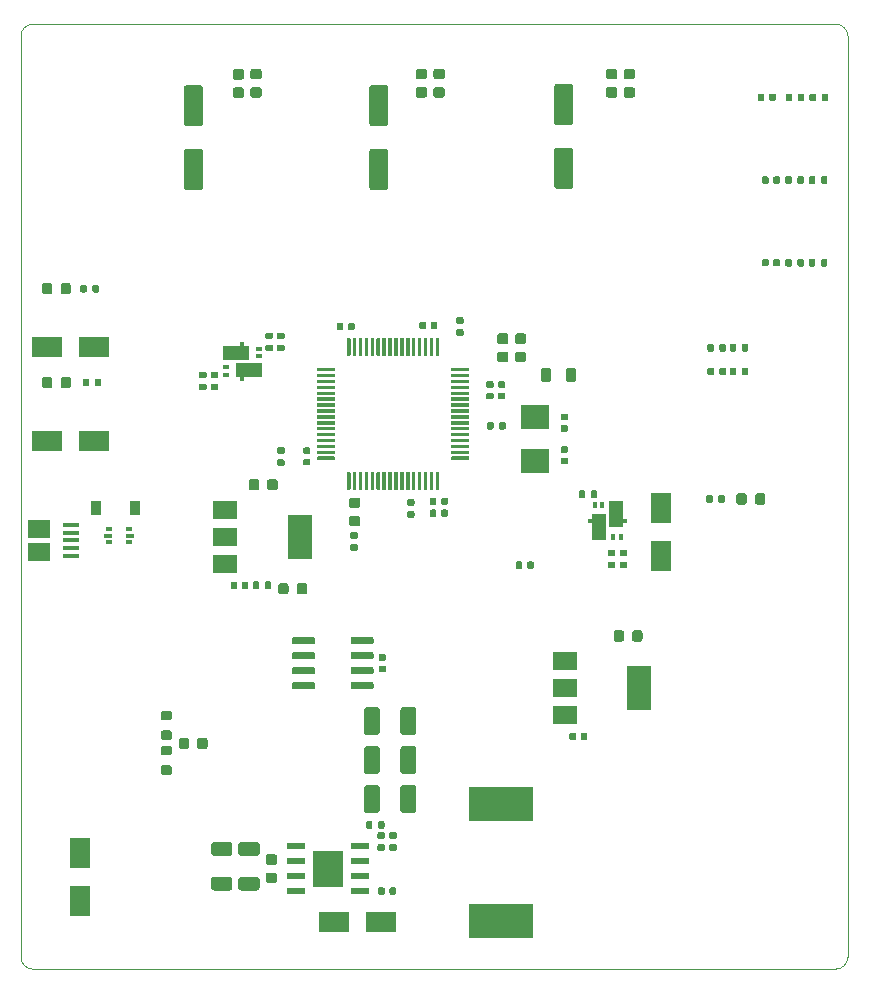
<source format=gbr>
G04 #@! TF.GenerationSoftware,KiCad,Pcbnew,5.1.5+dfsg1-2build2*
G04 #@! TF.CreationDate,2021-09-26T16:39:44+00:00*
G04 #@! TF.ProjectId,NeptuneToolboard,54726953-7465-4705-946f-6f6c626f6172,rev?*
G04 #@! TF.SameCoordinates,Original*
G04 #@! TF.FileFunction,Paste,Top*
G04 #@! TF.FilePolarity,Positive*
%FSLAX46Y46*%
G04 Gerber Fmt 4.6, Leading zero omitted, Abs format (unit mm)*
G04 Created by KiCad (PCBNEW 5.1.5+dfsg1-2build2) date 2021-09-26 16:39:44*
%MOMM*%
%LPD*%
G04 APERTURE LIST*
G04 #@! TA.AperFunction,Profile*
%ADD10C,0.050000*%
G04 #@! TD*
%ADD11C,0.350000*%
%ADD12R,2.500000X1.800000*%
%ADD13R,1.800000X2.500000*%
%ADD14R,0.900000X1.200000*%
%ADD15R,1.900000X1.500000*%
%ADD16R,1.350000X0.400000*%
%ADD17R,5.400000X2.900000*%
%ADD18R,0.430000X0.370000*%
%ADD19R,0.580000X0.400000*%
%ADD20R,2.225000X1.205000*%
%ADD21R,1.205000X2.225000*%
%ADD22R,0.400000X0.580000*%
%ADD23R,0.370000X0.430000*%
%ADD24R,2.600000X3.100000*%
%ADD25R,1.550000X0.600000*%
%ADD26R,2.000000X3.800000*%
%ADD27R,2.000000X1.500000*%
%ADD28R,0.500000X0.375000*%
%ADD29R,0.650000X0.300000*%
%ADD30R,2.400000X2.000000*%
G04 APERTURE END LIST*
D10*
X140500000Y-132000000D02*
G75*
G02X139500000Y-131000000I0J1000000D01*
G01*
X209500000Y-131000000D02*
G75*
G02X208500000Y-132000000I-1000000J0D01*
G01*
X208500000Y-52000000D02*
G75*
G02X209500000Y-53000000I0J-1000000D01*
G01*
X139500000Y-53000000D02*
G75*
G02X140500000Y-52000000I1000000J0D01*
G01*
X140500000Y-52000000D02*
X208500000Y-52000000D01*
X139500000Y-131000000D02*
X139500000Y-53000000D01*
X208500000Y-132000000D02*
X140500000Y-132000000D01*
X209500000Y-53000000D02*
X209500000Y-131000000D01*
D11*
G04 #@! TO.C,U8*
G36*
X164264703Y-107705722D02*
G01*
X164279264Y-107707882D01*
X164293543Y-107711459D01*
X164307403Y-107716418D01*
X164320710Y-107722712D01*
X164333336Y-107730280D01*
X164345159Y-107739048D01*
X164356066Y-107748934D01*
X164365952Y-107759841D01*
X164374720Y-107771664D01*
X164382288Y-107784290D01*
X164388582Y-107797597D01*
X164393541Y-107811457D01*
X164397118Y-107825736D01*
X164399278Y-107840297D01*
X164400000Y-107855000D01*
X164400000Y-108155000D01*
X164399278Y-108169703D01*
X164397118Y-108184264D01*
X164393541Y-108198543D01*
X164388582Y-108212403D01*
X164382288Y-108225710D01*
X164374720Y-108238336D01*
X164365952Y-108250159D01*
X164356066Y-108261066D01*
X164345159Y-108270952D01*
X164333336Y-108279720D01*
X164320710Y-108287288D01*
X164307403Y-108293582D01*
X164293543Y-108298541D01*
X164279264Y-108302118D01*
X164264703Y-108304278D01*
X164250000Y-108305000D01*
X162600000Y-108305000D01*
X162585297Y-108304278D01*
X162570736Y-108302118D01*
X162556457Y-108298541D01*
X162542597Y-108293582D01*
X162529290Y-108287288D01*
X162516664Y-108279720D01*
X162504841Y-108270952D01*
X162493934Y-108261066D01*
X162484048Y-108250159D01*
X162475280Y-108238336D01*
X162467712Y-108225710D01*
X162461418Y-108212403D01*
X162456459Y-108198543D01*
X162452882Y-108184264D01*
X162450722Y-108169703D01*
X162450000Y-108155000D01*
X162450000Y-107855000D01*
X162450722Y-107840297D01*
X162452882Y-107825736D01*
X162456459Y-107811457D01*
X162461418Y-107797597D01*
X162467712Y-107784290D01*
X162475280Y-107771664D01*
X162484048Y-107759841D01*
X162493934Y-107748934D01*
X162504841Y-107739048D01*
X162516664Y-107730280D01*
X162529290Y-107722712D01*
X162542597Y-107716418D01*
X162556457Y-107711459D01*
X162570736Y-107707882D01*
X162585297Y-107705722D01*
X162600000Y-107705000D01*
X164250000Y-107705000D01*
X164264703Y-107705722D01*
G37*
G36*
X164264703Y-106435722D02*
G01*
X164279264Y-106437882D01*
X164293543Y-106441459D01*
X164307403Y-106446418D01*
X164320710Y-106452712D01*
X164333336Y-106460280D01*
X164345159Y-106469048D01*
X164356066Y-106478934D01*
X164365952Y-106489841D01*
X164374720Y-106501664D01*
X164382288Y-106514290D01*
X164388582Y-106527597D01*
X164393541Y-106541457D01*
X164397118Y-106555736D01*
X164399278Y-106570297D01*
X164400000Y-106585000D01*
X164400000Y-106885000D01*
X164399278Y-106899703D01*
X164397118Y-106914264D01*
X164393541Y-106928543D01*
X164388582Y-106942403D01*
X164382288Y-106955710D01*
X164374720Y-106968336D01*
X164365952Y-106980159D01*
X164356066Y-106991066D01*
X164345159Y-107000952D01*
X164333336Y-107009720D01*
X164320710Y-107017288D01*
X164307403Y-107023582D01*
X164293543Y-107028541D01*
X164279264Y-107032118D01*
X164264703Y-107034278D01*
X164250000Y-107035000D01*
X162600000Y-107035000D01*
X162585297Y-107034278D01*
X162570736Y-107032118D01*
X162556457Y-107028541D01*
X162542597Y-107023582D01*
X162529290Y-107017288D01*
X162516664Y-107009720D01*
X162504841Y-107000952D01*
X162493934Y-106991066D01*
X162484048Y-106980159D01*
X162475280Y-106968336D01*
X162467712Y-106955710D01*
X162461418Y-106942403D01*
X162456459Y-106928543D01*
X162452882Y-106914264D01*
X162450722Y-106899703D01*
X162450000Y-106885000D01*
X162450000Y-106585000D01*
X162450722Y-106570297D01*
X162452882Y-106555736D01*
X162456459Y-106541457D01*
X162461418Y-106527597D01*
X162467712Y-106514290D01*
X162475280Y-106501664D01*
X162484048Y-106489841D01*
X162493934Y-106478934D01*
X162504841Y-106469048D01*
X162516664Y-106460280D01*
X162529290Y-106452712D01*
X162542597Y-106446418D01*
X162556457Y-106441459D01*
X162570736Y-106437882D01*
X162585297Y-106435722D01*
X162600000Y-106435000D01*
X164250000Y-106435000D01*
X164264703Y-106435722D01*
G37*
G36*
X164264703Y-105165722D02*
G01*
X164279264Y-105167882D01*
X164293543Y-105171459D01*
X164307403Y-105176418D01*
X164320710Y-105182712D01*
X164333336Y-105190280D01*
X164345159Y-105199048D01*
X164356066Y-105208934D01*
X164365952Y-105219841D01*
X164374720Y-105231664D01*
X164382288Y-105244290D01*
X164388582Y-105257597D01*
X164393541Y-105271457D01*
X164397118Y-105285736D01*
X164399278Y-105300297D01*
X164400000Y-105315000D01*
X164400000Y-105615000D01*
X164399278Y-105629703D01*
X164397118Y-105644264D01*
X164393541Y-105658543D01*
X164388582Y-105672403D01*
X164382288Y-105685710D01*
X164374720Y-105698336D01*
X164365952Y-105710159D01*
X164356066Y-105721066D01*
X164345159Y-105730952D01*
X164333336Y-105739720D01*
X164320710Y-105747288D01*
X164307403Y-105753582D01*
X164293543Y-105758541D01*
X164279264Y-105762118D01*
X164264703Y-105764278D01*
X164250000Y-105765000D01*
X162600000Y-105765000D01*
X162585297Y-105764278D01*
X162570736Y-105762118D01*
X162556457Y-105758541D01*
X162542597Y-105753582D01*
X162529290Y-105747288D01*
X162516664Y-105739720D01*
X162504841Y-105730952D01*
X162493934Y-105721066D01*
X162484048Y-105710159D01*
X162475280Y-105698336D01*
X162467712Y-105685710D01*
X162461418Y-105672403D01*
X162456459Y-105658543D01*
X162452882Y-105644264D01*
X162450722Y-105629703D01*
X162450000Y-105615000D01*
X162450000Y-105315000D01*
X162450722Y-105300297D01*
X162452882Y-105285736D01*
X162456459Y-105271457D01*
X162461418Y-105257597D01*
X162467712Y-105244290D01*
X162475280Y-105231664D01*
X162484048Y-105219841D01*
X162493934Y-105208934D01*
X162504841Y-105199048D01*
X162516664Y-105190280D01*
X162529290Y-105182712D01*
X162542597Y-105176418D01*
X162556457Y-105171459D01*
X162570736Y-105167882D01*
X162585297Y-105165722D01*
X162600000Y-105165000D01*
X164250000Y-105165000D01*
X164264703Y-105165722D01*
G37*
G36*
X164264703Y-103895722D02*
G01*
X164279264Y-103897882D01*
X164293543Y-103901459D01*
X164307403Y-103906418D01*
X164320710Y-103912712D01*
X164333336Y-103920280D01*
X164345159Y-103929048D01*
X164356066Y-103938934D01*
X164365952Y-103949841D01*
X164374720Y-103961664D01*
X164382288Y-103974290D01*
X164388582Y-103987597D01*
X164393541Y-104001457D01*
X164397118Y-104015736D01*
X164399278Y-104030297D01*
X164400000Y-104045000D01*
X164400000Y-104345000D01*
X164399278Y-104359703D01*
X164397118Y-104374264D01*
X164393541Y-104388543D01*
X164388582Y-104402403D01*
X164382288Y-104415710D01*
X164374720Y-104428336D01*
X164365952Y-104440159D01*
X164356066Y-104451066D01*
X164345159Y-104460952D01*
X164333336Y-104469720D01*
X164320710Y-104477288D01*
X164307403Y-104483582D01*
X164293543Y-104488541D01*
X164279264Y-104492118D01*
X164264703Y-104494278D01*
X164250000Y-104495000D01*
X162600000Y-104495000D01*
X162585297Y-104494278D01*
X162570736Y-104492118D01*
X162556457Y-104488541D01*
X162542597Y-104483582D01*
X162529290Y-104477288D01*
X162516664Y-104469720D01*
X162504841Y-104460952D01*
X162493934Y-104451066D01*
X162484048Y-104440159D01*
X162475280Y-104428336D01*
X162467712Y-104415710D01*
X162461418Y-104402403D01*
X162456459Y-104388543D01*
X162452882Y-104374264D01*
X162450722Y-104359703D01*
X162450000Y-104345000D01*
X162450000Y-104045000D01*
X162450722Y-104030297D01*
X162452882Y-104015736D01*
X162456459Y-104001457D01*
X162461418Y-103987597D01*
X162467712Y-103974290D01*
X162475280Y-103961664D01*
X162484048Y-103949841D01*
X162493934Y-103938934D01*
X162504841Y-103929048D01*
X162516664Y-103920280D01*
X162529290Y-103912712D01*
X162542597Y-103906418D01*
X162556457Y-103901459D01*
X162570736Y-103897882D01*
X162585297Y-103895722D01*
X162600000Y-103895000D01*
X164250000Y-103895000D01*
X164264703Y-103895722D01*
G37*
G36*
X169214703Y-103895722D02*
G01*
X169229264Y-103897882D01*
X169243543Y-103901459D01*
X169257403Y-103906418D01*
X169270710Y-103912712D01*
X169283336Y-103920280D01*
X169295159Y-103929048D01*
X169306066Y-103938934D01*
X169315952Y-103949841D01*
X169324720Y-103961664D01*
X169332288Y-103974290D01*
X169338582Y-103987597D01*
X169343541Y-104001457D01*
X169347118Y-104015736D01*
X169349278Y-104030297D01*
X169350000Y-104045000D01*
X169350000Y-104345000D01*
X169349278Y-104359703D01*
X169347118Y-104374264D01*
X169343541Y-104388543D01*
X169338582Y-104402403D01*
X169332288Y-104415710D01*
X169324720Y-104428336D01*
X169315952Y-104440159D01*
X169306066Y-104451066D01*
X169295159Y-104460952D01*
X169283336Y-104469720D01*
X169270710Y-104477288D01*
X169257403Y-104483582D01*
X169243543Y-104488541D01*
X169229264Y-104492118D01*
X169214703Y-104494278D01*
X169200000Y-104495000D01*
X167550000Y-104495000D01*
X167535297Y-104494278D01*
X167520736Y-104492118D01*
X167506457Y-104488541D01*
X167492597Y-104483582D01*
X167479290Y-104477288D01*
X167466664Y-104469720D01*
X167454841Y-104460952D01*
X167443934Y-104451066D01*
X167434048Y-104440159D01*
X167425280Y-104428336D01*
X167417712Y-104415710D01*
X167411418Y-104402403D01*
X167406459Y-104388543D01*
X167402882Y-104374264D01*
X167400722Y-104359703D01*
X167400000Y-104345000D01*
X167400000Y-104045000D01*
X167400722Y-104030297D01*
X167402882Y-104015736D01*
X167406459Y-104001457D01*
X167411418Y-103987597D01*
X167417712Y-103974290D01*
X167425280Y-103961664D01*
X167434048Y-103949841D01*
X167443934Y-103938934D01*
X167454841Y-103929048D01*
X167466664Y-103920280D01*
X167479290Y-103912712D01*
X167492597Y-103906418D01*
X167506457Y-103901459D01*
X167520736Y-103897882D01*
X167535297Y-103895722D01*
X167550000Y-103895000D01*
X169200000Y-103895000D01*
X169214703Y-103895722D01*
G37*
G36*
X169214703Y-105165722D02*
G01*
X169229264Y-105167882D01*
X169243543Y-105171459D01*
X169257403Y-105176418D01*
X169270710Y-105182712D01*
X169283336Y-105190280D01*
X169295159Y-105199048D01*
X169306066Y-105208934D01*
X169315952Y-105219841D01*
X169324720Y-105231664D01*
X169332288Y-105244290D01*
X169338582Y-105257597D01*
X169343541Y-105271457D01*
X169347118Y-105285736D01*
X169349278Y-105300297D01*
X169350000Y-105315000D01*
X169350000Y-105615000D01*
X169349278Y-105629703D01*
X169347118Y-105644264D01*
X169343541Y-105658543D01*
X169338582Y-105672403D01*
X169332288Y-105685710D01*
X169324720Y-105698336D01*
X169315952Y-105710159D01*
X169306066Y-105721066D01*
X169295159Y-105730952D01*
X169283336Y-105739720D01*
X169270710Y-105747288D01*
X169257403Y-105753582D01*
X169243543Y-105758541D01*
X169229264Y-105762118D01*
X169214703Y-105764278D01*
X169200000Y-105765000D01*
X167550000Y-105765000D01*
X167535297Y-105764278D01*
X167520736Y-105762118D01*
X167506457Y-105758541D01*
X167492597Y-105753582D01*
X167479290Y-105747288D01*
X167466664Y-105739720D01*
X167454841Y-105730952D01*
X167443934Y-105721066D01*
X167434048Y-105710159D01*
X167425280Y-105698336D01*
X167417712Y-105685710D01*
X167411418Y-105672403D01*
X167406459Y-105658543D01*
X167402882Y-105644264D01*
X167400722Y-105629703D01*
X167400000Y-105615000D01*
X167400000Y-105315000D01*
X167400722Y-105300297D01*
X167402882Y-105285736D01*
X167406459Y-105271457D01*
X167411418Y-105257597D01*
X167417712Y-105244290D01*
X167425280Y-105231664D01*
X167434048Y-105219841D01*
X167443934Y-105208934D01*
X167454841Y-105199048D01*
X167466664Y-105190280D01*
X167479290Y-105182712D01*
X167492597Y-105176418D01*
X167506457Y-105171459D01*
X167520736Y-105167882D01*
X167535297Y-105165722D01*
X167550000Y-105165000D01*
X169200000Y-105165000D01*
X169214703Y-105165722D01*
G37*
G36*
X169214703Y-106435722D02*
G01*
X169229264Y-106437882D01*
X169243543Y-106441459D01*
X169257403Y-106446418D01*
X169270710Y-106452712D01*
X169283336Y-106460280D01*
X169295159Y-106469048D01*
X169306066Y-106478934D01*
X169315952Y-106489841D01*
X169324720Y-106501664D01*
X169332288Y-106514290D01*
X169338582Y-106527597D01*
X169343541Y-106541457D01*
X169347118Y-106555736D01*
X169349278Y-106570297D01*
X169350000Y-106585000D01*
X169350000Y-106885000D01*
X169349278Y-106899703D01*
X169347118Y-106914264D01*
X169343541Y-106928543D01*
X169338582Y-106942403D01*
X169332288Y-106955710D01*
X169324720Y-106968336D01*
X169315952Y-106980159D01*
X169306066Y-106991066D01*
X169295159Y-107000952D01*
X169283336Y-107009720D01*
X169270710Y-107017288D01*
X169257403Y-107023582D01*
X169243543Y-107028541D01*
X169229264Y-107032118D01*
X169214703Y-107034278D01*
X169200000Y-107035000D01*
X167550000Y-107035000D01*
X167535297Y-107034278D01*
X167520736Y-107032118D01*
X167506457Y-107028541D01*
X167492597Y-107023582D01*
X167479290Y-107017288D01*
X167466664Y-107009720D01*
X167454841Y-107000952D01*
X167443934Y-106991066D01*
X167434048Y-106980159D01*
X167425280Y-106968336D01*
X167417712Y-106955710D01*
X167411418Y-106942403D01*
X167406459Y-106928543D01*
X167402882Y-106914264D01*
X167400722Y-106899703D01*
X167400000Y-106885000D01*
X167400000Y-106585000D01*
X167400722Y-106570297D01*
X167402882Y-106555736D01*
X167406459Y-106541457D01*
X167411418Y-106527597D01*
X167417712Y-106514290D01*
X167425280Y-106501664D01*
X167434048Y-106489841D01*
X167443934Y-106478934D01*
X167454841Y-106469048D01*
X167466664Y-106460280D01*
X167479290Y-106452712D01*
X167492597Y-106446418D01*
X167506457Y-106441459D01*
X167520736Y-106437882D01*
X167535297Y-106435722D01*
X167550000Y-106435000D01*
X169200000Y-106435000D01*
X169214703Y-106435722D01*
G37*
G36*
X169214703Y-107705722D02*
G01*
X169229264Y-107707882D01*
X169243543Y-107711459D01*
X169257403Y-107716418D01*
X169270710Y-107722712D01*
X169283336Y-107730280D01*
X169295159Y-107739048D01*
X169306066Y-107748934D01*
X169315952Y-107759841D01*
X169324720Y-107771664D01*
X169332288Y-107784290D01*
X169338582Y-107797597D01*
X169343541Y-107811457D01*
X169347118Y-107825736D01*
X169349278Y-107840297D01*
X169350000Y-107855000D01*
X169350000Y-108155000D01*
X169349278Y-108169703D01*
X169347118Y-108184264D01*
X169343541Y-108198543D01*
X169338582Y-108212403D01*
X169332288Y-108225710D01*
X169324720Y-108238336D01*
X169315952Y-108250159D01*
X169306066Y-108261066D01*
X169295159Y-108270952D01*
X169283336Y-108279720D01*
X169270710Y-108287288D01*
X169257403Y-108293582D01*
X169243543Y-108298541D01*
X169229264Y-108302118D01*
X169214703Y-108304278D01*
X169200000Y-108305000D01*
X167550000Y-108305000D01*
X167535297Y-108304278D01*
X167520736Y-108302118D01*
X167506457Y-108298541D01*
X167492597Y-108293582D01*
X167479290Y-108287288D01*
X167466664Y-108279720D01*
X167454841Y-108270952D01*
X167443934Y-108261066D01*
X167434048Y-108250159D01*
X167425280Y-108238336D01*
X167417712Y-108225710D01*
X167411418Y-108212403D01*
X167406459Y-108198543D01*
X167402882Y-108184264D01*
X167400722Y-108169703D01*
X167400000Y-108155000D01*
X167400000Y-107855000D01*
X167400722Y-107840297D01*
X167402882Y-107825736D01*
X167406459Y-107811457D01*
X167411418Y-107797597D01*
X167417712Y-107784290D01*
X167425280Y-107771664D01*
X167434048Y-107759841D01*
X167443934Y-107748934D01*
X167454841Y-107739048D01*
X167466664Y-107730280D01*
X167479290Y-107722712D01*
X167492597Y-107716418D01*
X167506457Y-107711459D01*
X167520736Y-107707882D01*
X167535297Y-107705722D01*
X167550000Y-107705000D01*
X169200000Y-107705000D01*
X169214703Y-107705722D01*
G37*
G04 #@! TD*
G04 #@! TO.C,R18*
G36*
X152094603Y-111800963D02*
G01*
X152114018Y-111803843D01*
X152133057Y-111808612D01*
X152151537Y-111815224D01*
X152169279Y-111823616D01*
X152186114Y-111833706D01*
X152201879Y-111845398D01*
X152216421Y-111858579D01*
X152229602Y-111873121D01*
X152241294Y-111888886D01*
X152251384Y-111905721D01*
X152259776Y-111923463D01*
X152266388Y-111941943D01*
X152271157Y-111960982D01*
X152274037Y-111980397D01*
X152275000Y-112000000D01*
X152275000Y-112400000D01*
X152274037Y-112419603D01*
X152271157Y-112439018D01*
X152266388Y-112458057D01*
X152259776Y-112476537D01*
X152251384Y-112494279D01*
X152241294Y-112511114D01*
X152229602Y-112526879D01*
X152216421Y-112541421D01*
X152201879Y-112554602D01*
X152186114Y-112566294D01*
X152169279Y-112576384D01*
X152151537Y-112584776D01*
X152133057Y-112591388D01*
X152114018Y-112596157D01*
X152094603Y-112599037D01*
X152075000Y-112600000D01*
X151525000Y-112600000D01*
X151505397Y-112599037D01*
X151485982Y-112596157D01*
X151466943Y-112591388D01*
X151448463Y-112584776D01*
X151430721Y-112576384D01*
X151413886Y-112566294D01*
X151398121Y-112554602D01*
X151383579Y-112541421D01*
X151370398Y-112526879D01*
X151358706Y-112511114D01*
X151348616Y-112494279D01*
X151340224Y-112476537D01*
X151333612Y-112458057D01*
X151328843Y-112439018D01*
X151325963Y-112419603D01*
X151325000Y-112400000D01*
X151325000Y-112000000D01*
X151325963Y-111980397D01*
X151328843Y-111960982D01*
X151333612Y-111941943D01*
X151340224Y-111923463D01*
X151348616Y-111905721D01*
X151358706Y-111888886D01*
X151370398Y-111873121D01*
X151383579Y-111858579D01*
X151398121Y-111845398D01*
X151413886Y-111833706D01*
X151430721Y-111823616D01*
X151448463Y-111815224D01*
X151466943Y-111808612D01*
X151485982Y-111803843D01*
X151505397Y-111800963D01*
X151525000Y-111800000D01*
X152075000Y-111800000D01*
X152094603Y-111800963D01*
G37*
G36*
X152094603Y-110150963D02*
G01*
X152114018Y-110153843D01*
X152133057Y-110158612D01*
X152151537Y-110165224D01*
X152169279Y-110173616D01*
X152186114Y-110183706D01*
X152201879Y-110195398D01*
X152216421Y-110208579D01*
X152229602Y-110223121D01*
X152241294Y-110238886D01*
X152251384Y-110255721D01*
X152259776Y-110273463D01*
X152266388Y-110291943D01*
X152271157Y-110310982D01*
X152274037Y-110330397D01*
X152275000Y-110350000D01*
X152275000Y-110750000D01*
X152274037Y-110769603D01*
X152271157Y-110789018D01*
X152266388Y-110808057D01*
X152259776Y-110826537D01*
X152251384Y-110844279D01*
X152241294Y-110861114D01*
X152229602Y-110876879D01*
X152216421Y-110891421D01*
X152201879Y-110904602D01*
X152186114Y-110916294D01*
X152169279Y-110926384D01*
X152151537Y-110934776D01*
X152133057Y-110941388D01*
X152114018Y-110946157D01*
X152094603Y-110949037D01*
X152075000Y-110950000D01*
X151525000Y-110950000D01*
X151505397Y-110949037D01*
X151485982Y-110946157D01*
X151466943Y-110941388D01*
X151448463Y-110934776D01*
X151430721Y-110926384D01*
X151413886Y-110916294D01*
X151398121Y-110904602D01*
X151383579Y-110891421D01*
X151370398Y-110876879D01*
X151358706Y-110861114D01*
X151348616Y-110844279D01*
X151340224Y-110826537D01*
X151333612Y-110808057D01*
X151328843Y-110789018D01*
X151325963Y-110769603D01*
X151325000Y-110750000D01*
X151325000Y-110350000D01*
X151325963Y-110330397D01*
X151328843Y-110310982D01*
X151333612Y-110291943D01*
X151340224Y-110273463D01*
X151348616Y-110255721D01*
X151358706Y-110238886D01*
X151370398Y-110223121D01*
X151383579Y-110208579D01*
X151398121Y-110195398D01*
X151413886Y-110183706D01*
X151430721Y-110173616D01*
X151448463Y-110165224D01*
X151466943Y-110158612D01*
X151485982Y-110153843D01*
X151505397Y-110150963D01*
X151525000Y-110150000D01*
X152075000Y-110150000D01*
X152094603Y-110150963D01*
G37*
G04 #@! TD*
G04 #@! TO.C,R17*
G36*
X152094603Y-114750963D02*
G01*
X152114018Y-114753843D01*
X152133057Y-114758612D01*
X152151537Y-114765224D01*
X152169279Y-114773616D01*
X152186114Y-114783706D01*
X152201879Y-114795398D01*
X152216421Y-114808579D01*
X152229602Y-114823121D01*
X152241294Y-114838886D01*
X152251384Y-114855721D01*
X152259776Y-114873463D01*
X152266388Y-114891943D01*
X152271157Y-114910982D01*
X152274037Y-114930397D01*
X152275000Y-114950000D01*
X152275000Y-115350000D01*
X152274037Y-115369603D01*
X152271157Y-115389018D01*
X152266388Y-115408057D01*
X152259776Y-115426537D01*
X152251384Y-115444279D01*
X152241294Y-115461114D01*
X152229602Y-115476879D01*
X152216421Y-115491421D01*
X152201879Y-115504602D01*
X152186114Y-115516294D01*
X152169279Y-115526384D01*
X152151537Y-115534776D01*
X152133057Y-115541388D01*
X152114018Y-115546157D01*
X152094603Y-115549037D01*
X152075000Y-115550000D01*
X151525000Y-115550000D01*
X151505397Y-115549037D01*
X151485982Y-115546157D01*
X151466943Y-115541388D01*
X151448463Y-115534776D01*
X151430721Y-115526384D01*
X151413886Y-115516294D01*
X151398121Y-115504602D01*
X151383579Y-115491421D01*
X151370398Y-115476879D01*
X151358706Y-115461114D01*
X151348616Y-115444279D01*
X151340224Y-115426537D01*
X151333612Y-115408057D01*
X151328843Y-115389018D01*
X151325963Y-115369603D01*
X151325000Y-115350000D01*
X151325000Y-114950000D01*
X151325963Y-114930397D01*
X151328843Y-114910982D01*
X151333612Y-114891943D01*
X151340224Y-114873463D01*
X151348616Y-114855721D01*
X151358706Y-114838886D01*
X151370398Y-114823121D01*
X151383579Y-114808579D01*
X151398121Y-114795398D01*
X151413886Y-114783706D01*
X151430721Y-114773616D01*
X151448463Y-114765224D01*
X151466943Y-114758612D01*
X151485982Y-114753843D01*
X151505397Y-114750963D01*
X151525000Y-114750000D01*
X152075000Y-114750000D01*
X152094603Y-114750963D01*
G37*
G36*
X152094603Y-113100963D02*
G01*
X152114018Y-113103843D01*
X152133057Y-113108612D01*
X152151537Y-113115224D01*
X152169279Y-113123616D01*
X152186114Y-113133706D01*
X152201879Y-113145398D01*
X152216421Y-113158579D01*
X152229602Y-113173121D01*
X152241294Y-113188886D01*
X152251384Y-113205721D01*
X152259776Y-113223463D01*
X152266388Y-113241943D01*
X152271157Y-113260982D01*
X152274037Y-113280397D01*
X152275000Y-113300000D01*
X152275000Y-113700000D01*
X152274037Y-113719603D01*
X152271157Y-113739018D01*
X152266388Y-113758057D01*
X152259776Y-113776537D01*
X152251384Y-113794279D01*
X152241294Y-113811114D01*
X152229602Y-113826879D01*
X152216421Y-113841421D01*
X152201879Y-113854602D01*
X152186114Y-113866294D01*
X152169279Y-113876384D01*
X152151537Y-113884776D01*
X152133057Y-113891388D01*
X152114018Y-113896157D01*
X152094603Y-113899037D01*
X152075000Y-113900000D01*
X151525000Y-113900000D01*
X151505397Y-113899037D01*
X151485982Y-113896157D01*
X151466943Y-113891388D01*
X151448463Y-113884776D01*
X151430721Y-113876384D01*
X151413886Y-113866294D01*
X151398121Y-113854602D01*
X151383579Y-113841421D01*
X151370398Y-113826879D01*
X151358706Y-113811114D01*
X151348616Y-113794279D01*
X151340224Y-113776537D01*
X151333612Y-113758057D01*
X151328843Y-113739018D01*
X151325963Y-113719603D01*
X151325000Y-113700000D01*
X151325000Y-113300000D01*
X151325963Y-113280397D01*
X151328843Y-113260982D01*
X151333612Y-113241943D01*
X151340224Y-113223463D01*
X151348616Y-113205721D01*
X151358706Y-113188886D01*
X151370398Y-113173121D01*
X151383579Y-113158579D01*
X151398121Y-113145398D01*
X151413886Y-113133706D01*
X151430721Y-113123616D01*
X151448463Y-113115224D01*
X151466943Y-113108612D01*
X151485982Y-113103843D01*
X151505397Y-113100963D01*
X151525000Y-113100000D01*
X152075000Y-113100000D01*
X152094603Y-113100963D01*
G37*
G04 #@! TD*
G04 #@! TO.C,C35*
G36*
X153547054Y-112426083D02*
G01*
X153568895Y-112429323D01*
X153590314Y-112434688D01*
X153611104Y-112442127D01*
X153631064Y-112451568D01*
X153650003Y-112462919D01*
X153667738Y-112476073D01*
X153684099Y-112490901D01*
X153698927Y-112507262D01*
X153712081Y-112524997D01*
X153723432Y-112543936D01*
X153732873Y-112563896D01*
X153740312Y-112584686D01*
X153745677Y-112606105D01*
X153748917Y-112627946D01*
X153750000Y-112650000D01*
X153750000Y-113150000D01*
X153748917Y-113172054D01*
X153745677Y-113193895D01*
X153740312Y-113215314D01*
X153732873Y-113236104D01*
X153723432Y-113256064D01*
X153712081Y-113275003D01*
X153698927Y-113292738D01*
X153684099Y-113309099D01*
X153667738Y-113323927D01*
X153650003Y-113337081D01*
X153631064Y-113348432D01*
X153611104Y-113357873D01*
X153590314Y-113365312D01*
X153568895Y-113370677D01*
X153547054Y-113373917D01*
X153525000Y-113375000D01*
X153075000Y-113375000D01*
X153052946Y-113373917D01*
X153031105Y-113370677D01*
X153009686Y-113365312D01*
X152988896Y-113357873D01*
X152968936Y-113348432D01*
X152949997Y-113337081D01*
X152932262Y-113323927D01*
X152915901Y-113309099D01*
X152901073Y-113292738D01*
X152887919Y-113275003D01*
X152876568Y-113256064D01*
X152867127Y-113236104D01*
X152859688Y-113215314D01*
X152854323Y-113193895D01*
X152851083Y-113172054D01*
X152850000Y-113150000D01*
X152850000Y-112650000D01*
X152851083Y-112627946D01*
X152854323Y-112606105D01*
X152859688Y-112584686D01*
X152867127Y-112563896D01*
X152876568Y-112543936D01*
X152887919Y-112524997D01*
X152901073Y-112507262D01*
X152915901Y-112490901D01*
X152932262Y-112476073D01*
X152949997Y-112462919D01*
X152968936Y-112451568D01*
X152988896Y-112442127D01*
X153009686Y-112434688D01*
X153031105Y-112429323D01*
X153052946Y-112426083D01*
X153075000Y-112425000D01*
X153525000Y-112425000D01*
X153547054Y-112426083D01*
G37*
G36*
X155097054Y-112426083D02*
G01*
X155118895Y-112429323D01*
X155140314Y-112434688D01*
X155161104Y-112442127D01*
X155181064Y-112451568D01*
X155200003Y-112462919D01*
X155217738Y-112476073D01*
X155234099Y-112490901D01*
X155248927Y-112507262D01*
X155262081Y-112524997D01*
X155273432Y-112543936D01*
X155282873Y-112563896D01*
X155290312Y-112584686D01*
X155295677Y-112606105D01*
X155298917Y-112627946D01*
X155300000Y-112650000D01*
X155300000Y-113150000D01*
X155298917Y-113172054D01*
X155295677Y-113193895D01*
X155290312Y-113215314D01*
X155282873Y-113236104D01*
X155273432Y-113256064D01*
X155262081Y-113275003D01*
X155248927Y-113292738D01*
X155234099Y-113309099D01*
X155217738Y-113323927D01*
X155200003Y-113337081D01*
X155181064Y-113348432D01*
X155161104Y-113357873D01*
X155140314Y-113365312D01*
X155118895Y-113370677D01*
X155097054Y-113373917D01*
X155075000Y-113375000D01*
X154625000Y-113375000D01*
X154602946Y-113373917D01*
X154581105Y-113370677D01*
X154559686Y-113365312D01*
X154538896Y-113357873D01*
X154518936Y-113348432D01*
X154499997Y-113337081D01*
X154482262Y-113323927D01*
X154465901Y-113309099D01*
X154451073Y-113292738D01*
X154437919Y-113275003D01*
X154426568Y-113256064D01*
X154417127Y-113236104D01*
X154409688Y-113215314D01*
X154404323Y-113193895D01*
X154401083Y-113172054D01*
X154400000Y-113150000D01*
X154400000Y-112650000D01*
X154401083Y-112627946D01*
X154404323Y-112606105D01*
X154409688Y-112584686D01*
X154417127Y-112563896D01*
X154426568Y-112543936D01*
X154437919Y-112524997D01*
X154451073Y-112507262D01*
X154465901Y-112490901D01*
X154482262Y-112476073D01*
X154499997Y-112462919D01*
X154518936Y-112451568D01*
X154538896Y-112442127D01*
X154559686Y-112434688D01*
X154581105Y-112429323D01*
X154602946Y-112426083D01*
X154625000Y-112425000D01*
X155075000Y-112425000D01*
X155097054Y-112426083D01*
G37*
G04 #@! TD*
G04 #@! TO.C,C18*
G36*
X169649506Y-113126204D02*
G01*
X169673774Y-113129804D01*
X169697573Y-113135765D01*
X169720672Y-113144030D01*
X169742850Y-113154519D01*
X169763893Y-113167132D01*
X169783599Y-113181747D01*
X169801777Y-113198223D01*
X169818253Y-113216401D01*
X169832868Y-113236107D01*
X169845481Y-113257150D01*
X169855970Y-113279328D01*
X169864235Y-113302427D01*
X169870196Y-113326226D01*
X169873796Y-113350494D01*
X169875000Y-113374998D01*
X169875000Y-115225002D01*
X169873796Y-115249506D01*
X169870196Y-115273774D01*
X169864235Y-115297573D01*
X169855970Y-115320672D01*
X169845481Y-115342850D01*
X169832868Y-115363893D01*
X169818253Y-115383599D01*
X169801777Y-115401777D01*
X169783599Y-115418253D01*
X169763893Y-115432868D01*
X169742850Y-115445481D01*
X169720672Y-115455970D01*
X169697573Y-115464235D01*
X169673774Y-115470196D01*
X169649506Y-115473796D01*
X169625002Y-115475000D01*
X168799998Y-115475000D01*
X168775494Y-115473796D01*
X168751226Y-115470196D01*
X168727427Y-115464235D01*
X168704328Y-115455970D01*
X168682150Y-115445481D01*
X168661107Y-115432868D01*
X168641401Y-115418253D01*
X168623223Y-115401777D01*
X168606747Y-115383599D01*
X168592132Y-115363893D01*
X168579519Y-115342850D01*
X168569030Y-115320672D01*
X168560765Y-115297573D01*
X168554804Y-115273774D01*
X168551204Y-115249506D01*
X168550000Y-115225002D01*
X168550000Y-113374998D01*
X168551204Y-113350494D01*
X168554804Y-113326226D01*
X168560765Y-113302427D01*
X168569030Y-113279328D01*
X168579519Y-113257150D01*
X168592132Y-113236107D01*
X168606747Y-113216401D01*
X168623223Y-113198223D01*
X168641401Y-113181747D01*
X168661107Y-113167132D01*
X168682150Y-113154519D01*
X168704328Y-113144030D01*
X168727427Y-113135765D01*
X168751226Y-113129804D01*
X168775494Y-113126204D01*
X168799998Y-113125000D01*
X169625002Y-113125000D01*
X169649506Y-113126204D01*
G37*
G36*
X172724506Y-113126204D02*
G01*
X172748774Y-113129804D01*
X172772573Y-113135765D01*
X172795672Y-113144030D01*
X172817850Y-113154519D01*
X172838893Y-113167132D01*
X172858599Y-113181747D01*
X172876777Y-113198223D01*
X172893253Y-113216401D01*
X172907868Y-113236107D01*
X172920481Y-113257150D01*
X172930970Y-113279328D01*
X172939235Y-113302427D01*
X172945196Y-113326226D01*
X172948796Y-113350494D01*
X172950000Y-113374998D01*
X172950000Y-115225002D01*
X172948796Y-115249506D01*
X172945196Y-115273774D01*
X172939235Y-115297573D01*
X172930970Y-115320672D01*
X172920481Y-115342850D01*
X172907868Y-115363893D01*
X172893253Y-115383599D01*
X172876777Y-115401777D01*
X172858599Y-115418253D01*
X172838893Y-115432868D01*
X172817850Y-115445481D01*
X172795672Y-115455970D01*
X172772573Y-115464235D01*
X172748774Y-115470196D01*
X172724506Y-115473796D01*
X172700002Y-115475000D01*
X171874998Y-115475000D01*
X171850494Y-115473796D01*
X171826226Y-115470196D01*
X171802427Y-115464235D01*
X171779328Y-115455970D01*
X171757150Y-115445481D01*
X171736107Y-115432868D01*
X171716401Y-115418253D01*
X171698223Y-115401777D01*
X171681747Y-115383599D01*
X171667132Y-115363893D01*
X171654519Y-115342850D01*
X171644030Y-115320672D01*
X171635765Y-115297573D01*
X171629804Y-115273774D01*
X171626204Y-115249506D01*
X171625000Y-115225002D01*
X171625000Y-113374998D01*
X171626204Y-113350494D01*
X171629804Y-113326226D01*
X171635765Y-113302427D01*
X171644030Y-113279328D01*
X171654519Y-113257150D01*
X171667132Y-113236107D01*
X171681747Y-113216401D01*
X171698223Y-113198223D01*
X171716401Y-113181747D01*
X171736107Y-113167132D01*
X171757150Y-113154519D01*
X171779328Y-113144030D01*
X171802427Y-113135765D01*
X171826226Y-113129804D01*
X171850494Y-113126204D01*
X171874998Y-113125000D01*
X172700002Y-113125000D01*
X172724506Y-113126204D01*
G37*
G04 #@! TD*
G04 #@! TO.C,U1*
G36*
X177382351Y-88600361D02*
G01*
X177389632Y-88601441D01*
X177396771Y-88603229D01*
X177403701Y-88605709D01*
X177410355Y-88608856D01*
X177416668Y-88612640D01*
X177422579Y-88617024D01*
X177428033Y-88621967D01*
X177432976Y-88627421D01*
X177437360Y-88633332D01*
X177441144Y-88639645D01*
X177444291Y-88646299D01*
X177446771Y-88653229D01*
X177448559Y-88660368D01*
X177449639Y-88667649D01*
X177450000Y-88675000D01*
X177450000Y-88825000D01*
X177449639Y-88832351D01*
X177448559Y-88839632D01*
X177446771Y-88846771D01*
X177444291Y-88853701D01*
X177441144Y-88860355D01*
X177437360Y-88866668D01*
X177432976Y-88872579D01*
X177428033Y-88878033D01*
X177422579Y-88882976D01*
X177416668Y-88887360D01*
X177410355Y-88891144D01*
X177403701Y-88894291D01*
X177396771Y-88896771D01*
X177389632Y-88898559D01*
X177382351Y-88899639D01*
X177375000Y-88900000D01*
X175975000Y-88900000D01*
X175967649Y-88899639D01*
X175960368Y-88898559D01*
X175953229Y-88896771D01*
X175946299Y-88894291D01*
X175939645Y-88891144D01*
X175933332Y-88887360D01*
X175927421Y-88882976D01*
X175921967Y-88878033D01*
X175917024Y-88872579D01*
X175912640Y-88866668D01*
X175908856Y-88860355D01*
X175905709Y-88853701D01*
X175903229Y-88846771D01*
X175901441Y-88839632D01*
X175900361Y-88832351D01*
X175900000Y-88825000D01*
X175900000Y-88675000D01*
X175900361Y-88667649D01*
X175901441Y-88660368D01*
X175903229Y-88653229D01*
X175905709Y-88646299D01*
X175908856Y-88639645D01*
X175912640Y-88633332D01*
X175917024Y-88627421D01*
X175921967Y-88621967D01*
X175927421Y-88617024D01*
X175933332Y-88612640D01*
X175939645Y-88608856D01*
X175946299Y-88605709D01*
X175953229Y-88603229D01*
X175960368Y-88601441D01*
X175967649Y-88600361D01*
X175975000Y-88600000D01*
X177375000Y-88600000D01*
X177382351Y-88600361D01*
G37*
G36*
X177382351Y-88100361D02*
G01*
X177389632Y-88101441D01*
X177396771Y-88103229D01*
X177403701Y-88105709D01*
X177410355Y-88108856D01*
X177416668Y-88112640D01*
X177422579Y-88117024D01*
X177428033Y-88121967D01*
X177432976Y-88127421D01*
X177437360Y-88133332D01*
X177441144Y-88139645D01*
X177444291Y-88146299D01*
X177446771Y-88153229D01*
X177448559Y-88160368D01*
X177449639Y-88167649D01*
X177450000Y-88175000D01*
X177450000Y-88325000D01*
X177449639Y-88332351D01*
X177448559Y-88339632D01*
X177446771Y-88346771D01*
X177444291Y-88353701D01*
X177441144Y-88360355D01*
X177437360Y-88366668D01*
X177432976Y-88372579D01*
X177428033Y-88378033D01*
X177422579Y-88382976D01*
X177416668Y-88387360D01*
X177410355Y-88391144D01*
X177403701Y-88394291D01*
X177396771Y-88396771D01*
X177389632Y-88398559D01*
X177382351Y-88399639D01*
X177375000Y-88400000D01*
X175975000Y-88400000D01*
X175967649Y-88399639D01*
X175960368Y-88398559D01*
X175953229Y-88396771D01*
X175946299Y-88394291D01*
X175939645Y-88391144D01*
X175933332Y-88387360D01*
X175927421Y-88382976D01*
X175921967Y-88378033D01*
X175917024Y-88372579D01*
X175912640Y-88366668D01*
X175908856Y-88360355D01*
X175905709Y-88353701D01*
X175903229Y-88346771D01*
X175901441Y-88339632D01*
X175900361Y-88332351D01*
X175900000Y-88325000D01*
X175900000Y-88175000D01*
X175900361Y-88167649D01*
X175901441Y-88160368D01*
X175903229Y-88153229D01*
X175905709Y-88146299D01*
X175908856Y-88139645D01*
X175912640Y-88133332D01*
X175917024Y-88127421D01*
X175921967Y-88121967D01*
X175927421Y-88117024D01*
X175933332Y-88112640D01*
X175939645Y-88108856D01*
X175946299Y-88105709D01*
X175953229Y-88103229D01*
X175960368Y-88101441D01*
X175967649Y-88100361D01*
X175975000Y-88100000D01*
X177375000Y-88100000D01*
X177382351Y-88100361D01*
G37*
G36*
X177382351Y-87600361D02*
G01*
X177389632Y-87601441D01*
X177396771Y-87603229D01*
X177403701Y-87605709D01*
X177410355Y-87608856D01*
X177416668Y-87612640D01*
X177422579Y-87617024D01*
X177428033Y-87621967D01*
X177432976Y-87627421D01*
X177437360Y-87633332D01*
X177441144Y-87639645D01*
X177444291Y-87646299D01*
X177446771Y-87653229D01*
X177448559Y-87660368D01*
X177449639Y-87667649D01*
X177450000Y-87675000D01*
X177450000Y-87825000D01*
X177449639Y-87832351D01*
X177448559Y-87839632D01*
X177446771Y-87846771D01*
X177444291Y-87853701D01*
X177441144Y-87860355D01*
X177437360Y-87866668D01*
X177432976Y-87872579D01*
X177428033Y-87878033D01*
X177422579Y-87882976D01*
X177416668Y-87887360D01*
X177410355Y-87891144D01*
X177403701Y-87894291D01*
X177396771Y-87896771D01*
X177389632Y-87898559D01*
X177382351Y-87899639D01*
X177375000Y-87900000D01*
X175975000Y-87900000D01*
X175967649Y-87899639D01*
X175960368Y-87898559D01*
X175953229Y-87896771D01*
X175946299Y-87894291D01*
X175939645Y-87891144D01*
X175933332Y-87887360D01*
X175927421Y-87882976D01*
X175921967Y-87878033D01*
X175917024Y-87872579D01*
X175912640Y-87866668D01*
X175908856Y-87860355D01*
X175905709Y-87853701D01*
X175903229Y-87846771D01*
X175901441Y-87839632D01*
X175900361Y-87832351D01*
X175900000Y-87825000D01*
X175900000Y-87675000D01*
X175900361Y-87667649D01*
X175901441Y-87660368D01*
X175903229Y-87653229D01*
X175905709Y-87646299D01*
X175908856Y-87639645D01*
X175912640Y-87633332D01*
X175917024Y-87627421D01*
X175921967Y-87621967D01*
X175927421Y-87617024D01*
X175933332Y-87612640D01*
X175939645Y-87608856D01*
X175946299Y-87605709D01*
X175953229Y-87603229D01*
X175960368Y-87601441D01*
X175967649Y-87600361D01*
X175975000Y-87600000D01*
X177375000Y-87600000D01*
X177382351Y-87600361D01*
G37*
G36*
X177382351Y-87100361D02*
G01*
X177389632Y-87101441D01*
X177396771Y-87103229D01*
X177403701Y-87105709D01*
X177410355Y-87108856D01*
X177416668Y-87112640D01*
X177422579Y-87117024D01*
X177428033Y-87121967D01*
X177432976Y-87127421D01*
X177437360Y-87133332D01*
X177441144Y-87139645D01*
X177444291Y-87146299D01*
X177446771Y-87153229D01*
X177448559Y-87160368D01*
X177449639Y-87167649D01*
X177450000Y-87175000D01*
X177450000Y-87325000D01*
X177449639Y-87332351D01*
X177448559Y-87339632D01*
X177446771Y-87346771D01*
X177444291Y-87353701D01*
X177441144Y-87360355D01*
X177437360Y-87366668D01*
X177432976Y-87372579D01*
X177428033Y-87378033D01*
X177422579Y-87382976D01*
X177416668Y-87387360D01*
X177410355Y-87391144D01*
X177403701Y-87394291D01*
X177396771Y-87396771D01*
X177389632Y-87398559D01*
X177382351Y-87399639D01*
X177375000Y-87400000D01*
X175975000Y-87400000D01*
X175967649Y-87399639D01*
X175960368Y-87398559D01*
X175953229Y-87396771D01*
X175946299Y-87394291D01*
X175939645Y-87391144D01*
X175933332Y-87387360D01*
X175927421Y-87382976D01*
X175921967Y-87378033D01*
X175917024Y-87372579D01*
X175912640Y-87366668D01*
X175908856Y-87360355D01*
X175905709Y-87353701D01*
X175903229Y-87346771D01*
X175901441Y-87339632D01*
X175900361Y-87332351D01*
X175900000Y-87325000D01*
X175900000Y-87175000D01*
X175900361Y-87167649D01*
X175901441Y-87160368D01*
X175903229Y-87153229D01*
X175905709Y-87146299D01*
X175908856Y-87139645D01*
X175912640Y-87133332D01*
X175917024Y-87127421D01*
X175921967Y-87121967D01*
X175927421Y-87117024D01*
X175933332Y-87112640D01*
X175939645Y-87108856D01*
X175946299Y-87105709D01*
X175953229Y-87103229D01*
X175960368Y-87101441D01*
X175967649Y-87100361D01*
X175975000Y-87100000D01*
X177375000Y-87100000D01*
X177382351Y-87100361D01*
G37*
G36*
X177382351Y-86600361D02*
G01*
X177389632Y-86601441D01*
X177396771Y-86603229D01*
X177403701Y-86605709D01*
X177410355Y-86608856D01*
X177416668Y-86612640D01*
X177422579Y-86617024D01*
X177428033Y-86621967D01*
X177432976Y-86627421D01*
X177437360Y-86633332D01*
X177441144Y-86639645D01*
X177444291Y-86646299D01*
X177446771Y-86653229D01*
X177448559Y-86660368D01*
X177449639Y-86667649D01*
X177450000Y-86675000D01*
X177450000Y-86825000D01*
X177449639Y-86832351D01*
X177448559Y-86839632D01*
X177446771Y-86846771D01*
X177444291Y-86853701D01*
X177441144Y-86860355D01*
X177437360Y-86866668D01*
X177432976Y-86872579D01*
X177428033Y-86878033D01*
X177422579Y-86882976D01*
X177416668Y-86887360D01*
X177410355Y-86891144D01*
X177403701Y-86894291D01*
X177396771Y-86896771D01*
X177389632Y-86898559D01*
X177382351Y-86899639D01*
X177375000Y-86900000D01*
X175975000Y-86900000D01*
X175967649Y-86899639D01*
X175960368Y-86898559D01*
X175953229Y-86896771D01*
X175946299Y-86894291D01*
X175939645Y-86891144D01*
X175933332Y-86887360D01*
X175927421Y-86882976D01*
X175921967Y-86878033D01*
X175917024Y-86872579D01*
X175912640Y-86866668D01*
X175908856Y-86860355D01*
X175905709Y-86853701D01*
X175903229Y-86846771D01*
X175901441Y-86839632D01*
X175900361Y-86832351D01*
X175900000Y-86825000D01*
X175900000Y-86675000D01*
X175900361Y-86667649D01*
X175901441Y-86660368D01*
X175903229Y-86653229D01*
X175905709Y-86646299D01*
X175908856Y-86639645D01*
X175912640Y-86633332D01*
X175917024Y-86627421D01*
X175921967Y-86621967D01*
X175927421Y-86617024D01*
X175933332Y-86612640D01*
X175939645Y-86608856D01*
X175946299Y-86605709D01*
X175953229Y-86603229D01*
X175960368Y-86601441D01*
X175967649Y-86600361D01*
X175975000Y-86600000D01*
X177375000Y-86600000D01*
X177382351Y-86600361D01*
G37*
G36*
X177382351Y-86100361D02*
G01*
X177389632Y-86101441D01*
X177396771Y-86103229D01*
X177403701Y-86105709D01*
X177410355Y-86108856D01*
X177416668Y-86112640D01*
X177422579Y-86117024D01*
X177428033Y-86121967D01*
X177432976Y-86127421D01*
X177437360Y-86133332D01*
X177441144Y-86139645D01*
X177444291Y-86146299D01*
X177446771Y-86153229D01*
X177448559Y-86160368D01*
X177449639Y-86167649D01*
X177450000Y-86175000D01*
X177450000Y-86325000D01*
X177449639Y-86332351D01*
X177448559Y-86339632D01*
X177446771Y-86346771D01*
X177444291Y-86353701D01*
X177441144Y-86360355D01*
X177437360Y-86366668D01*
X177432976Y-86372579D01*
X177428033Y-86378033D01*
X177422579Y-86382976D01*
X177416668Y-86387360D01*
X177410355Y-86391144D01*
X177403701Y-86394291D01*
X177396771Y-86396771D01*
X177389632Y-86398559D01*
X177382351Y-86399639D01*
X177375000Y-86400000D01*
X175975000Y-86400000D01*
X175967649Y-86399639D01*
X175960368Y-86398559D01*
X175953229Y-86396771D01*
X175946299Y-86394291D01*
X175939645Y-86391144D01*
X175933332Y-86387360D01*
X175927421Y-86382976D01*
X175921967Y-86378033D01*
X175917024Y-86372579D01*
X175912640Y-86366668D01*
X175908856Y-86360355D01*
X175905709Y-86353701D01*
X175903229Y-86346771D01*
X175901441Y-86339632D01*
X175900361Y-86332351D01*
X175900000Y-86325000D01*
X175900000Y-86175000D01*
X175900361Y-86167649D01*
X175901441Y-86160368D01*
X175903229Y-86153229D01*
X175905709Y-86146299D01*
X175908856Y-86139645D01*
X175912640Y-86133332D01*
X175917024Y-86127421D01*
X175921967Y-86121967D01*
X175927421Y-86117024D01*
X175933332Y-86112640D01*
X175939645Y-86108856D01*
X175946299Y-86105709D01*
X175953229Y-86103229D01*
X175960368Y-86101441D01*
X175967649Y-86100361D01*
X175975000Y-86100000D01*
X177375000Y-86100000D01*
X177382351Y-86100361D01*
G37*
G36*
X177382351Y-85600361D02*
G01*
X177389632Y-85601441D01*
X177396771Y-85603229D01*
X177403701Y-85605709D01*
X177410355Y-85608856D01*
X177416668Y-85612640D01*
X177422579Y-85617024D01*
X177428033Y-85621967D01*
X177432976Y-85627421D01*
X177437360Y-85633332D01*
X177441144Y-85639645D01*
X177444291Y-85646299D01*
X177446771Y-85653229D01*
X177448559Y-85660368D01*
X177449639Y-85667649D01*
X177450000Y-85675000D01*
X177450000Y-85825000D01*
X177449639Y-85832351D01*
X177448559Y-85839632D01*
X177446771Y-85846771D01*
X177444291Y-85853701D01*
X177441144Y-85860355D01*
X177437360Y-85866668D01*
X177432976Y-85872579D01*
X177428033Y-85878033D01*
X177422579Y-85882976D01*
X177416668Y-85887360D01*
X177410355Y-85891144D01*
X177403701Y-85894291D01*
X177396771Y-85896771D01*
X177389632Y-85898559D01*
X177382351Y-85899639D01*
X177375000Y-85900000D01*
X175975000Y-85900000D01*
X175967649Y-85899639D01*
X175960368Y-85898559D01*
X175953229Y-85896771D01*
X175946299Y-85894291D01*
X175939645Y-85891144D01*
X175933332Y-85887360D01*
X175927421Y-85882976D01*
X175921967Y-85878033D01*
X175917024Y-85872579D01*
X175912640Y-85866668D01*
X175908856Y-85860355D01*
X175905709Y-85853701D01*
X175903229Y-85846771D01*
X175901441Y-85839632D01*
X175900361Y-85832351D01*
X175900000Y-85825000D01*
X175900000Y-85675000D01*
X175900361Y-85667649D01*
X175901441Y-85660368D01*
X175903229Y-85653229D01*
X175905709Y-85646299D01*
X175908856Y-85639645D01*
X175912640Y-85633332D01*
X175917024Y-85627421D01*
X175921967Y-85621967D01*
X175927421Y-85617024D01*
X175933332Y-85612640D01*
X175939645Y-85608856D01*
X175946299Y-85605709D01*
X175953229Y-85603229D01*
X175960368Y-85601441D01*
X175967649Y-85600361D01*
X175975000Y-85600000D01*
X177375000Y-85600000D01*
X177382351Y-85600361D01*
G37*
G36*
X177382351Y-85100361D02*
G01*
X177389632Y-85101441D01*
X177396771Y-85103229D01*
X177403701Y-85105709D01*
X177410355Y-85108856D01*
X177416668Y-85112640D01*
X177422579Y-85117024D01*
X177428033Y-85121967D01*
X177432976Y-85127421D01*
X177437360Y-85133332D01*
X177441144Y-85139645D01*
X177444291Y-85146299D01*
X177446771Y-85153229D01*
X177448559Y-85160368D01*
X177449639Y-85167649D01*
X177450000Y-85175000D01*
X177450000Y-85325000D01*
X177449639Y-85332351D01*
X177448559Y-85339632D01*
X177446771Y-85346771D01*
X177444291Y-85353701D01*
X177441144Y-85360355D01*
X177437360Y-85366668D01*
X177432976Y-85372579D01*
X177428033Y-85378033D01*
X177422579Y-85382976D01*
X177416668Y-85387360D01*
X177410355Y-85391144D01*
X177403701Y-85394291D01*
X177396771Y-85396771D01*
X177389632Y-85398559D01*
X177382351Y-85399639D01*
X177375000Y-85400000D01*
X175975000Y-85400000D01*
X175967649Y-85399639D01*
X175960368Y-85398559D01*
X175953229Y-85396771D01*
X175946299Y-85394291D01*
X175939645Y-85391144D01*
X175933332Y-85387360D01*
X175927421Y-85382976D01*
X175921967Y-85378033D01*
X175917024Y-85372579D01*
X175912640Y-85366668D01*
X175908856Y-85360355D01*
X175905709Y-85353701D01*
X175903229Y-85346771D01*
X175901441Y-85339632D01*
X175900361Y-85332351D01*
X175900000Y-85325000D01*
X175900000Y-85175000D01*
X175900361Y-85167649D01*
X175901441Y-85160368D01*
X175903229Y-85153229D01*
X175905709Y-85146299D01*
X175908856Y-85139645D01*
X175912640Y-85133332D01*
X175917024Y-85127421D01*
X175921967Y-85121967D01*
X175927421Y-85117024D01*
X175933332Y-85112640D01*
X175939645Y-85108856D01*
X175946299Y-85105709D01*
X175953229Y-85103229D01*
X175960368Y-85101441D01*
X175967649Y-85100361D01*
X175975000Y-85100000D01*
X177375000Y-85100000D01*
X177382351Y-85100361D01*
G37*
G36*
X177382351Y-84600361D02*
G01*
X177389632Y-84601441D01*
X177396771Y-84603229D01*
X177403701Y-84605709D01*
X177410355Y-84608856D01*
X177416668Y-84612640D01*
X177422579Y-84617024D01*
X177428033Y-84621967D01*
X177432976Y-84627421D01*
X177437360Y-84633332D01*
X177441144Y-84639645D01*
X177444291Y-84646299D01*
X177446771Y-84653229D01*
X177448559Y-84660368D01*
X177449639Y-84667649D01*
X177450000Y-84675000D01*
X177450000Y-84825000D01*
X177449639Y-84832351D01*
X177448559Y-84839632D01*
X177446771Y-84846771D01*
X177444291Y-84853701D01*
X177441144Y-84860355D01*
X177437360Y-84866668D01*
X177432976Y-84872579D01*
X177428033Y-84878033D01*
X177422579Y-84882976D01*
X177416668Y-84887360D01*
X177410355Y-84891144D01*
X177403701Y-84894291D01*
X177396771Y-84896771D01*
X177389632Y-84898559D01*
X177382351Y-84899639D01*
X177375000Y-84900000D01*
X175975000Y-84900000D01*
X175967649Y-84899639D01*
X175960368Y-84898559D01*
X175953229Y-84896771D01*
X175946299Y-84894291D01*
X175939645Y-84891144D01*
X175933332Y-84887360D01*
X175927421Y-84882976D01*
X175921967Y-84878033D01*
X175917024Y-84872579D01*
X175912640Y-84866668D01*
X175908856Y-84860355D01*
X175905709Y-84853701D01*
X175903229Y-84846771D01*
X175901441Y-84839632D01*
X175900361Y-84832351D01*
X175900000Y-84825000D01*
X175900000Y-84675000D01*
X175900361Y-84667649D01*
X175901441Y-84660368D01*
X175903229Y-84653229D01*
X175905709Y-84646299D01*
X175908856Y-84639645D01*
X175912640Y-84633332D01*
X175917024Y-84627421D01*
X175921967Y-84621967D01*
X175927421Y-84617024D01*
X175933332Y-84612640D01*
X175939645Y-84608856D01*
X175946299Y-84605709D01*
X175953229Y-84603229D01*
X175960368Y-84601441D01*
X175967649Y-84600361D01*
X175975000Y-84600000D01*
X177375000Y-84600000D01*
X177382351Y-84600361D01*
G37*
G36*
X177382351Y-84100361D02*
G01*
X177389632Y-84101441D01*
X177396771Y-84103229D01*
X177403701Y-84105709D01*
X177410355Y-84108856D01*
X177416668Y-84112640D01*
X177422579Y-84117024D01*
X177428033Y-84121967D01*
X177432976Y-84127421D01*
X177437360Y-84133332D01*
X177441144Y-84139645D01*
X177444291Y-84146299D01*
X177446771Y-84153229D01*
X177448559Y-84160368D01*
X177449639Y-84167649D01*
X177450000Y-84175000D01*
X177450000Y-84325000D01*
X177449639Y-84332351D01*
X177448559Y-84339632D01*
X177446771Y-84346771D01*
X177444291Y-84353701D01*
X177441144Y-84360355D01*
X177437360Y-84366668D01*
X177432976Y-84372579D01*
X177428033Y-84378033D01*
X177422579Y-84382976D01*
X177416668Y-84387360D01*
X177410355Y-84391144D01*
X177403701Y-84394291D01*
X177396771Y-84396771D01*
X177389632Y-84398559D01*
X177382351Y-84399639D01*
X177375000Y-84400000D01*
X175975000Y-84400000D01*
X175967649Y-84399639D01*
X175960368Y-84398559D01*
X175953229Y-84396771D01*
X175946299Y-84394291D01*
X175939645Y-84391144D01*
X175933332Y-84387360D01*
X175927421Y-84382976D01*
X175921967Y-84378033D01*
X175917024Y-84372579D01*
X175912640Y-84366668D01*
X175908856Y-84360355D01*
X175905709Y-84353701D01*
X175903229Y-84346771D01*
X175901441Y-84339632D01*
X175900361Y-84332351D01*
X175900000Y-84325000D01*
X175900000Y-84175000D01*
X175900361Y-84167649D01*
X175901441Y-84160368D01*
X175903229Y-84153229D01*
X175905709Y-84146299D01*
X175908856Y-84139645D01*
X175912640Y-84133332D01*
X175917024Y-84127421D01*
X175921967Y-84121967D01*
X175927421Y-84117024D01*
X175933332Y-84112640D01*
X175939645Y-84108856D01*
X175946299Y-84105709D01*
X175953229Y-84103229D01*
X175960368Y-84101441D01*
X175967649Y-84100361D01*
X175975000Y-84100000D01*
X177375000Y-84100000D01*
X177382351Y-84100361D01*
G37*
G36*
X177382351Y-83600361D02*
G01*
X177389632Y-83601441D01*
X177396771Y-83603229D01*
X177403701Y-83605709D01*
X177410355Y-83608856D01*
X177416668Y-83612640D01*
X177422579Y-83617024D01*
X177428033Y-83621967D01*
X177432976Y-83627421D01*
X177437360Y-83633332D01*
X177441144Y-83639645D01*
X177444291Y-83646299D01*
X177446771Y-83653229D01*
X177448559Y-83660368D01*
X177449639Y-83667649D01*
X177450000Y-83675000D01*
X177450000Y-83825000D01*
X177449639Y-83832351D01*
X177448559Y-83839632D01*
X177446771Y-83846771D01*
X177444291Y-83853701D01*
X177441144Y-83860355D01*
X177437360Y-83866668D01*
X177432976Y-83872579D01*
X177428033Y-83878033D01*
X177422579Y-83882976D01*
X177416668Y-83887360D01*
X177410355Y-83891144D01*
X177403701Y-83894291D01*
X177396771Y-83896771D01*
X177389632Y-83898559D01*
X177382351Y-83899639D01*
X177375000Y-83900000D01*
X175975000Y-83900000D01*
X175967649Y-83899639D01*
X175960368Y-83898559D01*
X175953229Y-83896771D01*
X175946299Y-83894291D01*
X175939645Y-83891144D01*
X175933332Y-83887360D01*
X175927421Y-83882976D01*
X175921967Y-83878033D01*
X175917024Y-83872579D01*
X175912640Y-83866668D01*
X175908856Y-83860355D01*
X175905709Y-83853701D01*
X175903229Y-83846771D01*
X175901441Y-83839632D01*
X175900361Y-83832351D01*
X175900000Y-83825000D01*
X175900000Y-83675000D01*
X175900361Y-83667649D01*
X175901441Y-83660368D01*
X175903229Y-83653229D01*
X175905709Y-83646299D01*
X175908856Y-83639645D01*
X175912640Y-83633332D01*
X175917024Y-83627421D01*
X175921967Y-83621967D01*
X175927421Y-83617024D01*
X175933332Y-83612640D01*
X175939645Y-83608856D01*
X175946299Y-83605709D01*
X175953229Y-83603229D01*
X175960368Y-83601441D01*
X175967649Y-83600361D01*
X175975000Y-83600000D01*
X177375000Y-83600000D01*
X177382351Y-83600361D01*
G37*
G36*
X177382351Y-83100361D02*
G01*
X177389632Y-83101441D01*
X177396771Y-83103229D01*
X177403701Y-83105709D01*
X177410355Y-83108856D01*
X177416668Y-83112640D01*
X177422579Y-83117024D01*
X177428033Y-83121967D01*
X177432976Y-83127421D01*
X177437360Y-83133332D01*
X177441144Y-83139645D01*
X177444291Y-83146299D01*
X177446771Y-83153229D01*
X177448559Y-83160368D01*
X177449639Y-83167649D01*
X177450000Y-83175000D01*
X177450000Y-83325000D01*
X177449639Y-83332351D01*
X177448559Y-83339632D01*
X177446771Y-83346771D01*
X177444291Y-83353701D01*
X177441144Y-83360355D01*
X177437360Y-83366668D01*
X177432976Y-83372579D01*
X177428033Y-83378033D01*
X177422579Y-83382976D01*
X177416668Y-83387360D01*
X177410355Y-83391144D01*
X177403701Y-83394291D01*
X177396771Y-83396771D01*
X177389632Y-83398559D01*
X177382351Y-83399639D01*
X177375000Y-83400000D01*
X175975000Y-83400000D01*
X175967649Y-83399639D01*
X175960368Y-83398559D01*
X175953229Y-83396771D01*
X175946299Y-83394291D01*
X175939645Y-83391144D01*
X175933332Y-83387360D01*
X175927421Y-83382976D01*
X175921967Y-83378033D01*
X175917024Y-83372579D01*
X175912640Y-83366668D01*
X175908856Y-83360355D01*
X175905709Y-83353701D01*
X175903229Y-83346771D01*
X175901441Y-83339632D01*
X175900361Y-83332351D01*
X175900000Y-83325000D01*
X175900000Y-83175000D01*
X175900361Y-83167649D01*
X175901441Y-83160368D01*
X175903229Y-83153229D01*
X175905709Y-83146299D01*
X175908856Y-83139645D01*
X175912640Y-83133332D01*
X175917024Y-83127421D01*
X175921967Y-83121967D01*
X175927421Y-83117024D01*
X175933332Y-83112640D01*
X175939645Y-83108856D01*
X175946299Y-83105709D01*
X175953229Y-83103229D01*
X175960368Y-83101441D01*
X175967649Y-83100361D01*
X175975000Y-83100000D01*
X177375000Y-83100000D01*
X177382351Y-83100361D01*
G37*
G36*
X177382351Y-82600361D02*
G01*
X177389632Y-82601441D01*
X177396771Y-82603229D01*
X177403701Y-82605709D01*
X177410355Y-82608856D01*
X177416668Y-82612640D01*
X177422579Y-82617024D01*
X177428033Y-82621967D01*
X177432976Y-82627421D01*
X177437360Y-82633332D01*
X177441144Y-82639645D01*
X177444291Y-82646299D01*
X177446771Y-82653229D01*
X177448559Y-82660368D01*
X177449639Y-82667649D01*
X177450000Y-82675000D01*
X177450000Y-82825000D01*
X177449639Y-82832351D01*
X177448559Y-82839632D01*
X177446771Y-82846771D01*
X177444291Y-82853701D01*
X177441144Y-82860355D01*
X177437360Y-82866668D01*
X177432976Y-82872579D01*
X177428033Y-82878033D01*
X177422579Y-82882976D01*
X177416668Y-82887360D01*
X177410355Y-82891144D01*
X177403701Y-82894291D01*
X177396771Y-82896771D01*
X177389632Y-82898559D01*
X177382351Y-82899639D01*
X177375000Y-82900000D01*
X175975000Y-82900000D01*
X175967649Y-82899639D01*
X175960368Y-82898559D01*
X175953229Y-82896771D01*
X175946299Y-82894291D01*
X175939645Y-82891144D01*
X175933332Y-82887360D01*
X175927421Y-82882976D01*
X175921967Y-82878033D01*
X175917024Y-82872579D01*
X175912640Y-82866668D01*
X175908856Y-82860355D01*
X175905709Y-82853701D01*
X175903229Y-82846771D01*
X175901441Y-82839632D01*
X175900361Y-82832351D01*
X175900000Y-82825000D01*
X175900000Y-82675000D01*
X175900361Y-82667649D01*
X175901441Y-82660368D01*
X175903229Y-82653229D01*
X175905709Y-82646299D01*
X175908856Y-82639645D01*
X175912640Y-82633332D01*
X175917024Y-82627421D01*
X175921967Y-82621967D01*
X175927421Y-82617024D01*
X175933332Y-82612640D01*
X175939645Y-82608856D01*
X175946299Y-82605709D01*
X175953229Y-82603229D01*
X175960368Y-82601441D01*
X175967649Y-82600361D01*
X175975000Y-82600000D01*
X177375000Y-82600000D01*
X177382351Y-82600361D01*
G37*
G36*
X177382351Y-82100361D02*
G01*
X177389632Y-82101441D01*
X177396771Y-82103229D01*
X177403701Y-82105709D01*
X177410355Y-82108856D01*
X177416668Y-82112640D01*
X177422579Y-82117024D01*
X177428033Y-82121967D01*
X177432976Y-82127421D01*
X177437360Y-82133332D01*
X177441144Y-82139645D01*
X177444291Y-82146299D01*
X177446771Y-82153229D01*
X177448559Y-82160368D01*
X177449639Y-82167649D01*
X177450000Y-82175000D01*
X177450000Y-82325000D01*
X177449639Y-82332351D01*
X177448559Y-82339632D01*
X177446771Y-82346771D01*
X177444291Y-82353701D01*
X177441144Y-82360355D01*
X177437360Y-82366668D01*
X177432976Y-82372579D01*
X177428033Y-82378033D01*
X177422579Y-82382976D01*
X177416668Y-82387360D01*
X177410355Y-82391144D01*
X177403701Y-82394291D01*
X177396771Y-82396771D01*
X177389632Y-82398559D01*
X177382351Y-82399639D01*
X177375000Y-82400000D01*
X175975000Y-82400000D01*
X175967649Y-82399639D01*
X175960368Y-82398559D01*
X175953229Y-82396771D01*
X175946299Y-82394291D01*
X175939645Y-82391144D01*
X175933332Y-82387360D01*
X175927421Y-82382976D01*
X175921967Y-82378033D01*
X175917024Y-82372579D01*
X175912640Y-82366668D01*
X175908856Y-82360355D01*
X175905709Y-82353701D01*
X175903229Y-82346771D01*
X175901441Y-82339632D01*
X175900361Y-82332351D01*
X175900000Y-82325000D01*
X175900000Y-82175000D01*
X175900361Y-82167649D01*
X175901441Y-82160368D01*
X175903229Y-82153229D01*
X175905709Y-82146299D01*
X175908856Y-82139645D01*
X175912640Y-82133332D01*
X175917024Y-82127421D01*
X175921967Y-82121967D01*
X175927421Y-82117024D01*
X175933332Y-82112640D01*
X175939645Y-82108856D01*
X175946299Y-82105709D01*
X175953229Y-82103229D01*
X175960368Y-82101441D01*
X175967649Y-82100361D01*
X175975000Y-82100000D01*
X177375000Y-82100000D01*
X177382351Y-82100361D01*
G37*
G36*
X177382351Y-81600361D02*
G01*
X177389632Y-81601441D01*
X177396771Y-81603229D01*
X177403701Y-81605709D01*
X177410355Y-81608856D01*
X177416668Y-81612640D01*
X177422579Y-81617024D01*
X177428033Y-81621967D01*
X177432976Y-81627421D01*
X177437360Y-81633332D01*
X177441144Y-81639645D01*
X177444291Y-81646299D01*
X177446771Y-81653229D01*
X177448559Y-81660368D01*
X177449639Y-81667649D01*
X177450000Y-81675000D01*
X177450000Y-81825000D01*
X177449639Y-81832351D01*
X177448559Y-81839632D01*
X177446771Y-81846771D01*
X177444291Y-81853701D01*
X177441144Y-81860355D01*
X177437360Y-81866668D01*
X177432976Y-81872579D01*
X177428033Y-81878033D01*
X177422579Y-81882976D01*
X177416668Y-81887360D01*
X177410355Y-81891144D01*
X177403701Y-81894291D01*
X177396771Y-81896771D01*
X177389632Y-81898559D01*
X177382351Y-81899639D01*
X177375000Y-81900000D01*
X175975000Y-81900000D01*
X175967649Y-81899639D01*
X175960368Y-81898559D01*
X175953229Y-81896771D01*
X175946299Y-81894291D01*
X175939645Y-81891144D01*
X175933332Y-81887360D01*
X175927421Y-81882976D01*
X175921967Y-81878033D01*
X175917024Y-81872579D01*
X175912640Y-81866668D01*
X175908856Y-81860355D01*
X175905709Y-81853701D01*
X175903229Y-81846771D01*
X175901441Y-81839632D01*
X175900361Y-81832351D01*
X175900000Y-81825000D01*
X175900000Y-81675000D01*
X175900361Y-81667649D01*
X175901441Y-81660368D01*
X175903229Y-81653229D01*
X175905709Y-81646299D01*
X175908856Y-81639645D01*
X175912640Y-81633332D01*
X175917024Y-81627421D01*
X175921967Y-81621967D01*
X175927421Y-81617024D01*
X175933332Y-81612640D01*
X175939645Y-81608856D01*
X175946299Y-81605709D01*
X175953229Y-81603229D01*
X175960368Y-81601441D01*
X175967649Y-81600361D01*
X175975000Y-81600000D01*
X177375000Y-81600000D01*
X177382351Y-81600361D01*
G37*
G36*
X177382351Y-81100361D02*
G01*
X177389632Y-81101441D01*
X177396771Y-81103229D01*
X177403701Y-81105709D01*
X177410355Y-81108856D01*
X177416668Y-81112640D01*
X177422579Y-81117024D01*
X177428033Y-81121967D01*
X177432976Y-81127421D01*
X177437360Y-81133332D01*
X177441144Y-81139645D01*
X177444291Y-81146299D01*
X177446771Y-81153229D01*
X177448559Y-81160368D01*
X177449639Y-81167649D01*
X177450000Y-81175000D01*
X177450000Y-81325000D01*
X177449639Y-81332351D01*
X177448559Y-81339632D01*
X177446771Y-81346771D01*
X177444291Y-81353701D01*
X177441144Y-81360355D01*
X177437360Y-81366668D01*
X177432976Y-81372579D01*
X177428033Y-81378033D01*
X177422579Y-81382976D01*
X177416668Y-81387360D01*
X177410355Y-81391144D01*
X177403701Y-81394291D01*
X177396771Y-81396771D01*
X177389632Y-81398559D01*
X177382351Y-81399639D01*
X177375000Y-81400000D01*
X175975000Y-81400000D01*
X175967649Y-81399639D01*
X175960368Y-81398559D01*
X175953229Y-81396771D01*
X175946299Y-81394291D01*
X175939645Y-81391144D01*
X175933332Y-81387360D01*
X175927421Y-81382976D01*
X175921967Y-81378033D01*
X175917024Y-81372579D01*
X175912640Y-81366668D01*
X175908856Y-81360355D01*
X175905709Y-81353701D01*
X175903229Y-81346771D01*
X175901441Y-81339632D01*
X175900361Y-81332351D01*
X175900000Y-81325000D01*
X175900000Y-81175000D01*
X175900361Y-81167649D01*
X175901441Y-81160368D01*
X175903229Y-81153229D01*
X175905709Y-81146299D01*
X175908856Y-81139645D01*
X175912640Y-81133332D01*
X175917024Y-81127421D01*
X175921967Y-81121967D01*
X175927421Y-81117024D01*
X175933332Y-81112640D01*
X175939645Y-81108856D01*
X175946299Y-81105709D01*
X175953229Y-81103229D01*
X175960368Y-81101441D01*
X175967649Y-81100361D01*
X175975000Y-81100000D01*
X177375000Y-81100000D01*
X177382351Y-81100361D01*
G37*
G36*
X174832351Y-78550361D02*
G01*
X174839632Y-78551441D01*
X174846771Y-78553229D01*
X174853701Y-78555709D01*
X174860355Y-78558856D01*
X174866668Y-78562640D01*
X174872579Y-78567024D01*
X174878033Y-78571967D01*
X174882976Y-78577421D01*
X174887360Y-78583332D01*
X174891144Y-78589645D01*
X174894291Y-78596299D01*
X174896771Y-78603229D01*
X174898559Y-78610368D01*
X174899639Y-78617649D01*
X174900000Y-78625000D01*
X174900000Y-80025000D01*
X174899639Y-80032351D01*
X174898559Y-80039632D01*
X174896771Y-80046771D01*
X174894291Y-80053701D01*
X174891144Y-80060355D01*
X174887360Y-80066668D01*
X174882976Y-80072579D01*
X174878033Y-80078033D01*
X174872579Y-80082976D01*
X174866668Y-80087360D01*
X174860355Y-80091144D01*
X174853701Y-80094291D01*
X174846771Y-80096771D01*
X174839632Y-80098559D01*
X174832351Y-80099639D01*
X174825000Y-80100000D01*
X174675000Y-80100000D01*
X174667649Y-80099639D01*
X174660368Y-80098559D01*
X174653229Y-80096771D01*
X174646299Y-80094291D01*
X174639645Y-80091144D01*
X174633332Y-80087360D01*
X174627421Y-80082976D01*
X174621967Y-80078033D01*
X174617024Y-80072579D01*
X174612640Y-80066668D01*
X174608856Y-80060355D01*
X174605709Y-80053701D01*
X174603229Y-80046771D01*
X174601441Y-80039632D01*
X174600361Y-80032351D01*
X174600000Y-80025000D01*
X174600000Y-78625000D01*
X174600361Y-78617649D01*
X174601441Y-78610368D01*
X174603229Y-78603229D01*
X174605709Y-78596299D01*
X174608856Y-78589645D01*
X174612640Y-78583332D01*
X174617024Y-78577421D01*
X174621967Y-78571967D01*
X174627421Y-78567024D01*
X174633332Y-78562640D01*
X174639645Y-78558856D01*
X174646299Y-78555709D01*
X174653229Y-78553229D01*
X174660368Y-78551441D01*
X174667649Y-78550361D01*
X174675000Y-78550000D01*
X174825000Y-78550000D01*
X174832351Y-78550361D01*
G37*
G36*
X174332351Y-78550361D02*
G01*
X174339632Y-78551441D01*
X174346771Y-78553229D01*
X174353701Y-78555709D01*
X174360355Y-78558856D01*
X174366668Y-78562640D01*
X174372579Y-78567024D01*
X174378033Y-78571967D01*
X174382976Y-78577421D01*
X174387360Y-78583332D01*
X174391144Y-78589645D01*
X174394291Y-78596299D01*
X174396771Y-78603229D01*
X174398559Y-78610368D01*
X174399639Y-78617649D01*
X174400000Y-78625000D01*
X174400000Y-80025000D01*
X174399639Y-80032351D01*
X174398559Y-80039632D01*
X174396771Y-80046771D01*
X174394291Y-80053701D01*
X174391144Y-80060355D01*
X174387360Y-80066668D01*
X174382976Y-80072579D01*
X174378033Y-80078033D01*
X174372579Y-80082976D01*
X174366668Y-80087360D01*
X174360355Y-80091144D01*
X174353701Y-80094291D01*
X174346771Y-80096771D01*
X174339632Y-80098559D01*
X174332351Y-80099639D01*
X174325000Y-80100000D01*
X174175000Y-80100000D01*
X174167649Y-80099639D01*
X174160368Y-80098559D01*
X174153229Y-80096771D01*
X174146299Y-80094291D01*
X174139645Y-80091144D01*
X174133332Y-80087360D01*
X174127421Y-80082976D01*
X174121967Y-80078033D01*
X174117024Y-80072579D01*
X174112640Y-80066668D01*
X174108856Y-80060355D01*
X174105709Y-80053701D01*
X174103229Y-80046771D01*
X174101441Y-80039632D01*
X174100361Y-80032351D01*
X174100000Y-80025000D01*
X174100000Y-78625000D01*
X174100361Y-78617649D01*
X174101441Y-78610368D01*
X174103229Y-78603229D01*
X174105709Y-78596299D01*
X174108856Y-78589645D01*
X174112640Y-78583332D01*
X174117024Y-78577421D01*
X174121967Y-78571967D01*
X174127421Y-78567024D01*
X174133332Y-78562640D01*
X174139645Y-78558856D01*
X174146299Y-78555709D01*
X174153229Y-78553229D01*
X174160368Y-78551441D01*
X174167649Y-78550361D01*
X174175000Y-78550000D01*
X174325000Y-78550000D01*
X174332351Y-78550361D01*
G37*
G36*
X173832351Y-78550361D02*
G01*
X173839632Y-78551441D01*
X173846771Y-78553229D01*
X173853701Y-78555709D01*
X173860355Y-78558856D01*
X173866668Y-78562640D01*
X173872579Y-78567024D01*
X173878033Y-78571967D01*
X173882976Y-78577421D01*
X173887360Y-78583332D01*
X173891144Y-78589645D01*
X173894291Y-78596299D01*
X173896771Y-78603229D01*
X173898559Y-78610368D01*
X173899639Y-78617649D01*
X173900000Y-78625000D01*
X173900000Y-80025000D01*
X173899639Y-80032351D01*
X173898559Y-80039632D01*
X173896771Y-80046771D01*
X173894291Y-80053701D01*
X173891144Y-80060355D01*
X173887360Y-80066668D01*
X173882976Y-80072579D01*
X173878033Y-80078033D01*
X173872579Y-80082976D01*
X173866668Y-80087360D01*
X173860355Y-80091144D01*
X173853701Y-80094291D01*
X173846771Y-80096771D01*
X173839632Y-80098559D01*
X173832351Y-80099639D01*
X173825000Y-80100000D01*
X173675000Y-80100000D01*
X173667649Y-80099639D01*
X173660368Y-80098559D01*
X173653229Y-80096771D01*
X173646299Y-80094291D01*
X173639645Y-80091144D01*
X173633332Y-80087360D01*
X173627421Y-80082976D01*
X173621967Y-80078033D01*
X173617024Y-80072579D01*
X173612640Y-80066668D01*
X173608856Y-80060355D01*
X173605709Y-80053701D01*
X173603229Y-80046771D01*
X173601441Y-80039632D01*
X173600361Y-80032351D01*
X173600000Y-80025000D01*
X173600000Y-78625000D01*
X173600361Y-78617649D01*
X173601441Y-78610368D01*
X173603229Y-78603229D01*
X173605709Y-78596299D01*
X173608856Y-78589645D01*
X173612640Y-78583332D01*
X173617024Y-78577421D01*
X173621967Y-78571967D01*
X173627421Y-78567024D01*
X173633332Y-78562640D01*
X173639645Y-78558856D01*
X173646299Y-78555709D01*
X173653229Y-78553229D01*
X173660368Y-78551441D01*
X173667649Y-78550361D01*
X173675000Y-78550000D01*
X173825000Y-78550000D01*
X173832351Y-78550361D01*
G37*
G36*
X173332351Y-78550361D02*
G01*
X173339632Y-78551441D01*
X173346771Y-78553229D01*
X173353701Y-78555709D01*
X173360355Y-78558856D01*
X173366668Y-78562640D01*
X173372579Y-78567024D01*
X173378033Y-78571967D01*
X173382976Y-78577421D01*
X173387360Y-78583332D01*
X173391144Y-78589645D01*
X173394291Y-78596299D01*
X173396771Y-78603229D01*
X173398559Y-78610368D01*
X173399639Y-78617649D01*
X173400000Y-78625000D01*
X173400000Y-80025000D01*
X173399639Y-80032351D01*
X173398559Y-80039632D01*
X173396771Y-80046771D01*
X173394291Y-80053701D01*
X173391144Y-80060355D01*
X173387360Y-80066668D01*
X173382976Y-80072579D01*
X173378033Y-80078033D01*
X173372579Y-80082976D01*
X173366668Y-80087360D01*
X173360355Y-80091144D01*
X173353701Y-80094291D01*
X173346771Y-80096771D01*
X173339632Y-80098559D01*
X173332351Y-80099639D01*
X173325000Y-80100000D01*
X173175000Y-80100000D01*
X173167649Y-80099639D01*
X173160368Y-80098559D01*
X173153229Y-80096771D01*
X173146299Y-80094291D01*
X173139645Y-80091144D01*
X173133332Y-80087360D01*
X173127421Y-80082976D01*
X173121967Y-80078033D01*
X173117024Y-80072579D01*
X173112640Y-80066668D01*
X173108856Y-80060355D01*
X173105709Y-80053701D01*
X173103229Y-80046771D01*
X173101441Y-80039632D01*
X173100361Y-80032351D01*
X173100000Y-80025000D01*
X173100000Y-78625000D01*
X173100361Y-78617649D01*
X173101441Y-78610368D01*
X173103229Y-78603229D01*
X173105709Y-78596299D01*
X173108856Y-78589645D01*
X173112640Y-78583332D01*
X173117024Y-78577421D01*
X173121967Y-78571967D01*
X173127421Y-78567024D01*
X173133332Y-78562640D01*
X173139645Y-78558856D01*
X173146299Y-78555709D01*
X173153229Y-78553229D01*
X173160368Y-78551441D01*
X173167649Y-78550361D01*
X173175000Y-78550000D01*
X173325000Y-78550000D01*
X173332351Y-78550361D01*
G37*
G36*
X172832351Y-78550361D02*
G01*
X172839632Y-78551441D01*
X172846771Y-78553229D01*
X172853701Y-78555709D01*
X172860355Y-78558856D01*
X172866668Y-78562640D01*
X172872579Y-78567024D01*
X172878033Y-78571967D01*
X172882976Y-78577421D01*
X172887360Y-78583332D01*
X172891144Y-78589645D01*
X172894291Y-78596299D01*
X172896771Y-78603229D01*
X172898559Y-78610368D01*
X172899639Y-78617649D01*
X172900000Y-78625000D01*
X172900000Y-80025000D01*
X172899639Y-80032351D01*
X172898559Y-80039632D01*
X172896771Y-80046771D01*
X172894291Y-80053701D01*
X172891144Y-80060355D01*
X172887360Y-80066668D01*
X172882976Y-80072579D01*
X172878033Y-80078033D01*
X172872579Y-80082976D01*
X172866668Y-80087360D01*
X172860355Y-80091144D01*
X172853701Y-80094291D01*
X172846771Y-80096771D01*
X172839632Y-80098559D01*
X172832351Y-80099639D01*
X172825000Y-80100000D01*
X172675000Y-80100000D01*
X172667649Y-80099639D01*
X172660368Y-80098559D01*
X172653229Y-80096771D01*
X172646299Y-80094291D01*
X172639645Y-80091144D01*
X172633332Y-80087360D01*
X172627421Y-80082976D01*
X172621967Y-80078033D01*
X172617024Y-80072579D01*
X172612640Y-80066668D01*
X172608856Y-80060355D01*
X172605709Y-80053701D01*
X172603229Y-80046771D01*
X172601441Y-80039632D01*
X172600361Y-80032351D01*
X172600000Y-80025000D01*
X172600000Y-78625000D01*
X172600361Y-78617649D01*
X172601441Y-78610368D01*
X172603229Y-78603229D01*
X172605709Y-78596299D01*
X172608856Y-78589645D01*
X172612640Y-78583332D01*
X172617024Y-78577421D01*
X172621967Y-78571967D01*
X172627421Y-78567024D01*
X172633332Y-78562640D01*
X172639645Y-78558856D01*
X172646299Y-78555709D01*
X172653229Y-78553229D01*
X172660368Y-78551441D01*
X172667649Y-78550361D01*
X172675000Y-78550000D01*
X172825000Y-78550000D01*
X172832351Y-78550361D01*
G37*
G36*
X172332351Y-78550361D02*
G01*
X172339632Y-78551441D01*
X172346771Y-78553229D01*
X172353701Y-78555709D01*
X172360355Y-78558856D01*
X172366668Y-78562640D01*
X172372579Y-78567024D01*
X172378033Y-78571967D01*
X172382976Y-78577421D01*
X172387360Y-78583332D01*
X172391144Y-78589645D01*
X172394291Y-78596299D01*
X172396771Y-78603229D01*
X172398559Y-78610368D01*
X172399639Y-78617649D01*
X172400000Y-78625000D01*
X172400000Y-80025000D01*
X172399639Y-80032351D01*
X172398559Y-80039632D01*
X172396771Y-80046771D01*
X172394291Y-80053701D01*
X172391144Y-80060355D01*
X172387360Y-80066668D01*
X172382976Y-80072579D01*
X172378033Y-80078033D01*
X172372579Y-80082976D01*
X172366668Y-80087360D01*
X172360355Y-80091144D01*
X172353701Y-80094291D01*
X172346771Y-80096771D01*
X172339632Y-80098559D01*
X172332351Y-80099639D01*
X172325000Y-80100000D01*
X172175000Y-80100000D01*
X172167649Y-80099639D01*
X172160368Y-80098559D01*
X172153229Y-80096771D01*
X172146299Y-80094291D01*
X172139645Y-80091144D01*
X172133332Y-80087360D01*
X172127421Y-80082976D01*
X172121967Y-80078033D01*
X172117024Y-80072579D01*
X172112640Y-80066668D01*
X172108856Y-80060355D01*
X172105709Y-80053701D01*
X172103229Y-80046771D01*
X172101441Y-80039632D01*
X172100361Y-80032351D01*
X172100000Y-80025000D01*
X172100000Y-78625000D01*
X172100361Y-78617649D01*
X172101441Y-78610368D01*
X172103229Y-78603229D01*
X172105709Y-78596299D01*
X172108856Y-78589645D01*
X172112640Y-78583332D01*
X172117024Y-78577421D01*
X172121967Y-78571967D01*
X172127421Y-78567024D01*
X172133332Y-78562640D01*
X172139645Y-78558856D01*
X172146299Y-78555709D01*
X172153229Y-78553229D01*
X172160368Y-78551441D01*
X172167649Y-78550361D01*
X172175000Y-78550000D01*
X172325000Y-78550000D01*
X172332351Y-78550361D01*
G37*
G36*
X171832351Y-78550361D02*
G01*
X171839632Y-78551441D01*
X171846771Y-78553229D01*
X171853701Y-78555709D01*
X171860355Y-78558856D01*
X171866668Y-78562640D01*
X171872579Y-78567024D01*
X171878033Y-78571967D01*
X171882976Y-78577421D01*
X171887360Y-78583332D01*
X171891144Y-78589645D01*
X171894291Y-78596299D01*
X171896771Y-78603229D01*
X171898559Y-78610368D01*
X171899639Y-78617649D01*
X171900000Y-78625000D01*
X171900000Y-80025000D01*
X171899639Y-80032351D01*
X171898559Y-80039632D01*
X171896771Y-80046771D01*
X171894291Y-80053701D01*
X171891144Y-80060355D01*
X171887360Y-80066668D01*
X171882976Y-80072579D01*
X171878033Y-80078033D01*
X171872579Y-80082976D01*
X171866668Y-80087360D01*
X171860355Y-80091144D01*
X171853701Y-80094291D01*
X171846771Y-80096771D01*
X171839632Y-80098559D01*
X171832351Y-80099639D01*
X171825000Y-80100000D01*
X171675000Y-80100000D01*
X171667649Y-80099639D01*
X171660368Y-80098559D01*
X171653229Y-80096771D01*
X171646299Y-80094291D01*
X171639645Y-80091144D01*
X171633332Y-80087360D01*
X171627421Y-80082976D01*
X171621967Y-80078033D01*
X171617024Y-80072579D01*
X171612640Y-80066668D01*
X171608856Y-80060355D01*
X171605709Y-80053701D01*
X171603229Y-80046771D01*
X171601441Y-80039632D01*
X171600361Y-80032351D01*
X171600000Y-80025000D01*
X171600000Y-78625000D01*
X171600361Y-78617649D01*
X171601441Y-78610368D01*
X171603229Y-78603229D01*
X171605709Y-78596299D01*
X171608856Y-78589645D01*
X171612640Y-78583332D01*
X171617024Y-78577421D01*
X171621967Y-78571967D01*
X171627421Y-78567024D01*
X171633332Y-78562640D01*
X171639645Y-78558856D01*
X171646299Y-78555709D01*
X171653229Y-78553229D01*
X171660368Y-78551441D01*
X171667649Y-78550361D01*
X171675000Y-78550000D01*
X171825000Y-78550000D01*
X171832351Y-78550361D01*
G37*
G36*
X171332351Y-78550361D02*
G01*
X171339632Y-78551441D01*
X171346771Y-78553229D01*
X171353701Y-78555709D01*
X171360355Y-78558856D01*
X171366668Y-78562640D01*
X171372579Y-78567024D01*
X171378033Y-78571967D01*
X171382976Y-78577421D01*
X171387360Y-78583332D01*
X171391144Y-78589645D01*
X171394291Y-78596299D01*
X171396771Y-78603229D01*
X171398559Y-78610368D01*
X171399639Y-78617649D01*
X171400000Y-78625000D01*
X171400000Y-80025000D01*
X171399639Y-80032351D01*
X171398559Y-80039632D01*
X171396771Y-80046771D01*
X171394291Y-80053701D01*
X171391144Y-80060355D01*
X171387360Y-80066668D01*
X171382976Y-80072579D01*
X171378033Y-80078033D01*
X171372579Y-80082976D01*
X171366668Y-80087360D01*
X171360355Y-80091144D01*
X171353701Y-80094291D01*
X171346771Y-80096771D01*
X171339632Y-80098559D01*
X171332351Y-80099639D01*
X171325000Y-80100000D01*
X171175000Y-80100000D01*
X171167649Y-80099639D01*
X171160368Y-80098559D01*
X171153229Y-80096771D01*
X171146299Y-80094291D01*
X171139645Y-80091144D01*
X171133332Y-80087360D01*
X171127421Y-80082976D01*
X171121967Y-80078033D01*
X171117024Y-80072579D01*
X171112640Y-80066668D01*
X171108856Y-80060355D01*
X171105709Y-80053701D01*
X171103229Y-80046771D01*
X171101441Y-80039632D01*
X171100361Y-80032351D01*
X171100000Y-80025000D01*
X171100000Y-78625000D01*
X171100361Y-78617649D01*
X171101441Y-78610368D01*
X171103229Y-78603229D01*
X171105709Y-78596299D01*
X171108856Y-78589645D01*
X171112640Y-78583332D01*
X171117024Y-78577421D01*
X171121967Y-78571967D01*
X171127421Y-78567024D01*
X171133332Y-78562640D01*
X171139645Y-78558856D01*
X171146299Y-78555709D01*
X171153229Y-78553229D01*
X171160368Y-78551441D01*
X171167649Y-78550361D01*
X171175000Y-78550000D01*
X171325000Y-78550000D01*
X171332351Y-78550361D01*
G37*
G36*
X170832351Y-78550361D02*
G01*
X170839632Y-78551441D01*
X170846771Y-78553229D01*
X170853701Y-78555709D01*
X170860355Y-78558856D01*
X170866668Y-78562640D01*
X170872579Y-78567024D01*
X170878033Y-78571967D01*
X170882976Y-78577421D01*
X170887360Y-78583332D01*
X170891144Y-78589645D01*
X170894291Y-78596299D01*
X170896771Y-78603229D01*
X170898559Y-78610368D01*
X170899639Y-78617649D01*
X170900000Y-78625000D01*
X170900000Y-80025000D01*
X170899639Y-80032351D01*
X170898559Y-80039632D01*
X170896771Y-80046771D01*
X170894291Y-80053701D01*
X170891144Y-80060355D01*
X170887360Y-80066668D01*
X170882976Y-80072579D01*
X170878033Y-80078033D01*
X170872579Y-80082976D01*
X170866668Y-80087360D01*
X170860355Y-80091144D01*
X170853701Y-80094291D01*
X170846771Y-80096771D01*
X170839632Y-80098559D01*
X170832351Y-80099639D01*
X170825000Y-80100000D01*
X170675000Y-80100000D01*
X170667649Y-80099639D01*
X170660368Y-80098559D01*
X170653229Y-80096771D01*
X170646299Y-80094291D01*
X170639645Y-80091144D01*
X170633332Y-80087360D01*
X170627421Y-80082976D01*
X170621967Y-80078033D01*
X170617024Y-80072579D01*
X170612640Y-80066668D01*
X170608856Y-80060355D01*
X170605709Y-80053701D01*
X170603229Y-80046771D01*
X170601441Y-80039632D01*
X170600361Y-80032351D01*
X170600000Y-80025000D01*
X170600000Y-78625000D01*
X170600361Y-78617649D01*
X170601441Y-78610368D01*
X170603229Y-78603229D01*
X170605709Y-78596299D01*
X170608856Y-78589645D01*
X170612640Y-78583332D01*
X170617024Y-78577421D01*
X170621967Y-78571967D01*
X170627421Y-78567024D01*
X170633332Y-78562640D01*
X170639645Y-78558856D01*
X170646299Y-78555709D01*
X170653229Y-78553229D01*
X170660368Y-78551441D01*
X170667649Y-78550361D01*
X170675000Y-78550000D01*
X170825000Y-78550000D01*
X170832351Y-78550361D01*
G37*
G36*
X170332351Y-78550361D02*
G01*
X170339632Y-78551441D01*
X170346771Y-78553229D01*
X170353701Y-78555709D01*
X170360355Y-78558856D01*
X170366668Y-78562640D01*
X170372579Y-78567024D01*
X170378033Y-78571967D01*
X170382976Y-78577421D01*
X170387360Y-78583332D01*
X170391144Y-78589645D01*
X170394291Y-78596299D01*
X170396771Y-78603229D01*
X170398559Y-78610368D01*
X170399639Y-78617649D01*
X170400000Y-78625000D01*
X170400000Y-80025000D01*
X170399639Y-80032351D01*
X170398559Y-80039632D01*
X170396771Y-80046771D01*
X170394291Y-80053701D01*
X170391144Y-80060355D01*
X170387360Y-80066668D01*
X170382976Y-80072579D01*
X170378033Y-80078033D01*
X170372579Y-80082976D01*
X170366668Y-80087360D01*
X170360355Y-80091144D01*
X170353701Y-80094291D01*
X170346771Y-80096771D01*
X170339632Y-80098559D01*
X170332351Y-80099639D01*
X170325000Y-80100000D01*
X170175000Y-80100000D01*
X170167649Y-80099639D01*
X170160368Y-80098559D01*
X170153229Y-80096771D01*
X170146299Y-80094291D01*
X170139645Y-80091144D01*
X170133332Y-80087360D01*
X170127421Y-80082976D01*
X170121967Y-80078033D01*
X170117024Y-80072579D01*
X170112640Y-80066668D01*
X170108856Y-80060355D01*
X170105709Y-80053701D01*
X170103229Y-80046771D01*
X170101441Y-80039632D01*
X170100361Y-80032351D01*
X170100000Y-80025000D01*
X170100000Y-78625000D01*
X170100361Y-78617649D01*
X170101441Y-78610368D01*
X170103229Y-78603229D01*
X170105709Y-78596299D01*
X170108856Y-78589645D01*
X170112640Y-78583332D01*
X170117024Y-78577421D01*
X170121967Y-78571967D01*
X170127421Y-78567024D01*
X170133332Y-78562640D01*
X170139645Y-78558856D01*
X170146299Y-78555709D01*
X170153229Y-78553229D01*
X170160368Y-78551441D01*
X170167649Y-78550361D01*
X170175000Y-78550000D01*
X170325000Y-78550000D01*
X170332351Y-78550361D01*
G37*
G36*
X169832351Y-78550361D02*
G01*
X169839632Y-78551441D01*
X169846771Y-78553229D01*
X169853701Y-78555709D01*
X169860355Y-78558856D01*
X169866668Y-78562640D01*
X169872579Y-78567024D01*
X169878033Y-78571967D01*
X169882976Y-78577421D01*
X169887360Y-78583332D01*
X169891144Y-78589645D01*
X169894291Y-78596299D01*
X169896771Y-78603229D01*
X169898559Y-78610368D01*
X169899639Y-78617649D01*
X169900000Y-78625000D01*
X169900000Y-80025000D01*
X169899639Y-80032351D01*
X169898559Y-80039632D01*
X169896771Y-80046771D01*
X169894291Y-80053701D01*
X169891144Y-80060355D01*
X169887360Y-80066668D01*
X169882976Y-80072579D01*
X169878033Y-80078033D01*
X169872579Y-80082976D01*
X169866668Y-80087360D01*
X169860355Y-80091144D01*
X169853701Y-80094291D01*
X169846771Y-80096771D01*
X169839632Y-80098559D01*
X169832351Y-80099639D01*
X169825000Y-80100000D01*
X169675000Y-80100000D01*
X169667649Y-80099639D01*
X169660368Y-80098559D01*
X169653229Y-80096771D01*
X169646299Y-80094291D01*
X169639645Y-80091144D01*
X169633332Y-80087360D01*
X169627421Y-80082976D01*
X169621967Y-80078033D01*
X169617024Y-80072579D01*
X169612640Y-80066668D01*
X169608856Y-80060355D01*
X169605709Y-80053701D01*
X169603229Y-80046771D01*
X169601441Y-80039632D01*
X169600361Y-80032351D01*
X169600000Y-80025000D01*
X169600000Y-78625000D01*
X169600361Y-78617649D01*
X169601441Y-78610368D01*
X169603229Y-78603229D01*
X169605709Y-78596299D01*
X169608856Y-78589645D01*
X169612640Y-78583332D01*
X169617024Y-78577421D01*
X169621967Y-78571967D01*
X169627421Y-78567024D01*
X169633332Y-78562640D01*
X169639645Y-78558856D01*
X169646299Y-78555709D01*
X169653229Y-78553229D01*
X169660368Y-78551441D01*
X169667649Y-78550361D01*
X169675000Y-78550000D01*
X169825000Y-78550000D01*
X169832351Y-78550361D01*
G37*
G36*
X169332351Y-78550361D02*
G01*
X169339632Y-78551441D01*
X169346771Y-78553229D01*
X169353701Y-78555709D01*
X169360355Y-78558856D01*
X169366668Y-78562640D01*
X169372579Y-78567024D01*
X169378033Y-78571967D01*
X169382976Y-78577421D01*
X169387360Y-78583332D01*
X169391144Y-78589645D01*
X169394291Y-78596299D01*
X169396771Y-78603229D01*
X169398559Y-78610368D01*
X169399639Y-78617649D01*
X169400000Y-78625000D01*
X169400000Y-80025000D01*
X169399639Y-80032351D01*
X169398559Y-80039632D01*
X169396771Y-80046771D01*
X169394291Y-80053701D01*
X169391144Y-80060355D01*
X169387360Y-80066668D01*
X169382976Y-80072579D01*
X169378033Y-80078033D01*
X169372579Y-80082976D01*
X169366668Y-80087360D01*
X169360355Y-80091144D01*
X169353701Y-80094291D01*
X169346771Y-80096771D01*
X169339632Y-80098559D01*
X169332351Y-80099639D01*
X169325000Y-80100000D01*
X169175000Y-80100000D01*
X169167649Y-80099639D01*
X169160368Y-80098559D01*
X169153229Y-80096771D01*
X169146299Y-80094291D01*
X169139645Y-80091144D01*
X169133332Y-80087360D01*
X169127421Y-80082976D01*
X169121967Y-80078033D01*
X169117024Y-80072579D01*
X169112640Y-80066668D01*
X169108856Y-80060355D01*
X169105709Y-80053701D01*
X169103229Y-80046771D01*
X169101441Y-80039632D01*
X169100361Y-80032351D01*
X169100000Y-80025000D01*
X169100000Y-78625000D01*
X169100361Y-78617649D01*
X169101441Y-78610368D01*
X169103229Y-78603229D01*
X169105709Y-78596299D01*
X169108856Y-78589645D01*
X169112640Y-78583332D01*
X169117024Y-78577421D01*
X169121967Y-78571967D01*
X169127421Y-78567024D01*
X169133332Y-78562640D01*
X169139645Y-78558856D01*
X169146299Y-78555709D01*
X169153229Y-78553229D01*
X169160368Y-78551441D01*
X169167649Y-78550361D01*
X169175000Y-78550000D01*
X169325000Y-78550000D01*
X169332351Y-78550361D01*
G37*
G36*
X168832351Y-78550361D02*
G01*
X168839632Y-78551441D01*
X168846771Y-78553229D01*
X168853701Y-78555709D01*
X168860355Y-78558856D01*
X168866668Y-78562640D01*
X168872579Y-78567024D01*
X168878033Y-78571967D01*
X168882976Y-78577421D01*
X168887360Y-78583332D01*
X168891144Y-78589645D01*
X168894291Y-78596299D01*
X168896771Y-78603229D01*
X168898559Y-78610368D01*
X168899639Y-78617649D01*
X168900000Y-78625000D01*
X168900000Y-80025000D01*
X168899639Y-80032351D01*
X168898559Y-80039632D01*
X168896771Y-80046771D01*
X168894291Y-80053701D01*
X168891144Y-80060355D01*
X168887360Y-80066668D01*
X168882976Y-80072579D01*
X168878033Y-80078033D01*
X168872579Y-80082976D01*
X168866668Y-80087360D01*
X168860355Y-80091144D01*
X168853701Y-80094291D01*
X168846771Y-80096771D01*
X168839632Y-80098559D01*
X168832351Y-80099639D01*
X168825000Y-80100000D01*
X168675000Y-80100000D01*
X168667649Y-80099639D01*
X168660368Y-80098559D01*
X168653229Y-80096771D01*
X168646299Y-80094291D01*
X168639645Y-80091144D01*
X168633332Y-80087360D01*
X168627421Y-80082976D01*
X168621967Y-80078033D01*
X168617024Y-80072579D01*
X168612640Y-80066668D01*
X168608856Y-80060355D01*
X168605709Y-80053701D01*
X168603229Y-80046771D01*
X168601441Y-80039632D01*
X168600361Y-80032351D01*
X168600000Y-80025000D01*
X168600000Y-78625000D01*
X168600361Y-78617649D01*
X168601441Y-78610368D01*
X168603229Y-78603229D01*
X168605709Y-78596299D01*
X168608856Y-78589645D01*
X168612640Y-78583332D01*
X168617024Y-78577421D01*
X168621967Y-78571967D01*
X168627421Y-78567024D01*
X168633332Y-78562640D01*
X168639645Y-78558856D01*
X168646299Y-78555709D01*
X168653229Y-78553229D01*
X168660368Y-78551441D01*
X168667649Y-78550361D01*
X168675000Y-78550000D01*
X168825000Y-78550000D01*
X168832351Y-78550361D01*
G37*
G36*
X168332351Y-78550361D02*
G01*
X168339632Y-78551441D01*
X168346771Y-78553229D01*
X168353701Y-78555709D01*
X168360355Y-78558856D01*
X168366668Y-78562640D01*
X168372579Y-78567024D01*
X168378033Y-78571967D01*
X168382976Y-78577421D01*
X168387360Y-78583332D01*
X168391144Y-78589645D01*
X168394291Y-78596299D01*
X168396771Y-78603229D01*
X168398559Y-78610368D01*
X168399639Y-78617649D01*
X168400000Y-78625000D01*
X168400000Y-80025000D01*
X168399639Y-80032351D01*
X168398559Y-80039632D01*
X168396771Y-80046771D01*
X168394291Y-80053701D01*
X168391144Y-80060355D01*
X168387360Y-80066668D01*
X168382976Y-80072579D01*
X168378033Y-80078033D01*
X168372579Y-80082976D01*
X168366668Y-80087360D01*
X168360355Y-80091144D01*
X168353701Y-80094291D01*
X168346771Y-80096771D01*
X168339632Y-80098559D01*
X168332351Y-80099639D01*
X168325000Y-80100000D01*
X168175000Y-80100000D01*
X168167649Y-80099639D01*
X168160368Y-80098559D01*
X168153229Y-80096771D01*
X168146299Y-80094291D01*
X168139645Y-80091144D01*
X168133332Y-80087360D01*
X168127421Y-80082976D01*
X168121967Y-80078033D01*
X168117024Y-80072579D01*
X168112640Y-80066668D01*
X168108856Y-80060355D01*
X168105709Y-80053701D01*
X168103229Y-80046771D01*
X168101441Y-80039632D01*
X168100361Y-80032351D01*
X168100000Y-80025000D01*
X168100000Y-78625000D01*
X168100361Y-78617649D01*
X168101441Y-78610368D01*
X168103229Y-78603229D01*
X168105709Y-78596299D01*
X168108856Y-78589645D01*
X168112640Y-78583332D01*
X168117024Y-78577421D01*
X168121967Y-78571967D01*
X168127421Y-78567024D01*
X168133332Y-78562640D01*
X168139645Y-78558856D01*
X168146299Y-78555709D01*
X168153229Y-78553229D01*
X168160368Y-78551441D01*
X168167649Y-78550361D01*
X168175000Y-78550000D01*
X168325000Y-78550000D01*
X168332351Y-78550361D01*
G37*
G36*
X167832351Y-78550361D02*
G01*
X167839632Y-78551441D01*
X167846771Y-78553229D01*
X167853701Y-78555709D01*
X167860355Y-78558856D01*
X167866668Y-78562640D01*
X167872579Y-78567024D01*
X167878033Y-78571967D01*
X167882976Y-78577421D01*
X167887360Y-78583332D01*
X167891144Y-78589645D01*
X167894291Y-78596299D01*
X167896771Y-78603229D01*
X167898559Y-78610368D01*
X167899639Y-78617649D01*
X167900000Y-78625000D01*
X167900000Y-80025000D01*
X167899639Y-80032351D01*
X167898559Y-80039632D01*
X167896771Y-80046771D01*
X167894291Y-80053701D01*
X167891144Y-80060355D01*
X167887360Y-80066668D01*
X167882976Y-80072579D01*
X167878033Y-80078033D01*
X167872579Y-80082976D01*
X167866668Y-80087360D01*
X167860355Y-80091144D01*
X167853701Y-80094291D01*
X167846771Y-80096771D01*
X167839632Y-80098559D01*
X167832351Y-80099639D01*
X167825000Y-80100000D01*
X167675000Y-80100000D01*
X167667649Y-80099639D01*
X167660368Y-80098559D01*
X167653229Y-80096771D01*
X167646299Y-80094291D01*
X167639645Y-80091144D01*
X167633332Y-80087360D01*
X167627421Y-80082976D01*
X167621967Y-80078033D01*
X167617024Y-80072579D01*
X167612640Y-80066668D01*
X167608856Y-80060355D01*
X167605709Y-80053701D01*
X167603229Y-80046771D01*
X167601441Y-80039632D01*
X167600361Y-80032351D01*
X167600000Y-80025000D01*
X167600000Y-78625000D01*
X167600361Y-78617649D01*
X167601441Y-78610368D01*
X167603229Y-78603229D01*
X167605709Y-78596299D01*
X167608856Y-78589645D01*
X167612640Y-78583332D01*
X167617024Y-78577421D01*
X167621967Y-78571967D01*
X167627421Y-78567024D01*
X167633332Y-78562640D01*
X167639645Y-78558856D01*
X167646299Y-78555709D01*
X167653229Y-78553229D01*
X167660368Y-78551441D01*
X167667649Y-78550361D01*
X167675000Y-78550000D01*
X167825000Y-78550000D01*
X167832351Y-78550361D01*
G37*
G36*
X167332351Y-78550361D02*
G01*
X167339632Y-78551441D01*
X167346771Y-78553229D01*
X167353701Y-78555709D01*
X167360355Y-78558856D01*
X167366668Y-78562640D01*
X167372579Y-78567024D01*
X167378033Y-78571967D01*
X167382976Y-78577421D01*
X167387360Y-78583332D01*
X167391144Y-78589645D01*
X167394291Y-78596299D01*
X167396771Y-78603229D01*
X167398559Y-78610368D01*
X167399639Y-78617649D01*
X167400000Y-78625000D01*
X167400000Y-80025000D01*
X167399639Y-80032351D01*
X167398559Y-80039632D01*
X167396771Y-80046771D01*
X167394291Y-80053701D01*
X167391144Y-80060355D01*
X167387360Y-80066668D01*
X167382976Y-80072579D01*
X167378033Y-80078033D01*
X167372579Y-80082976D01*
X167366668Y-80087360D01*
X167360355Y-80091144D01*
X167353701Y-80094291D01*
X167346771Y-80096771D01*
X167339632Y-80098559D01*
X167332351Y-80099639D01*
X167325000Y-80100000D01*
X167175000Y-80100000D01*
X167167649Y-80099639D01*
X167160368Y-80098559D01*
X167153229Y-80096771D01*
X167146299Y-80094291D01*
X167139645Y-80091144D01*
X167133332Y-80087360D01*
X167127421Y-80082976D01*
X167121967Y-80078033D01*
X167117024Y-80072579D01*
X167112640Y-80066668D01*
X167108856Y-80060355D01*
X167105709Y-80053701D01*
X167103229Y-80046771D01*
X167101441Y-80039632D01*
X167100361Y-80032351D01*
X167100000Y-80025000D01*
X167100000Y-78625000D01*
X167100361Y-78617649D01*
X167101441Y-78610368D01*
X167103229Y-78603229D01*
X167105709Y-78596299D01*
X167108856Y-78589645D01*
X167112640Y-78583332D01*
X167117024Y-78577421D01*
X167121967Y-78571967D01*
X167127421Y-78567024D01*
X167133332Y-78562640D01*
X167139645Y-78558856D01*
X167146299Y-78555709D01*
X167153229Y-78553229D01*
X167160368Y-78551441D01*
X167167649Y-78550361D01*
X167175000Y-78550000D01*
X167325000Y-78550000D01*
X167332351Y-78550361D01*
G37*
G36*
X166032351Y-81100361D02*
G01*
X166039632Y-81101441D01*
X166046771Y-81103229D01*
X166053701Y-81105709D01*
X166060355Y-81108856D01*
X166066668Y-81112640D01*
X166072579Y-81117024D01*
X166078033Y-81121967D01*
X166082976Y-81127421D01*
X166087360Y-81133332D01*
X166091144Y-81139645D01*
X166094291Y-81146299D01*
X166096771Y-81153229D01*
X166098559Y-81160368D01*
X166099639Y-81167649D01*
X166100000Y-81175000D01*
X166100000Y-81325000D01*
X166099639Y-81332351D01*
X166098559Y-81339632D01*
X166096771Y-81346771D01*
X166094291Y-81353701D01*
X166091144Y-81360355D01*
X166087360Y-81366668D01*
X166082976Y-81372579D01*
X166078033Y-81378033D01*
X166072579Y-81382976D01*
X166066668Y-81387360D01*
X166060355Y-81391144D01*
X166053701Y-81394291D01*
X166046771Y-81396771D01*
X166039632Y-81398559D01*
X166032351Y-81399639D01*
X166025000Y-81400000D01*
X164625000Y-81400000D01*
X164617649Y-81399639D01*
X164610368Y-81398559D01*
X164603229Y-81396771D01*
X164596299Y-81394291D01*
X164589645Y-81391144D01*
X164583332Y-81387360D01*
X164577421Y-81382976D01*
X164571967Y-81378033D01*
X164567024Y-81372579D01*
X164562640Y-81366668D01*
X164558856Y-81360355D01*
X164555709Y-81353701D01*
X164553229Y-81346771D01*
X164551441Y-81339632D01*
X164550361Y-81332351D01*
X164550000Y-81325000D01*
X164550000Y-81175000D01*
X164550361Y-81167649D01*
X164551441Y-81160368D01*
X164553229Y-81153229D01*
X164555709Y-81146299D01*
X164558856Y-81139645D01*
X164562640Y-81133332D01*
X164567024Y-81127421D01*
X164571967Y-81121967D01*
X164577421Y-81117024D01*
X164583332Y-81112640D01*
X164589645Y-81108856D01*
X164596299Y-81105709D01*
X164603229Y-81103229D01*
X164610368Y-81101441D01*
X164617649Y-81100361D01*
X164625000Y-81100000D01*
X166025000Y-81100000D01*
X166032351Y-81100361D01*
G37*
G36*
X166032351Y-81600361D02*
G01*
X166039632Y-81601441D01*
X166046771Y-81603229D01*
X166053701Y-81605709D01*
X166060355Y-81608856D01*
X166066668Y-81612640D01*
X166072579Y-81617024D01*
X166078033Y-81621967D01*
X166082976Y-81627421D01*
X166087360Y-81633332D01*
X166091144Y-81639645D01*
X166094291Y-81646299D01*
X166096771Y-81653229D01*
X166098559Y-81660368D01*
X166099639Y-81667649D01*
X166100000Y-81675000D01*
X166100000Y-81825000D01*
X166099639Y-81832351D01*
X166098559Y-81839632D01*
X166096771Y-81846771D01*
X166094291Y-81853701D01*
X166091144Y-81860355D01*
X166087360Y-81866668D01*
X166082976Y-81872579D01*
X166078033Y-81878033D01*
X166072579Y-81882976D01*
X166066668Y-81887360D01*
X166060355Y-81891144D01*
X166053701Y-81894291D01*
X166046771Y-81896771D01*
X166039632Y-81898559D01*
X166032351Y-81899639D01*
X166025000Y-81900000D01*
X164625000Y-81900000D01*
X164617649Y-81899639D01*
X164610368Y-81898559D01*
X164603229Y-81896771D01*
X164596299Y-81894291D01*
X164589645Y-81891144D01*
X164583332Y-81887360D01*
X164577421Y-81882976D01*
X164571967Y-81878033D01*
X164567024Y-81872579D01*
X164562640Y-81866668D01*
X164558856Y-81860355D01*
X164555709Y-81853701D01*
X164553229Y-81846771D01*
X164551441Y-81839632D01*
X164550361Y-81832351D01*
X164550000Y-81825000D01*
X164550000Y-81675000D01*
X164550361Y-81667649D01*
X164551441Y-81660368D01*
X164553229Y-81653229D01*
X164555709Y-81646299D01*
X164558856Y-81639645D01*
X164562640Y-81633332D01*
X164567024Y-81627421D01*
X164571967Y-81621967D01*
X164577421Y-81617024D01*
X164583332Y-81612640D01*
X164589645Y-81608856D01*
X164596299Y-81605709D01*
X164603229Y-81603229D01*
X164610368Y-81601441D01*
X164617649Y-81600361D01*
X164625000Y-81600000D01*
X166025000Y-81600000D01*
X166032351Y-81600361D01*
G37*
G36*
X166032351Y-82100361D02*
G01*
X166039632Y-82101441D01*
X166046771Y-82103229D01*
X166053701Y-82105709D01*
X166060355Y-82108856D01*
X166066668Y-82112640D01*
X166072579Y-82117024D01*
X166078033Y-82121967D01*
X166082976Y-82127421D01*
X166087360Y-82133332D01*
X166091144Y-82139645D01*
X166094291Y-82146299D01*
X166096771Y-82153229D01*
X166098559Y-82160368D01*
X166099639Y-82167649D01*
X166100000Y-82175000D01*
X166100000Y-82325000D01*
X166099639Y-82332351D01*
X166098559Y-82339632D01*
X166096771Y-82346771D01*
X166094291Y-82353701D01*
X166091144Y-82360355D01*
X166087360Y-82366668D01*
X166082976Y-82372579D01*
X166078033Y-82378033D01*
X166072579Y-82382976D01*
X166066668Y-82387360D01*
X166060355Y-82391144D01*
X166053701Y-82394291D01*
X166046771Y-82396771D01*
X166039632Y-82398559D01*
X166032351Y-82399639D01*
X166025000Y-82400000D01*
X164625000Y-82400000D01*
X164617649Y-82399639D01*
X164610368Y-82398559D01*
X164603229Y-82396771D01*
X164596299Y-82394291D01*
X164589645Y-82391144D01*
X164583332Y-82387360D01*
X164577421Y-82382976D01*
X164571967Y-82378033D01*
X164567024Y-82372579D01*
X164562640Y-82366668D01*
X164558856Y-82360355D01*
X164555709Y-82353701D01*
X164553229Y-82346771D01*
X164551441Y-82339632D01*
X164550361Y-82332351D01*
X164550000Y-82325000D01*
X164550000Y-82175000D01*
X164550361Y-82167649D01*
X164551441Y-82160368D01*
X164553229Y-82153229D01*
X164555709Y-82146299D01*
X164558856Y-82139645D01*
X164562640Y-82133332D01*
X164567024Y-82127421D01*
X164571967Y-82121967D01*
X164577421Y-82117024D01*
X164583332Y-82112640D01*
X164589645Y-82108856D01*
X164596299Y-82105709D01*
X164603229Y-82103229D01*
X164610368Y-82101441D01*
X164617649Y-82100361D01*
X164625000Y-82100000D01*
X166025000Y-82100000D01*
X166032351Y-82100361D01*
G37*
G36*
X166032351Y-82600361D02*
G01*
X166039632Y-82601441D01*
X166046771Y-82603229D01*
X166053701Y-82605709D01*
X166060355Y-82608856D01*
X166066668Y-82612640D01*
X166072579Y-82617024D01*
X166078033Y-82621967D01*
X166082976Y-82627421D01*
X166087360Y-82633332D01*
X166091144Y-82639645D01*
X166094291Y-82646299D01*
X166096771Y-82653229D01*
X166098559Y-82660368D01*
X166099639Y-82667649D01*
X166100000Y-82675000D01*
X166100000Y-82825000D01*
X166099639Y-82832351D01*
X166098559Y-82839632D01*
X166096771Y-82846771D01*
X166094291Y-82853701D01*
X166091144Y-82860355D01*
X166087360Y-82866668D01*
X166082976Y-82872579D01*
X166078033Y-82878033D01*
X166072579Y-82882976D01*
X166066668Y-82887360D01*
X166060355Y-82891144D01*
X166053701Y-82894291D01*
X166046771Y-82896771D01*
X166039632Y-82898559D01*
X166032351Y-82899639D01*
X166025000Y-82900000D01*
X164625000Y-82900000D01*
X164617649Y-82899639D01*
X164610368Y-82898559D01*
X164603229Y-82896771D01*
X164596299Y-82894291D01*
X164589645Y-82891144D01*
X164583332Y-82887360D01*
X164577421Y-82882976D01*
X164571967Y-82878033D01*
X164567024Y-82872579D01*
X164562640Y-82866668D01*
X164558856Y-82860355D01*
X164555709Y-82853701D01*
X164553229Y-82846771D01*
X164551441Y-82839632D01*
X164550361Y-82832351D01*
X164550000Y-82825000D01*
X164550000Y-82675000D01*
X164550361Y-82667649D01*
X164551441Y-82660368D01*
X164553229Y-82653229D01*
X164555709Y-82646299D01*
X164558856Y-82639645D01*
X164562640Y-82633332D01*
X164567024Y-82627421D01*
X164571967Y-82621967D01*
X164577421Y-82617024D01*
X164583332Y-82612640D01*
X164589645Y-82608856D01*
X164596299Y-82605709D01*
X164603229Y-82603229D01*
X164610368Y-82601441D01*
X164617649Y-82600361D01*
X164625000Y-82600000D01*
X166025000Y-82600000D01*
X166032351Y-82600361D01*
G37*
G36*
X166032351Y-83100361D02*
G01*
X166039632Y-83101441D01*
X166046771Y-83103229D01*
X166053701Y-83105709D01*
X166060355Y-83108856D01*
X166066668Y-83112640D01*
X166072579Y-83117024D01*
X166078033Y-83121967D01*
X166082976Y-83127421D01*
X166087360Y-83133332D01*
X166091144Y-83139645D01*
X166094291Y-83146299D01*
X166096771Y-83153229D01*
X166098559Y-83160368D01*
X166099639Y-83167649D01*
X166100000Y-83175000D01*
X166100000Y-83325000D01*
X166099639Y-83332351D01*
X166098559Y-83339632D01*
X166096771Y-83346771D01*
X166094291Y-83353701D01*
X166091144Y-83360355D01*
X166087360Y-83366668D01*
X166082976Y-83372579D01*
X166078033Y-83378033D01*
X166072579Y-83382976D01*
X166066668Y-83387360D01*
X166060355Y-83391144D01*
X166053701Y-83394291D01*
X166046771Y-83396771D01*
X166039632Y-83398559D01*
X166032351Y-83399639D01*
X166025000Y-83400000D01*
X164625000Y-83400000D01*
X164617649Y-83399639D01*
X164610368Y-83398559D01*
X164603229Y-83396771D01*
X164596299Y-83394291D01*
X164589645Y-83391144D01*
X164583332Y-83387360D01*
X164577421Y-83382976D01*
X164571967Y-83378033D01*
X164567024Y-83372579D01*
X164562640Y-83366668D01*
X164558856Y-83360355D01*
X164555709Y-83353701D01*
X164553229Y-83346771D01*
X164551441Y-83339632D01*
X164550361Y-83332351D01*
X164550000Y-83325000D01*
X164550000Y-83175000D01*
X164550361Y-83167649D01*
X164551441Y-83160368D01*
X164553229Y-83153229D01*
X164555709Y-83146299D01*
X164558856Y-83139645D01*
X164562640Y-83133332D01*
X164567024Y-83127421D01*
X164571967Y-83121967D01*
X164577421Y-83117024D01*
X164583332Y-83112640D01*
X164589645Y-83108856D01*
X164596299Y-83105709D01*
X164603229Y-83103229D01*
X164610368Y-83101441D01*
X164617649Y-83100361D01*
X164625000Y-83100000D01*
X166025000Y-83100000D01*
X166032351Y-83100361D01*
G37*
G36*
X166032351Y-83600361D02*
G01*
X166039632Y-83601441D01*
X166046771Y-83603229D01*
X166053701Y-83605709D01*
X166060355Y-83608856D01*
X166066668Y-83612640D01*
X166072579Y-83617024D01*
X166078033Y-83621967D01*
X166082976Y-83627421D01*
X166087360Y-83633332D01*
X166091144Y-83639645D01*
X166094291Y-83646299D01*
X166096771Y-83653229D01*
X166098559Y-83660368D01*
X166099639Y-83667649D01*
X166100000Y-83675000D01*
X166100000Y-83825000D01*
X166099639Y-83832351D01*
X166098559Y-83839632D01*
X166096771Y-83846771D01*
X166094291Y-83853701D01*
X166091144Y-83860355D01*
X166087360Y-83866668D01*
X166082976Y-83872579D01*
X166078033Y-83878033D01*
X166072579Y-83882976D01*
X166066668Y-83887360D01*
X166060355Y-83891144D01*
X166053701Y-83894291D01*
X166046771Y-83896771D01*
X166039632Y-83898559D01*
X166032351Y-83899639D01*
X166025000Y-83900000D01*
X164625000Y-83900000D01*
X164617649Y-83899639D01*
X164610368Y-83898559D01*
X164603229Y-83896771D01*
X164596299Y-83894291D01*
X164589645Y-83891144D01*
X164583332Y-83887360D01*
X164577421Y-83882976D01*
X164571967Y-83878033D01*
X164567024Y-83872579D01*
X164562640Y-83866668D01*
X164558856Y-83860355D01*
X164555709Y-83853701D01*
X164553229Y-83846771D01*
X164551441Y-83839632D01*
X164550361Y-83832351D01*
X164550000Y-83825000D01*
X164550000Y-83675000D01*
X164550361Y-83667649D01*
X164551441Y-83660368D01*
X164553229Y-83653229D01*
X164555709Y-83646299D01*
X164558856Y-83639645D01*
X164562640Y-83633332D01*
X164567024Y-83627421D01*
X164571967Y-83621967D01*
X164577421Y-83617024D01*
X164583332Y-83612640D01*
X164589645Y-83608856D01*
X164596299Y-83605709D01*
X164603229Y-83603229D01*
X164610368Y-83601441D01*
X164617649Y-83600361D01*
X164625000Y-83600000D01*
X166025000Y-83600000D01*
X166032351Y-83600361D01*
G37*
G36*
X166032351Y-84100361D02*
G01*
X166039632Y-84101441D01*
X166046771Y-84103229D01*
X166053701Y-84105709D01*
X166060355Y-84108856D01*
X166066668Y-84112640D01*
X166072579Y-84117024D01*
X166078033Y-84121967D01*
X166082976Y-84127421D01*
X166087360Y-84133332D01*
X166091144Y-84139645D01*
X166094291Y-84146299D01*
X166096771Y-84153229D01*
X166098559Y-84160368D01*
X166099639Y-84167649D01*
X166100000Y-84175000D01*
X166100000Y-84325000D01*
X166099639Y-84332351D01*
X166098559Y-84339632D01*
X166096771Y-84346771D01*
X166094291Y-84353701D01*
X166091144Y-84360355D01*
X166087360Y-84366668D01*
X166082976Y-84372579D01*
X166078033Y-84378033D01*
X166072579Y-84382976D01*
X166066668Y-84387360D01*
X166060355Y-84391144D01*
X166053701Y-84394291D01*
X166046771Y-84396771D01*
X166039632Y-84398559D01*
X166032351Y-84399639D01*
X166025000Y-84400000D01*
X164625000Y-84400000D01*
X164617649Y-84399639D01*
X164610368Y-84398559D01*
X164603229Y-84396771D01*
X164596299Y-84394291D01*
X164589645Y-84391144D01*
X164583332Y-84387360D01*
X164577421Y-84382976D01*
X164571967Y-84378033D01*
X164567024Y-84372579D01*
X164562640Y-84366668D01*
X164558856Y-84360355D01*
X164555709Y-84353701D01*
X164553229Y-84346771D01*
X164551441Y-84339632D01*
X164550361Y-84332351D01*
X164550000Y-84325000D01*
X164550000Y-84175000D01*
X164550361Y-84167649D01*
X164551441Y-84160368D01*
X164553229Y-84153229D01*
X164555709Y-84146299D01*
X164558856Y-84139645D01*
X164562640Y-84133332D01*
X164567024Y-84127421D01*
X164571967Y-84121967D01*
X164577421Y-84117024D01*
X164583332Y-84112640D01*
X164589645Y-84108856D01*
X164596299Y-84105709D01*
X164603229Y-84103229D01*
X164610368Y-84101441D01*
X164617649Y-84100361D01*
X164625000Y-84100000D01*
X166025000Y-84100000D01*
X166032351Y-84100361D01*
G37*
G36*
X166032351Y-84600361D02*
G01*
X166039632Y-84601441D01*
X166046771Y-84603229D01*
X166053701Y-84605709D01*
X166060355Y-84608856D01*
X166066668Y-84612640D01*
X166072579Y-84617024D01*
X166078033Y-84621967D01*
X166082976Y-84627421D01*
X166087360Y-84633332D01*
X166091144Y-84639645D01*
X166094291Y-84646299D01*
X166096771Y-84653229D01*
X166098559Y-84660368D01*
X166099639Y-84667649D01*
X166100000Y-84675000D01*
X166100000Y-84825000D01*
X166099639Y-84832351D01*
X166098559Y-84839632D01*
X166096771Y-84846771D01*
X166094291Y-84853701D01*
X166091144Y-84860355D01*
X166087360Y-84866668D01*
X166082976Y-84872579D01*
X166078033Y-84878033D01*
X166072579Y-84882976D01*
X166066668Y-84887360D01*
X166060355Y-84891144D01*
X166053701Y-84894291D01*
X166046771Y-84896771D01*
X166039632Y-84898559D01*
X166032351Y-84899639D01*
X166025000Y-84900000D01*
X164625000Y-84900000D01*
X164617649Y-84899639D01*
X164610368Y-84898559D01*
X164603229Y-84896771D01*
X164596299Y-84894291D01*
X164589645Y-84891144D01*
X164583332Y-84887360D01*
X164577421Y-84882976D01*
X164571967Y-84878033D01*
X164567024Y-84872579D01*
X164562640Y-84866668D01*
X164558856Y-84860355D01*
X164555709Y-84853701D01*
X164553229Y-84846771D01*
X164551441Y-84839632D01*
X164550361Y-84832351D01*
X164550000Y-84825000D01*
X164550000Y-84675000D01*
X164550361Y-84667649D01*
X164551441Y-84660368D01*
X164553229Y-84653229D01*
X164555709Y-84646299D01*
X164558856Y-84639645D01*
X164562640Y-84633332D01*
X164567024Y-84627421D01*
X164571967Y-84621967D01*
X164577421Y-84617024D01*
X164583332Y-84612640D01*
X164589645Y-84608856D01*
X164596299Y-84605709D01*
X164603229Y-84603229D01*
X164610368Y-84601441D01*
X164617649Y-84600361D01*
X164625000Y-84600000D01*
X166025000Y-84600000D01*
X166032351Y-84600361D01*
G37*
G36*
X166032351Y-85100361D02*
G01*
X166039632Y-85101441D01*
X166046771Y-85103229D01*
X166053701Y-85105709D01*
X166060355Y-85108856D01*
X166066668Y-85112640D01*
X166072579Y-85117024D01*
X166078033Y-85121967D01*
X166082976Y-85127421D01*
X166087360Y-85133332D01*
X166091144Y-85139645D01*
X166094291Y-85146299D01*
X166096771Y-85153229D01*
X166098559Y-85160368D01*
X166099639Y-85167649D01*
X166100000Y-85175000D01*
X166100000Y-85325000D01*
X166099639Y-85332351D01*
X166098559Y-85339632D01*
X166096771Y-85346771D01*
X166094291Y-85353701D01*
X166091144Y-85360355D01*
X166087360Y-85366668D01*
X166082976Y-85372579D01*
X166078033Y-85378033D01*
X166072579Y-85382976D01*
X166066668Y-85387360D01*
X166060355Y-85391144D01*
X166053701Y-85394291D01*
X166046771Y-85396771D01*
X166039632Y-85398559D01*
X166032351Y-85399639D01*
X166025000Y-85400000D01*
X164625000Y-85400000D01*
X164617649Y-85399639D01*
X164610368Y-85398559D01*
X164603229Y-85396771D01*
X164596299Y-85394291D01*
X164589645Y-85391144D01*
X164583332Y-85387360D01*
X164577421Y-85382976D01*
X164571967Y-85378033D01*
X164567024Y-85372579D01*
X164562640Y-85366668D01*
X164558856Y-85360355D01*
X164555709Y-85353701D01*
X164553229Y-85346771D01*
X164551441Y-85339632D01*
X164550361Y-85332351D01*
X164550000Y-85325000D01*
X164550000Y-85175000D01*
X164550361Y-85167649D01*
X164551441Y-85160368D01*
X164553229Y-85153229D01*
X164555709Y-85146299D01*
X164558856Y-85139645D01*
X164562640Y-85133332D01*
X164567024Y-85127421D01*
X164571967Y-85121967D01*
X164577421Y-85117024D01*
X164583332Y-85112640D01*
X164589645Y-85108856D01*
X164596299Y-85105709D01*
X164603229Y-85103229D01*
X164610368Y-85101441D01*
X164617649Y-85100361D01*
X164625000Y-85100000D01*
X166025000Y-85100000D01*
X166032351Y-85100361D01*
G37*
G36*
X166032351Y-85600361D02*
G01*
X166039632Y-85601441D01*
X166046771Y-85603229D01*
X166053701Y-85605709D01*
X166060355Y-85608856D01*
X166066668Y-85612640D01*
X166072579Y-85617024D01*
X166078033Y-85621967D01*
X166082976Y-85627421D01*
X166087360Y-85633332D01*
X166091144Y-85639645D01*
X166094291Y-85646299D01*
X166096771Y-85653229D01*
X166098559Y-85660368D01*
X166099639Y-85667649D01*
X166100000Y-85675000D01*
X166100000Y-85825000D01*
X166099639Y-85832351D01*
X166098559Y-85839632D01*
X166096771Y-85846771D01*
X166094291Y-85853701D01*
X166091144Y-85860355D01*
X166087360Y-85866668D01*
X166082976Y-85872579D01*
X166078033Y-85878033D01*
X166072579Y-85882976D01*
X166066668Y-85887360D01*
X166060355Y-85891144D01*
X166053701Y-85894291D01*
X166046771Y-85896771D01*
X166039632Y-85898559D01*
X166032351Y-85899639D01*
X166025000Y-85900000D01*
X164625000Y-85900000D01*
X164617649Y-85899639D01*
X164610368Y-85898559D01*
X164603229Y-85896771D01*
X164596299Y-85894291D01*
X164589645Y-85891144D01*
X164583332Y-85887360D01*
X164577421Y-85882976D01*
X164571967Y-85878033D01*
X164567024Y-85872579D01*
X164562640Y-85866668D01*
X164558856Y-85860355D01*
X164555709Y-85853701D01*
X164553229Y-85846771D01*
X164551441Y-85839632D01*
X164550361Y-85832351D01*
X164550000Y-85825000D01*
X164550000Y-85675000D01*
X164550361Y-85667649D01*
X164551441Y-85660368D01*
X164553229Y-85653229D01*
X164555709Y-85646299D01*
X164558856Y-85639645D01*
X164562640Y-85633332D01*
X164567024Y-85627421D01*
X164571967Y-85621967D01*
X164577421Y-85617024D01*
X164583332Y-85612640D01*
X164589645Y-85608856D01*
X164596299Y-85605709D01*
X164603229Y-85603229D01*
X164610368Y-85601441D01*
X164617649Y-85600361D01*
X164625000Y-85600000D01*
X166025000Y-85600000D01*
X166032351Y-85600361D01*
G37*
G36*
X166032351Y-86100361D02*
G01*
X166039632Y-86101441D01*
X166046771Y-86103229D01*
X166053701Y-86105709D01*
X166060355Y-86108856D01*
X166066668Y-86112640D01*
X166072579Y-86117024D01*
X166078033Y-86121967D01*
X166082976Y-86127421D01*
X166087360Y-86133332D01*
X166091144Y-86139645D01*
X166094291Y-86146299D01*
X166096771Y-86153229D01*
X166098559Y-86160368D01*
X166099639Y-86167649D01*
X166100000Y-86175000D01*
X166100000Y-86325000D01*
X166099639Y-86332351D01*
X166098559Y-86339632D01*
X166096771Y-86346771D01*
X166094291Y-86353701D01*
X166091144Y-86360355D01*
X166087360Y-86366668D01*
X166082976Y-86372579D01*
X166078033Y-86378033D01*
X166072579Y-86382976D01*
X166066668Y-86387360D01*
X166060355Y-86391144D01*
X166053701Y-86394291D01*
X166046771Y-86396771D01*
X166039632Y-86398559D01*
X166032351Y-86399639D01*
X166025000Y-86400000D01*
X164625000Y-86400000D01*
X164617649Y-86399639D01*
X164610368Y-86398559D01*
X164603229Y-86396771D01*
X164596299Y-86394291D01*
X164589645Y-86391144D01*
X164583332Y-86387360D01*
X164577421Y-86382976D01*
X164571967Y-86378033D01*
X164567024Y-86372579D01*
X164562640Y-86366668D01*
X164558856Y-86360355D01*
X164555709Y-86353701D01*
X164553229Y-86346771D01*
X164551441Y-86339632D01*
X164550361Y-86332351D01*
X164550000Y-86325000D01*
X164550000Y-86175000D01*
X164550361Y-86167649D01*
X164551441Y-86160368D01*
X164553229Y-86153229D01*
X164555709Y-86146299D01*
X164558856Y-86139645D01*
X164562640Y-86133332D01*
X164567024Y-86127421D01*
X164571967Y-86121967D01*
X164577421Y-86117024D01*
X164583332Y-86112640D01*
X164589645Y-86108856D01*
X164596299Y-86105709D01*
X164603229Y-86103229D01*
X164610368Y-86101441D01*
X164617649Y-86100361D01*
X164625000Y-86100000D01*
X166025000Y-86100000D01*
X166032351Y-86100361D01*
G37*
G36*
X166032351Y-86600361D02*
G01*
X166039632Y-86601441D01*
X166046771Y-86603229D01*
X166053701Y-86605709D01*
X166060355Y-86608856D01*
X166066668Y-86612640D01*
X166072579Y-86617024D01*
X166078033Y-86621967D01*
X166082976Y-86627421D01*
X166087360Y-86633332D01*
X166091144Y-86639645D01*
X166094291Y-86646299D01*
X166096771Y-86653229D01*
X166098559Y-86660368D01*
X166099639Y-86667649D01*
X166100000Y-86675000D01*
X166100000Y-86825000D01*
X166099639Y-86832351D01*
X166098559Y-86839632D01*
X166096771Y-86846771D01*
X166094291Y-86853701D01*
X166091144Y-86860355D01*
X166087360Y-86866668D01*
X166082976Y-86872579D01*
X166078033Y-86878033D01*
X166072579Y-86882976D01*
X166066668Y-86887360D01*
X166060355Y-86891144D01*
X166053701Y-86894291D01*
X166046771Y-86896771D01*
X166039632Y-86898559D01*
X166032351Y-86899639D01*
X166025000Y-86900000D01*
X164625000Y-86900000D01*
X164617649Y-86899639D01*
X164610368Y-86898559D01*
X164603229Y-86896771D01*
X164596299Y-86894291D01*
X164589645Y-86891144D01*
X164583332Y-86887360D01*
X164577421Y-86882976D01*
X164571967Y-86878033D01*
X164567024Y-86872579D01*
X164562640Y-86866668D01*
X164558856Y-86860355D01*
X164555709Y-86853701D01*
X164553229Y-86846771D01*
X164551441Y-86839632D01*
X164550361Y-86832351D01*
X164550000Y-86825000D01*
X164550000Y-86675000D01*
X164550361Y-86667649D01*
X164551441Y-86660368D01*
X164553229Y-86653229D01*
X164555709Y-86646299D01*
X164558856Y-86639645D01*
X164562640Y-86633332D01*
X164567024Y-86627421D01*
X164571967Y-86621967D01*
X164577421Y-86617024D01*
X164583332Y-86612640D01*
X164589645Y-86608856D01*
X164596299Y-86605709D01*
X164603229Y-86603229D01*
X164610368Y-86601441D01*
X164617649Y-86600361D01*
X164625000Y-86600000D01*
X166025000Y-86600000D01*
X166032351Y-86600361D01*
G37*
G36*
X166032351Y-87100361D02*
G01*
X166039632Y-87101441D01*
X166046771Y-87103229D01*
X166053701Y-87105709D01*
X166060355Y-87108856D01*
X166066668Y-87112640D01*
X166072579Y-87117024D01*
X166078033Y-87121967D01*
X166082976Y-87127421D01*
X166087360Y-87133332D01*
X166091144Y-87139645D01*
X166094291Y-87146299D01*
X166096771Y-87153229D01*
X166098559Y-87160368D01*
X166099639Y-87167649D01*
X166100000Y-87175000D01*
X166100000Y-87325000D01*
X166099639Y-87332351D01*
X166098559Y-87339632D01*
X166096771Y-87346771D01*
X166094291Y-87353701D01*
X166091144Y-87360355D01*
X166087360Y-87366668D01*
X166082976Y-87372579D01*
X166078033Y-87378033D01*
X166072579Y-87382976D01*
X166066668Y-87387360D01*
X166060355Y-87391144D01*
X166053701Y-87394291D01*
X166046771Y-87396771D01*
X166039632Y-87398559D01*
X166032351Y-87399639D01*
X166025000Y-87400000D01*
X164625000Y-87400000D01*
X164617649Y-87399639D01*
X164610368Y-87398559D01*
X164603229Y-87396771D01*
X164596299Y-87394291D01*
X164589645Y-87391144D01*
X164583332Y-87387360D01*
X164577421Y-87382976D01*
X164571967Y-87378033D01*
X164567024Y-87372579D01*
X164562640Y-87366668D01*
X164558856Y-87360355D01*
X164555709Y-87353701D01*
X164553229Y-87346771D01*
X164551441Y-87339632D01*
X164550361Y-87332351D01*
X164550000Y-87325000D01*
X164550000Y-87175000D01*
X164550361Y-87167649D01*
X164551441Y-87160368D01*
X164553229Y-87153229D01*
X164555709Y-87146299D01*
X164558856Y-87139645D01*
X164562640Y-87133332D01*
X164567024Y-87127421D01*
X164571967Y-87121967D01*
X164577421Y-87117024D01*
X164583332Y-87112640D01*
X164589645Y-87108856D01*
X164596299Y-87105709D01*
X164603229Y-87103229D01*
X164610368Y-87101441D01*
X164617649Y-87100361D01*
X164625000Y-87100000D01*
X166025000Y-87100000D01*
X166032351Y-87100361D01*
G37*
G36*
X166032351Y-87600361D02*
G01*
X166039632Y-87601441D01*
X166046771Y-87603229D01*
X166053701Y-87605709D01*
X166060355Y-87608856D01*
X166066668Y-87612640D01*
X166072579Y-87617024D01*
X166078033Y-87621967D01*
X166082976Y-87627421D01*
X166087360Y-87633332D01*
X166091144Y-87639645D01*
X166094291Y-87646299D01*
X166096771Y-87653229D01*
X166098559Y-87660368D01*
X166099639Y-87667649D01*
X166100000Y-87675000D01*
X166100000Y-87825000D01*
X166099639Y-87832351D01*
X166098559Y-87839632D01*
X166096771Y-87846771D01*
X166094291Y-87853701D01*
X166091144Y-87860355D01*
X166087360Y-87866668D01*
X166082976Y-87872579D01*
X166078033Y-87878033D01*
X166072579Y-87882976D01*
X166066668Y-87887360D01*
X166060355Y-87891144D01*
X166053701Y-87894291D01*
X166046771Y-87896771D01*
X166039632Y-87898559D01*
X166032351Y-87899639D01*
X166025000Y-87900000D01*
X164625000Y-87900000D01*
X164617649Y-87899639D01*
X164610368Y-87898559D01*
X164603229Y-87896771D01*
X164596299Y-87894291D01*
X164589645Y-87891144D01*
X164583332Y-87887360D01*
X164577421Y-87882976D01*
X164571967Y-87878033D01*
X164567024Y-87872579D01*
X164562640Y-87866668D01*
X164558856Y-87860355D01*
X164555709Y-87853701D01*
X164553229Y-87846771D01*
X164551441Y-87839632D01*
X164550361Y-87832351D01*
X164550000Y-87825000D01*
X164550000Y-87675000D01*
X164550361Y-87667649D01*
X164551441Y-87660368D01*
X164553229Y-87653229D01*
X164555709Y-87646299D01*
X164558856Y-87639645D01*
X164562640Y-87633332D01*
X164567024Y-87627421D01*
X164571967Y-87621967D01*
X164577421Y-87617024D01*
X164583332Y-87612640D01*
X164589645Y-87608856D01*
X164596299Y-87605709D01*
X164603229Y-87603229D01*
X164610368Y-87601441D01*
X164617649Y-87600361D01*
X164625000Y-87600000D01*
X166025000Y-87600000D01*
X166032351Y-87600361D01*
G37*
G36*
X166032351Y-88100361D02*
G01*
X166039632Y-88101441D01*
X166046771Y-88103229D01*
X166053701Y-88105709D01*
X166060355Y-88108856D01*
X166066668Y-88112640D01*
X166072579Y-88117024D01*
X166078033Y-88121967D01*
X166082976Y-88127421D01*
X166087360Y-88133332D01*
X166091144Y-88139645D01*
X166094291Y-88146299D01*
X166096771Y-88153229D01*
X166098559Y-88160368D01*
X166099639Y-88167649D01*
X166100000Y-88175000D01*
X166100000Y-88325000D01*
X166099639Y-88332351D01*
X166098559Y-88339632D01*
X166096771Y-88346771D01*
X166094291Y-88353701D01*
X166091144Y-88360355D01*
X166087360Y-88366668D01*
X166082976Y-88372579D01*
X166078033Y-88378033D01*
X166072579Y-88382976D01*
X166066668Y-88387360D01*
X166060355Y-88391144D01*
X166053701Y-88394291D01*
X166046771Y-88396771D01*
X166039632Y-88398559D01*
X166032351Y-88399639D01*
X166025000Y-88400000D01*
X164625000Y-88400000D01*
X164617649Y-88399639D01*
X164610368Y-88398559D01*
X164603229Y-88396771D01*
X164596299Y-88394291D01*
X164589645Y-88391144D01*
X164583332Y-88387360D01*
X164577421Y-88382976D01*
X164571967Y-88378033D01*
X164567024Y-88372579D01*
X164562640Y-88366668D01*
X164558856Y-88360355D01*
X164555709Y-88353701D01*
X164553229Y-88346771D01*
X164551441Y-88339632D01*
X164550361Y-88332351D01*
X164550000Y-88325000D01*
X164550000Y-88175000D01*
X164550361Y-88167649D01*
X164551441Y-88160368D01*
X164553229Y-88153229D01*
X164555709Y-88146299D01*
X164558856Y-88139645D01*
X164562640Y-88133332D01*
X164567024Y-88127421D01*
X164571967Y-88121967D01*
X164577421Y-88117024D01*
X164583332Y-88112640D01*
X164589645Y-88108856D01*
X164596299Y-88105709D01*
X164603229Y-88103229D01*
X164610368Y-88101441D01*
X164617649Y-88100361D01*
X164625000Y-88100000D01*
X166025000Y-88100000D01*
X166032351Y-88100361D01*
G37*
G36*
X166032351Y-88600361D02*
G01*
X166039632Y-88601441D01*
X166046771Y-88603229D01*
X166053701Y-88605709D01*
X166060355Y-88608856D01*
X166066668Y-88612640D01*
X166072579Y-88617024D01*
X166078033Y-88621967D01*
X166082976Y-88627421D01*
X166087360Y-88633332D01*
X166091144Y-88639645D01*
X166094291Y-88646299D01*
X166096771Y-88653229D01*
X166098559Y-88660368D01*
X166099639Y-88667649D01*
X166100000Y-88675000D01*
X166100000Y-88825000D01*
X166099639Y-88832351D01*
X166098559Y-88839632D01*
X166096771Y-88846771D01*
X166094291Y-88853701D01*
X166091144Y-88860355D01*
X166087360Y-88866668D01*
X166082976Y-88872579D01*
X166078033Y-88878033D01*
X166072579Y-88882976D01*
X166066668Y-88887360D01*
X166060355Y-88891144D01*
X166053701Y-88894291D01*
X166046771Y-88896771D01*
X166039632Y-88898559D01*
X166032351Y-88899639D01*
X166025000Y-88900000D01*
X164625000Y-88900000D01*
X164617649Y-88899639D01*
X164610368Y-88898559D01*
X164603229Y-88896771D01*
X164596299Y-88894291D01*
X164589645Y-88891144D01*
X164583332Y-88887360D01*
X164577421Y-88882976D01*
X164571967Y-88878033D01*
X164567024Y-88872579D01*
X164562640Y-88866668D01*
X164558856Y-88860355D01*
X164555709Y-88853701D01*
X164553229Y-88846771D01*
X164551441Y-88839632D01*
X164550361Y-88832351D01*
X164550000Y-88825000D01*
X164550000Y-88675000D01*
X164550361Y-88667649D01*
X164551441Y-88660368D01*
X164553229Y-88653229D01*
X164555709Y-88646299D01*
X164558856Y-88639645D01*
X164562640Y-88633332D01*
X164567024Y-88627421D01*
X164571967Y-88621967D01*
X164577421Y-88617024D01*
X164583332Y-88612640D01*
X164589645Y-88608856D01*
X164596299Y-88605709D01*
X164603229Y-88603229D01*
X164610368Y-88601441D01*
X164617649Y-88600361D01*
X164625000Y-88600000D01*
X166025000Y-88600000D01*
X166032351Y-88600361D01*
G37*
G36*
X167332351Y-89900361D02*
G01*
X167339632Y-89901441D01*
X167346771Y-89903229D01*
X167353701Y-89905709D01*
X167360355Y-89908856D01*
X167366668Y-89912640D01*
X167372579Y-89917024D01*
X167378033Y-89921967D01*
X167382976Y-89927421D01*
X167387360Y-89933332D01*
X167391144Y-89939645D01*
X167394291Y-89946299D01*
X167396771Y-89953229D01*
X167398559Y-89960368D01*
X167399639Y-89967649D01*
X167400000Y-89975000D01*
X167400000Y-91375000D01*
X167399639Y-91382351D01*
X167398559Y-91389632D01*
X167396771Y-91396771D01*
X167394291Y-91403701D01*
X167391144Y-91410355D01*
X167387360Y-91416668D01*
X167382976Y-91422579D01*
X167378033Y-91428033D01*
X167372579Y-91432976D01*
X167366668Y-91437360D01*
X167360355Y-91441144D01*
X167353701Y-91444291D01*
X167346771Y-91446771D01*
X167339632Y-91448559D01*
X167332351Y-91449639D01*
X167325000Y-91450000D01*
X167175000Y-91450000D01*
X167167649Y-91449639D01*
X167160368Y-91448559D01*
X167153229Y-91446771D01*
X167146299Y-91444291D01*
X167139645Y-91441144D01*
X167133332Y-91437360D01*
X167127421Y-91432976D01*
X167121967Y-91428033D01*
X167117024Y-91422579D01*
X167112640Y-91416668D01*
X167108856Y-91410355D01*
X167105709Y-91403701D01*
X167103229Y-91396771D01*
X167101441Y-91389632D01*
X167100361Y-91382351D01*
X167100000Y-91375000D01*
X167100000Y-89975000D01*
X167100361Y-89967649D01*
X167101441Y-89960368D01*
X167103229Y-89953229D01*
X167105709Y-89946299D01*
X167108856Y-89939645D01*
X167112640Y-89933332D01*
X167117024Y-89927421D01*
X167121967Y-89921967D01*
X167127421Y-89917024D01*
X167133332Y-89912640D01*
X167139645Y-89908856D01*
X167146299Y-89905709D01*
X167153229Y-89903229D01*
X167160368Y-89901441D01*
X167167649Y-89900361D01*
X167175000Y-89900000D01*
X167325000Y-89900000D01*
X167332351Y-89900361D01*
G37*
G36*
X167832351Y-89900361D02*
G01*
X167839632Y-89901441D01*
X167846771Y-89903229D01*
X167853701Y-89905709D01*
X167860355Y-89908856D01*
X167866668Y-89912640D01*
X167872579Y-89917024D01*
X167878033Y-89921967D01*
X167882976Y-89927421D01*
X167887360Y-89933332D01*
X167891144Y-89939645D01*
X167894291Y-89946299D01*
X167896771Y-89953229D01*
X167898559Y-89960368D01*
X167899639Y-89967649D01*
X167900000Y-89975000D01*
X167900000Y-91375000D01*
X167899639Y-91382351D01*
X167898559Y-91389632D01*
X167896771Y-91396771D01*
X167894291Y-91403701D01*
X167891144Y-91410355D01*
X167887360Y-91416668D01*
X167882976Y-91422579D01*
X167878033Y-91428033D01*
X167872579Y-91432976D01*
X167866668Y-91437360D01*
X167860355Y-91441144D01*
X167853701Y-91444291D01*
X167846771Y-91446771D01*
X167839632Y-91448559D01*
X167832351Y-91449639D01*
X167825000Y-91450000D01*
X167675000Y-91450000D01*
X167667649Y-91449639D01*
X167660368Y-91448559D01*
X167653229Y-91446771D01*
X167646299Y-91444291D01*
X167639645Y-91441144D01*
X167633332Y-91437360D01*
X167627421Y-91432976D01*
X167621967Y-91428033D01*
X167617024Y-91422579D01*
X167612640Y-91416668D01*
X167608856Y-91410355D01*
X167605709Y-91403701D01*
X167603229Y-91396771D01*
X167601441Y-91389632D01*
X167600361Y-91382351D01*
X167600000Y-91375000D01*
X167600000Y-89975000D01*
X167600361Y-89967649D01*
X167601441Y-89960368D01*
X167603229Y-89953229D01*
X167605709Y-89946299D01*
X167608856Y-89939645D01*
X167612640Y-89933332D01*
X167617024Y-89927421D01*
X167621967Y-89921967D01*
X167627421Y-89917024D01*
X167633332Y-89912640D01*
X167639645Y-89908856D01*
X167646299Y-89905709D01*
X167653229Y-89903229D01*
X167660368Y-89901441D01*
X167667649Y-89900361D01*
X167675000Y-89900000D01*
X167825000Y-89900000D01*
X167832351Y-89900361D01*
G37*
G36*
X168332351Y-89900361D02*
G01*
X168339632Y-89901441D01*
X168346771Y-89903229D01*
X168353701Y-89905709D01*
X168360355Y-89908856D01*
X168366668Y-89912640D01*
X168372579Y-89917024D01*
X168378033Y-89921967D01*
X168382976Y-89927421D01*
X168387360Y-89933332D01*
X168391144Y-89939645D01*
X168394291Y-89946299D01*
X168396771Y-89953229D01*
X168398559Y-89960368D01*
X168399639Y-89967649D01*
X168400000Y-89975000D01*
X168400000Y-91375000D01*
X168399639Y-91382351D01*
X168398559Y-91389632D01*
X168396771Y-91396771D01*
X168394291Y-91403701D01*
X168391144Y-91410355D01*
X168387360Y-91416668D01*
X168382976Y-91422579D01*
X168378033Y-91428033D01*
X168372579Y-91432976D01*
X168366668Y-91437360D01*
X168360355Y-91441144D01*
X168353701Y-91444291D01*
X168346771Y-91446771D01*
X168339632Y-91448559D01*
X168332351Y-91449639D01*
X168325000Y-91450000D01*
X168175000Y-91450000D01*
X168167649Y-91449639D01*
X168160368Y-91448559D01*
X168153229Y-91446771D01*
X168146299Y-91444291D01*
X168139645Y-91441144D01*
X168133332Y-91437360D01*
X168127421Y-91432976D01*
X168121967Y-91428033D01*
X168117024Y-91422579D01*
X168112640Y-91416668D01*
X168108856Y-91410355D01*
X168105709Y-91403701D01*
X168103229Y-91396771D01*
X168101441Y-91389632D01*
X168100361Y-91382351D01*
X168100000Y-91375000D01*
X168100000Y-89975000D01*
X168100361Y-89967649D01*
X168101441Y-89960368D01*
X168103229Y-89953229D01*
X168105709Y-89946299D01*
X168108856Y-89939645D01*
X168112640Y-89933332D01*
X168117024Y-89927421D01*
X168121967Y-89921967D01*
X168127421Y-89917024D01*
X168133332Y-89912640D01*
X168139645Y-89908856D01*
X168146299Y-89905709D01*
X168153229Y-89903229D01*
X168160368Y-89901441D01*
X168167649Y-89900361D01*
X168175000Y-89900000D01*
X168325000Y-89900000D01*
X168332351Y-89900361D01*
G37*
G36*
X168832351Y-89900361D02*
G01*
X168839632Y-89901441D01*
X168846771Y-89903229D01*
X168853701Y-89905709D01*
X168860355Y-89908856D01*
X168866668Y-89912640D01*
X168872579Y-89917024D01*
X168878033Y-89921967D01*
X168882976Y-89927421D01*
X168887360Y-89933332D01*
X168891144Y-89939645D01*
X168894291Y-89946299D01*
X168896771Y-89953229D01*
X168898559Y-89960368D01*
X168899639Y-89967649D01*
X168900000Y-89975000D01*
X168900000Y-91375000D01*
X168899639Y-91382351D01*
X168898559Y-91389632D01*
X168896771Y-91396771D01*
X168894291Y-91403701D01*
X168891144Y-91410355D01*
X168887360Y-91416668D01*
X168882976Y-91422579D01*
X168878033Y-91428033D01*
X168872579Y-91432976D01*
X168866668Y-91437360D01*
X168860355Y-91441144D01*
X168853701Y-91444291D01*
X168846771Y-91446771D01*
X168839632Y-91448559D01*
X168832351Y-91449639D01*
X168825000Y-91450000D01*
X168675000Y-91450000D01*
X168667649Y-91449639D01*
X168660368Y-91448559D01*
X168653229Y-91446771D01*
X168646299Y-91444291D01*
X168639645Y-91441144D01*
X168633332Y-91437360D01*
X168627421Y-91432976D01*
X168621967Y-91428033D01*
X168617024Y-91422579D01*
X168612640Y-91416668D01*
X168608856Y-91410355D01*
X168605709Y-91403701D01*
X168603229Y-91396771D01*
X168601441Y-91389632D01*
X168600361Y-91382351D01*
X168600000Y-91375000D01*
X168600000Y-89975000D01*
X168600361Y-89967649D01*
X168601441Y-89960368D01*
X168603229Y-89953229D01*
X168605709Y-89946299D01*
X168608856Y-89939645D01*
X168612640Y-89933332D01*
X168617024Y-89927421D01*
X168621967Y-89921967D01*
X168627421Y-89917024D01*
X168633332Y-89912640D01*
X168639645Y-89908856D01*
X168646299Y-89905709D01*
X168653229Y-89903229D01*
X168660368Y-89901441D01*
X168667649Y-89900361D01*
X168675000Y-89900000D01*
X168825000Y-89900000D01*
X168832351Y-89900361D01*
G37*
G36*
X169332351Y-89900361D02*
G01*
X169339632Y-89901441D01*
X169346771Y-89903229D01*
X169353701Y-89905709D01*
X169360355Y-89908856D01*
X169366668Y-89912640D01*
X169372579Y-89917024D01*
X169378033Y-89921967D01*
X169382976Y-89927421D01*
X169387360Y-89933332D01*
X169391144Y-89939645D01*
X169394291Y-89946299D01*
X169396771Y-89953229D01*
X169398559Y-89960368D01*
X169399639Y-89967649D01*
X169400000Y-89975000D01*
X169400000Y-91375000D01*
X169399639Y-91382351D01*
X169398559Y-91389632D01*
X169396771Y-91396771D01*
X169394291Y-91403701D01*
X169391144Y-91410355D01*
X169387360Y-91416668D01*
X169382976Y-91422579D01*
X169378033Y-91428033D01*
X169372579Y-91432976D01*
X169366668Y-91437360D01*
X169360355Y-91441144D01*
X169353701Y-91444291D01*
X169346771Y-91446771D01*
X169339632Y-91448559D01*
X169332351Y-91449639D01*
X169325000Y-91450000D01*
X169175000Y-91450000D01*
X169167649Y-91449639D01*
X169160368Y-91448559D01*
X169153229Y-91446771D01*
X169146299Y-91444291D01*
X169139645Y-91441144D01*
X169133332Y-91437360D01*
X169127421Y-91432976D01*
X169121967Y-91428033D01*
X169117024Y-91422579D01*
X169112640Y-91416668D01*
X169108856Y-91410355D01*
X169105709Y-91403701D01*
X169103229Y-91396771D01*
X169101441Y-91389632D01*
X169100361Y-91382351D01*
X169100000Y-91375000D01*
X169100000Y-89975000D01*
X169100361Y-89967649D01*
X169101441Y-89960368D01*
X169103229Y-89953229D01*
X169105709Y-89946299D01*
X169108856Y-89939645D01*
X169112640Y-89933332D01*
X169117024Y-89927421D01*
X169121967Y-89921967D01*
X169127421Y-89917024D01*
X169133332Y-89912640D01*
X169139645Y-89908856D01*
X169146299Y-89905709D01*
X169153229Y-89903229D01*
X169160368Y-89901441D01*
X169167649Y-89900361D01*
X169175000Y-89900000D01*
X169325000Y-89900000D01*
X169332351Y-89900361D01*
G37*
G36*
X169832351Y-89900361D02*
G01*
X169839632Y-89901441D01*
X169846771Y-89903229D01*
X169853701Y-89905709D01*
X169860355Y-89908856D01*
X169866668Y-89912640D01*
X169872579Y-89917024D01*
X169878033Y-89921967D01*
X169882976Y-89927421D01*
X169887360Y-89933332D01*
X169891144Y-89939645D01*
X169894291Y-89946299D01*
X169896771Y-89953229D01*
X169898559Y-89960368D01*
X169899639Y-89967649D01*
X169900000Y-89975000D01*
X169900000Y-91375000D01*
X169899639Y-91382351D01*
X169898559Y-91389632D01*
X169896771Y-91396771D01*
X169894291Y-91403701D01*
X169891144Y-91410355D01*
X169887360Y-91416668D01*
X169882976Y-91422579D01*
X169878033Y-91428033D01*
X169872579Y-91432976D01*
X169866668Y-91437360D01*
X169860355Y-91441144D01*
X169853701Y-91444291D01*
X169846771Y-91446771D01*
X169839632Y-91448559D01*
X169832351Y-91449639D01*
X169825000Y-91450000D01*
X169675000Y-91450000D01*
X169667649Y-91449639D01*
X169660368Y-91448559D01*
X169653229Y-91446771D01*
X169646299Y-91444291D01*
X169639645Y-91441144D01*
X169633332Y-91437360D01*
X169627421Y-91432976D01*
X169621967Y-91428033D01*
X169617024Y-91422579D01*
X169612640Y-91416668D01*
X169608856Y-91410355D01*
X169605709Y-91403701D01*
X169603229Y-91396771D01*
X169601441Y-91389632D01*
X169600361Y-91382351D01*
X169600000Y-91375000D01*
X169600000Y-89975000D01*
X169600361Y-89967649D01*
X169601441Y-89960368D01*
X169603229Y-89953229D01*
X169605709Y-89946299D01*
X169608856Y-89939645D01*
X169612640Y-89933332D01*
X169617024Y-89927421D01*
X169621967Y-89921967D01*
X169627421Y-89917024D01*
X169633332Y-89912640D01*
X169639645Y-89908856D01*
X169646299Y-89905709D01*
X169653229Y-89903229D01*
X169660368Y-89901441D01*
X169667649Y-89900361D01*
X169675000Y-89900000D01*
X169825000Y-89900000D01*
X169832351Y-89900361D01*
G37*
G36*
X170332351Y-89900361D02*
G01*
X170339632Y-89901441D01*
X170346771Y-89903229D01*
X170353701Y-89905709D01*
X170360355Y-89908856D01*
X170366668Y-89912640D01*
X170372579Y-89917024D01*
X170378033Y-89921967D01*
X170382976Y-89927421D01*
X170387360Y-89933332D01*
X170391144Y-89939645D01*
X170394291Y-89946299D01*
X170396771Y-89953229D01*
X170398559Y-89960368D01*
X170399639Y-89967649D01*
X170400000Y-89975000D01*
X170400000Y-91375000D01*
X170399639Y-91382351D01*
X170398559Y-91389632D01*
X170396771Y-91396771D01*
X170394291Y-91403701D01*
X170391144Y-91410355D01*
X170387360Y-91416668D01*
X170382976Y-91422579D01*
X170378033Y-91428033D01*
X170372579Y-91432976D01*
X170366668Y-91437360D01*
X170360355Y-91441144D01*
X170353701Y-91444291D01*
X170346771Y-91446771D01*
X170339632Y-91448559D01*
X170332351Y-91449639D01*
X170325000Y-91450000D01*
X170175000Y-91450000D01*
X170167649Y-91449639D01*
X170160368Y-91448559D01*
X170153229Y-91446771D01*
X170146299Y-91444291D01*
X170139645Y-91441144D01*
X170133332Y-91437360D01*
X170127421Y-91432976D01*
X170121967Y-91428033D01*
X170117024Y-91422579D01*
X170112640Y-91416668D01*
X170108856Y-91410355D01*
X170105709Y-91403701D01*
X170103229Y-91396771D01*
X170101441Y-91389632D01*
X170100361Y-91382351D01*
X170100000Y-91375000D01*
X170100000Y-89975000D01*
X170100361Y-89967649D01*
X170101441Y-89960368D01*
X170103229Y-89953229D01*
X170105709Y-89946299D01*
X170108856Y-89939645D01*
X170112640Y-89933332D01*
X170117024Y-89927421D01*
X170121967Y-89921967D01*
X170127421Y-89917024D01*
X170133332Y-89912640D01*
X170139645Y-89908856D01*
X170146299Y-89905709D01*
X170153229Y-89903229D01*
X170160368Y-89901441D01*
X170167649Y-89900361D01*
X170175000Y-89900000D01*
X170325000Y-89900000D01*
X170332351Y-89900361D01*
G37*
G36*
X170832351Y-89900361D02*
G01*
X170839632Y-89901441D01*
X170846771Y-89903229D01*
X170853701Y-89905709D01*
X170860355Y-89908856D01*
X170866668Y-89912640D01*
X170872579Y-89917024D01*
X170878033Y-89921967D01*
X170882976Y-89927421D01*
X170887360Y-89933332D01*
X170891144Y-89939645D01*
X170894291Y-89946299D01*
X170896771Y-89953229D01*
X170898559Y-89960368D01*
X170899639Y-89967649D01*
X170900000Y-89975000D01*
X170900000Y-91375000D01*
X170899639Y-91382351D01*
X170898559Y-91389632D01*
X170896771Y-91396771D01*
X170894291Y-91403701D01*
X170891144Y-91410355D01*
X170887360Y-91416668D01*
X170882976Y-91422579D01*
X170878033Y-91428033D01*
X170872579Y-91432976D01*
X170866668Y-91437360D01*
X170860355Y-91441144D01*
X170853701Y-91444291D01*
X170846771Y-91446771D01*
X170839632Y-91448559D01*
X170832351Y-91449639D01*
X170825000Y-91450000D01*
X170675000Y-91450000D01*
X170667649Y-91449639D01*
X170660368Y-91448559D01*
X170653229Y-91446771D01*
X170646299Y-91444291D01*
X170639645Y-91441144D01*
X170633332Y-91437360D01*
X170627421Y-91432976D01*
X170621967Y-91428033D01*
X170617024Y-91422579D01*
X170612640Y-91416668D01*
X170608856Y-91410355D01*
X170605709Y-91403701D01*
X170603229Y-91396771D01*
X170601441Y-91389632D01*
X170600361Y-91382351D01*
X170600000Y-91375000D01*
X170600000Y-89975000D01*
X170600361Y-89967649D01*
X170601441Y-89960368D01*
X170603229Y-89953229D01*
X170605709Y-89946299D01*
X170608856Y-89939645D01*
X170612640Y-89933332D01*
X170617024Y-89927421D01*
X170621967Y-89921967D01*
X170627421Y-89917024D01*
X170633332Y-89912640D01*
X170639645Y-89908856D01*
X170646299Y-89905709D01*
X170653229Y-89903229D01*
X170660368Y-89901441D01*
X170667649Y-89900361D01*
X170675000Y-89900000D01*
X170825000Y-89900000D01*
X170832351Y-89900361D01*
G37*
G36*
X171332351Y-89900361D02*
G01*
X171339632Y-89901441D01*
X171346771Y-89903229D01*
X171353701Y-89905709D01*
X171360355Y-89908856D01*
X171366668Y-89912640D01*
X171372579Y-89917024D01*
X171378033Y-89921967D01*
X171382976Y-89927421D01*
X171387360Y-89933332D01*
X171391144Y-89939645D01*
X171394291Y-89946299D01*
X171396771Y-89953229D01*
X171398559Y-89960368D01*
X171399639Y-89967649D01*
X171400000Y-89975000D01*
X171400000Y-91375000D01*
X171399639Y-91382351D01*
X171398559Y-91389632D01*
X171396771Y-91396771D01*
X171394291Y-91403701D01*
X171391144Y-91410355D01*
X171387360Y-91416668D01*
X171382976Y-91422579D01*
X171378033Y-91428033D01*
X171372579Y-91432976D01*
X171366668Y-91437360D01*
X171360355Y-91441144D01*
X171353701Y-91444291D01*
X171346771Y-91446771D01*
X171339632Y-91448559D01*
X171332351Y-91449639D01*
X171325000Y-91450000D01*
X171175000Y-91450000D01*
X171167649Y-91449639D01*
X171160368Y-91448559D01*
X171153229Y-91446771D01*
X171146299Y-91444291D01*
X171139645Y-91441144D01*
X171133332Y-91437360D01*
X171127421Y-91432976D01*
X171121967Y-91428033D01*
X171117024Y-91422579D01*
X171112640Y-91416668D01*
X171108856Y-91410355D01*
X171105709Y-91403701D01*
X171103229Y-91396771D01*
X171101441Y-91389632D01*
X171100361Y-91382351D01*
X171100000Y-91375000D01*
X171100000Y-89975000D01*
X171100361Y-89967649D01*
X171101441Y-89960368D01*
X171103229Y-89953229D01*
X171105709Y-89946299D01*
X171108856Y-89939645D01*
X171112640Y-89933332D01*
X171117024Y-89927421D01*
X171121967Y-89921967D01*
X171127421Y-89917024D01*
X171133332Y-89912640D01*
X171139645Y-89908856D01*
X171146299Y-89905709D01*
X171153229Y-89903229D01*
X171160368Y-89901441D01*
X171167649Y-89900361D01*
X171175000Y-89900000D01*
X171325000Y-89900000D01*
X171332351Y-89900361D01*
G37*
G36*
X171832351Y-89900361D02*
G01*
X171839632Y-89901441D01*
X171846771Y-89903229D01*
X171853701Y-89905709D01*
X171860355Y-89908856D01*
X171866668Y-89912640D01*
X171872579Y-89917024D01*
X171878033Y-89921967D01*
X171882976Y-89927421D01*
X171887360Y-89933332D01*
X171891144Y-89939645D01*
X171894291Y-89946299D01*
X171896771Y-89953229D01*
X171898559Y-89960368D01*
X171899639Y-89967649D01*
X171900000Y-89975000D01*
X171900000Y-91375000D01*
X171899639Y-91382351D01*
X171898559Y-91389632D01*
X171896771Y-91396771D01*
X171894291Y-91403701D01*
X171891144Y-91410355D01*
X171887360Y-91416668D01*
X171882976Y-91422579D01*
X171878033Y-91428033D01*
X171872579Y-91432976D01*
X171866668Y-91437360D01*
X171860355Y-91441144D01*
X171853701Y-91444291D01*
X171846771Y-91446771D01*
X171839632Y-91448559D01*
X171832351Y-91449639D01*
X171825000Y-91450000D01*
X171675000Y-91450000D01*
X171667649Y-91449639D01*
X171660368Y-91448559D01*
X171653229Y-91446771D01*
X171646299Y-91444291D01*
X171639645Y-91441144D01*
X171633332Y-91437360D01*
X171627421Y-91432976D01*
X171621967Y-91428033D01*
X171617024Y-91422579D01*
X171612640Y-91416668D01*
X171608856Y-91410355D01*
X171605709Y-91403701D01*
X171603229Y-91396771D01*
X171601441Y-91389632D01*
X171600361Y-91382351D01*
X171600000Y-91375000D01*
X171600000Y-89975000D01*
X171600361Y-89967649D01*
X171601441Y-89960368D01*
X171603229Y-89953229D01*
X171605709Y-89946299D01*
X171608856Y-89939645D01*
X171612640Y-89933332D01*
X171617024Y-89927421D01*
X171621967Y-89921967D01*
X171627421Y-89917024D01*
X171633332Y-89912640D01*
X171639645Y-89908856D01*
X171646299Y-89905709D01*
X171653229Y-89903229D01*
X171660368Y-89901441D01*
X171667649Y-89900361D01*
X171675000Y-89900000D01*
X171825000Y-89900000D01*
X171832351Y-89900361D01*
G37*
G36*
X172332351Y-89900361D02*
G01*
X172339632Y-89901441D01*
X172346771Y-89903229D01*
X172353701Y-89905709D01*
X172360355Y-89908856D01*
X172366668Y-89912640D01*
X172372579Y-89917024D01*
X172378033Y-89921967D01*
X172382976Y-89927421D01*
X172387360Y-89933332D01*
X172391144Y-89939645D01*
X172394291Y-89946299D01*
X172396771Y-89953229D01*
X172398559Y-89960368D01*
X172399639Y-89967649D01*
X172400000Y-89975000D01*
X172400000Y-91375000D01*
X172399639Y-91382351D01*
X172398559Y-91389632D01*
X172396771Y-91396771D01*
X172394291Y-91403701D01*
X172391144Y-91410355D01*
X172387360Y-91416668D01*
X172382976Y-91422579D01*
X172378033Y-91428033D01*
X172372579Y-91432976D01*
X172366668Y-91437360D01*
X172360355Y-91441144D01*
X172353701Y-91444291D01*
X172346771Y-91446771D01*
X172339632Y-91448559D01*
X172332351Y-91449639D01*
X172325000Y-91450000D01*
X172175000Y-91450000D01*
X172167649Y-91449639D01*
X172160368Y-91448559D01*
X172153229Y-91446771D01*
X172146299Y-91444291D01*
X172139645Y-91441144D01*
X172133332Y-91437360D01*
X172127421Y-91432976D01*
X172121967Y-91428033D01*
X172117024Y-91422579D01*
X172112640Y-91416668D01*
X172108856Y-91410355D01*
X172105709Y-91403701D01*
X172103229Y-91396771D01*
X172101441Y-91389632D01*
X172100361Y-91382351D01*
X172100000Y-91375000D01*
X172100000Y-89975000D01*
X172100361Y-89967649D01*
X172101441Y-89960368D01*
X172103229Y-89953229D01*
X172105709Y-89946299D01*
X172108856Y-89939645D01*
X172112640Y-89933332D01*
X172117024Y-89927421D01*
X172121967Y-89921967D01*
X172127421Y-89917024D01*
X172133332Y-89912640D01*
X172139645Y-89908856D01*
X172146299Y-89905709D01*
X172153229Y-89903229D01*
X172160368Y-89901441D01*
X172167649Y-89900361D01*
X172175000Y-89900000D01*
X172325000Y-89900000D01*
X172332351Y-89900361D01*
G37*
G36*
X172832351Y-89900361D02*
G01*
X172839632Y-89901441D01*
X172846771Y-89903229D01*
X172853701Y-89905709D01*
X172860355Y-89908856D01*
X172866668Y-89912640D01*
X172872579Y-89917024D01*
X172878033Y-89921967D01*
X172882976Y-89927421D01*
X172887360Y-89933332D01*
X172891144Y-89939645D01*
X172894291Y-89946299D01*
X172896771Y-89953229D01*
X172898559Y-89960368D01*
X172899639Y-89967649D01*
X172900000Y-89975000D01*
X172900000Y-91375000D01*
X172899639Y-91382351D01*
X172898559Y-91389632D01*
X172896771Y-91396771D01*
X172894291Y-91403701D01*
X172891144Y-91410355D01*
X172887360Y-91416668D01*
X172882976Y-91422579D01*
X172878033Y-91428033D01*
X172872579Y-91432976D01*
X172866668Y-91437360D01*
X172860355Y-91441144D01*
X172853701Y-91444291D01*
X172846771Y-91446771D01*
X172839632Y-91448559D01*
X172832351Y-91449639D01*
X172825000Y-91450000D01*
X172675000Y-91450000D01*
X172667649Y-91449639D01*
X172660368Y-91448559D01*
X172653229Y-91446771D01*
X172646299Y-91444291D01*
X172639645Y-91441144D01*
X172633332Y-91437360D01*
X172627421Y-91432976D01*
X172621967Y-91428033D01*
X172617024Y-91422579D01*
X172612640Y-91416668D01*
X172608856Y-91410355D01*
X172605709Y-91403701D01*
X172603229Y-91396771D01*
X172601441Y-91389632D01*
X172600361Y-91382351D01*
X172600000Y-91375000D01*
X172600000Y-89975000D01*
X172600361Y-89967649D01*
X172601441Y-89960368D01*
X172603229Y-89953229D01*
X172605709Y-89946299D01*
X172608856Y-89939645D01*
X172612640Y-89933332D01*
X172617024Y-89927421D01*
X172621967Y-89921967D01*
X172627421Y-89917024D01*
X172633332Y-89912640D01*
X172639645Y-89908856D01*
X172646299Y-89905709D01*
X172653229Y-89903229D01*
X172660368Y-89901441D01*
X172667649Y-89900361D01*
X172675000Y-89900000D01*
X172825000Y-89900000D01*
X172832351Y-89900361D01*
G37*
G36*
X173332351Y-89900361D02*
G01*
X173339632Y-89901441D01*
X173346771Y-89903229D01*
X173353701Y-89905709D01*
X173360355Y-89908856D01*
X173366668Y-89912640D01*
X173372579Y-89917024D01*
X173378033Y-89921967D01*
X173382976Y-89927421D01*
X173387360Y-89933332D01*
X173391144Y-89939645D01*
X173394291Y-89946299D01*
X173396771Y-89953229D01*
X173398559Y-89960368D01*
X173399639Y-89967649D01*
X173400000Y-89975000D01*
X173400000Y-91375000D01*
X173399639Y-91382351D01*
X173398559Y-91389632D01*
X173396771Y-91396771D01*
X173394291Y-91403701D01*
X173391144Y-91410355D01*
X173387360Y-91416668D01*
X173382976Y-91422579D01*
X173378033Y-91428033D01*
X173372579Y-91432976D01*
X173366668Y-91437360D01*
X173360355Y-91441144D01*
X173353701Y-91444291D01*
X173346771Y-91446771D01*
X173339632Y-91448559D01*
X173332351Y-91449639D01*
X173325000Y-91450000D01*
X173175000Y-91450000D01*
X173167649Y-91449639D01*
X173160368Y-91448559D01*
X173153229Y-91446771D01*
X173146299Y-91444291D01*
X173139645Y-91441144D01*
X173133332Y-91437360D01*
X173127421Y-91432976D01*
X173121967Y-91428033D01*
X173117024Y-91422579D01*
X173112640Y-91416668D01*
X173108856Y-91410355D01*
X173105709Y-91403701D01*
X173103229Y-91396771D01*
X173101441Y-91389632D01*
X173100361Y-91382351D01*
X173100000Y-91375000D01*
X173100000Y-89975000D01*
X173100361Y-89967649D01*
X173101441Y-89960368D01*
X173103229Y-89953229D01*
X173105709Y-89946299D01*
X173108856Y-89939645D01*
X173112640Y-89933332D01*
X173117024Y-89927421D01*
X173121967Y-89921967D01*
X173127421Y-89917024D01*
X173133332Y-89912640D01*
X173139645Y-89908856D01*
X173146299Y-89905709D01*
X173153229Y-89903229D01*
X173160368Y-89901441D01*
X173167649Y-89900361D01*
X173175000Y-89900000D01*
X173325000Y-89900000D01*
X173332351Y-89900361D01*
G37*
G36*
X173832351Y-89900361D02*
G01*
X173839632Y-89901441D01*
X173846771Y-89903229D01*
X173853701Y-89905709D01*
X173860355Y-89908856D01*
X173866668Y-89912640D01*
X173872579Y-89917024D01*
X173878033Y-89921967D01*
X173882976Y-89927421D01*
X173887360Y-89933332D01*
X173891144Y-89939645D01*
X173894291Y-89946299D01*
X173896771Y-89953229D01*
X173898559Y-89960368D01*
X173899639Y-89967649D01*
X173900000Y-89975000D01*
X173900000Y-91375000D01*
X173899639Y-91382351D01*
X173898559Y-91389632D01*
X173896771Y-91396771D01*
X173894291Y-91403701D01*
X173891144Y-91410355D01*
X173887360Y-91416668D01*
X173882976Y-91422579D01*
X173878033Y-91428033D01*
X173872579Y-91432976D01*
X173866668Y-91437360D01*
X173860355Y-91441144D01*
X173853701Y-91444291D01*
X173846771Y-91446771D01*
X173839632Y-91448559D01*
X173832351Y-91449639D01*
X173825000Y-91450000D01*
X173675000Y-91450000D01*
X173667649Y-91449639D01*
X173660368Y-91448559D01*
X173653229Y-91446771D01*
X173646299Y-91444291D01*
X173639645Y-91441144D01*
X173633332Y-91437360D01*
X173627421Y-91432976D01*
X173621967Y-91428033D01*
X173617024Y-91422579D01*
X173612640Y-91416668D01*
X173608856Y-91410355D01*
X173605709Y-91403701D01*
X173603229Y-91396771D01*
X173601441Y-91389632D01*
X173600361Y-91382351D01*
X173600000Y-91375000D01*
X173600000Y-89975000D01*
X173600361Y-89967649D01*
X173601441Y-89960368D01*
X173603229Y-89953229D01*
X173605709Y-89946299D01*
X173608856Y-89939645D01*
X173612640Y-89933332D01*
X173617024Y-89927421D01*
X173621967Y-89921967D01*
X173627421Y-89917024D01*
X173633332Y-89912640D01*
X173639645Y-89908856D01*
X173646299Y-89905709D01*
X173653229Y-89903229D01*
X173660368Y-89901441D01*
X173667649Y-89900361D01*
X173675000Y-89900000D01*
X173825000Y-89900000D01*
X173832351Y-89900361D01*
G37*
G36*
X174332351Y-89900361D02*
G01*
X174339632Y-89901441D01*
X174346771Y-89903229D01*
X174353701Y-89905709D01*
X174360355Y-89908856D01*
X174366668Y-89912640D01*
X174372579Y-89917024D01*
X174378033Y-89921967D01*
X174382976Y-89927421D01*
X174387360Y-89933332D01*
X174391144Y-89939645D01*
X174394291Y-89946299D01*
X174396771Y-89953229D01*
X174398559Y-89960368D01*
X174399639Y-89967649D01*
X174400000Y-89975000D01*
X174400000Y-91375000D01*
X174399639Y-91382351D01*
X174398559Y-91389632D01*
X174396771Y-91396771D01*
X174394291Y-91403701D01*
X174391144Y-91410355D01*
X174387360Y-91416668D01*
X174382976Y-91422579D01*
X174378033Y-91428033D01*
X174372579Y-91432976D01*
X174366668Y-91437360D01*
X174360355Y-91441144D01*
X174353701Y-91444291D01*
X174346771Y-91446771D01*
X174339632Y-91448559D01*
X174332351Y-91449639D01*
X174325000Y-91450000D01*
X174175000Y-91450000D01*
X174167649Y-91449639D01*
X174160368Y-91448559D01*
X174153229Y-91446771D01*
X174146299Y-91444291D01*
X174139645Y-91441144D01*
X174133332Y-91437360D01*
X174127421Y-91432976D01*
X174121967Y-91428033D01*
X174117024Y-91422579D01*
X174112640Y-91416668D01*
X174108856Y-91410355D01*
X174105709Y-91403701D01*
X174103229Y-91396771D01*
X174101441Y-91389632D01*
X174100361Y-91382351D01*
X174100000Y-91375000D01*
X174100000Y-89975000D01*
X174100361Y-89967649D01*
X174101441Y-89960368D01*
X174103229Y-89953229D01*
X174105709Y-89946299D01*
X174108856Y-89939645D01*
X174112640Y-89933332D01*
X174117024Y-89927421D01*
X174121967Y-89921967D01*
X174127421Y-89917024D01*
X174133332Y-89912640D01*
X174139645Y-89908856D01*
X174146299Y-89905709D01*
X174153229Y-89903229D01*
X174160368Y-89901441D01*
X174167649Y-89900361D01*
X174175000Y-89900000D01*
X174325000Y-89900000D01*
X174332351Y-89900361D01*
G37*
G36*
X174832351Y-89900361D02*
G01*
X174839632Y-89901441D01*
X174846771Y-89903229D01*
X174853701Y-89905709D01*
X174860355Y-89908856D01*
X174866668Y-89912640D01*
X174872579Y-89917024D01*
X174878033Y-89921967D01*
X174882976Y-89927421D01*
X174887360Y-89933332D01*
X174891144Y-89939645D01*
X174894291Y-89946299D01*
X174896771Y-89953229D01*
X174898559Y-89960368D01*
X174899639Y-89967649D01*
X174900000Y-89975000D01*
X174900000Y-91375000D01*
X174899639Y-91382351D01*
X174898559Y-91389632D01*
X174896771Y-91396771D01*
X174894291Y-91403701D01*
X174891144Y-91410355D01*
X174887360Y-91416668D01*
X174882976Y-91422579D01*
X174878033Y-91428033D01*
X174872579Y-91432976D01*
X174866668Y-91437360D01*
X174860355Y-91441144D01*
X174853701Y-91444291D01*
X174846771Y-91446771D01*
X174839632Y-91448559D01*
X174832351Y-91449639D01*
X174825000Y-91450000D01*
X174675000Y-91450000D01*
X174667649Y-91449639D01*
X174660368Y-91448559D01*
X174653229Y-91446771D01*
X174646299Y-91444291D01*
X174639645Y-91441144D01*
X174633332Y-91437360D01*
X174627421Y-91432976D01*
X174621967Y-91428033D01*
X174617024Y-91422579D01*
X174612640Y-91416668D01*
X174608856Y-91410355D01*
X174605709Y-91403701D01*
X174603229Y-91396771D01*
X174601441Y-91389632D01*
X174600361Y-91382351D01*
X174600000Y-91375000D01*
X174600000Y-89975000D01*
X174600361Y-89967649D01*
X174601441Y-89960368D01*
X174603229Y-89953229D01*
X174605709Y-89946299D01*
X174608856Y-89939645D01*
X174612640Y-89933332D01*
X174617024Y-89927421D01*
X174621967Y-89921967D01*
X174627421Y-89917024D01*
X174633332Y-89912640D01*
X174639645Y-89908856D01*
X174646299Y-89905709D01*
X174653229Y-89903229D01*
X174660368Y-89901441D01*
X174667649Y-89900361D01*
X174675000Y-89900000D01*
X174825000Y-89900000D01*
X174832351Y-89900361D01*
G37*
G04 #@! TD*
G04 #@! TO.C,R26*
G36*
X205658232Y-71880650D02*
G01*
X205671337Y-71882594D01*
X205684188Y-71885813D01*
X205696662Y-71890276D01*
X205708639Y-71895941D01*
X205720002Y-71902752D01*
X205730643Y-71910644D01*
X205740459Y-71919541D01*
X205749356Y-71929357D01*
X205757248Y-71939998D01*
X205764059Y-71951361D01*
X205769724Y-71963338D01*
X205774187Y-71975812D01*
X205777406Y-71988663D01*
X205779350Y-72001768D01*
X205780000Y-72015000D01*
X205780000Y-72385000D01*
X205779350Y-72398232D01*
X205777406Y-72411337D01*
X205774187Y-72424188D01*
X205769724Y-72436662D01*
X205764059Y-72448639D01*
X205757248Y-72460002D01*
X205749356Y-72470643D01*
X205740459Y-72480459D01*
X205730643Y-72489356D01*
X205720002Y-72497248D01*
X205708639Y-72504059D01*
X205696662Y-72509724D01*
X205684188Y-72514187D01*
X205671337Y-72517406D01*
X205658232Y-72519350D01*
X205645000Y-72520000D01*
X205375000Y-72520000D01*
X205361768Y-72519350D01*
X205348663Y-72517406D01*
X205335812Y-72514187D01*
X205323338Y-72509724D01*
X205311361Y-72504059D01*
X205299998Y-72497248D01*
X205289357Y-72489356D01*
X205279541Y-72480459D01*
X205270644Y-72470643D01*
X205262752Y-72460002D01*
X205255941Y-72448639D01*
X205250276Y-72436662D01*
X205245813Y-72424188D01*
X205242594Y-72411337D01*
X205240650Y-72398232D01*
X205240000Y-72385000D01*
X205240000Y-72015000D01*
X205240650Y-72001768D01*
X205242594Y-71988663D01*
X205245813Y-71975812D01*
X205250276Y-71963338D01*
X205255941Y-71951361D01*
X205262752Y-71939998D01*
X205270644Y-71929357D01*
X205279541Y-71919541D01*
X205289357Y-71910644D01*
X205299998Y-71902752D01*
X205311361Y-71895941D01*
X205323338Y-71890276D01*
X205335812Y-71885813D01*
X205348663Y-71882594D01*
X205361768Y-71880650D01*
X205375000Y-71880000D01*
X205645000Y-71880000D01*
X205658232Y-71880650D01*
G37*
G36*
X204638232Y-71880650D02*
G01*
X204651337Y-71882594D01*
X204664188Y-71885813D01*
X204676662Y-71890276D01*
X204688639Y-71895941D01*
X204700002Y-71902752D01*
X204710643Y-71910644D01*
X204720459Y-71919541D01*
X204729356Y-71929357D01*
X204737248Y-71939998D01*
X204744059Y-71951361D01*
X204749724Y-71963338D01*
X204754187Y-71975812D01*
X204757406Y-71988663D01*
X204759350Y-72001768D01*
X204760000Y-72015000D01*
X204760000Y-72385000D01*
X204759350Y-72398232D01*
X204757406Y-72411337D01*
X204754187Y-72424188D01*
X204749724Y-72436662D01*
X204744059Y-72448639D01*
X204737248Y-72460002D01*
X204729356Y-72470643D01*
X204720459Y-72480459D01*
X204710643Y-72489356D01*
X204700002Y-72497248D01*
X204688639Y-72504059D01*
X204676662Y-72509724D01*
X204664188Y-72514187D01*
X204651337Y-72517406D01*
X204638232Y-72519350D01*
X204625000Y-72520000D01*
X204355000Y-72520000D01*
X204341768Y-72519350D01*
X204328663Y-72517406D01*
X204315812Y-72514187D01*
X204303338Y-72509724D01*
X204291361Y-72504059D01*
X204279998Y-72497248D01*
X204269357Y-72489356D01*
X204259541Y-72480459D01*
X204250644Y-72470643D01*
X204242752Y-72460002D01*
X204235941Y-72448639D01*
X204230276Y-72436662D01*
X204225813Y-72424188D01*
X204222594Y-72411337D01*
X204220650Y-72398232D01*
X204220000Y-72385000D01*
X204220000Y-72015000D01*
X204220650Y-72001768D01*
X204222594Y-71988663D01*
X204225813Y-71975812D01*
X204230276Y-71963338D01*
X204235941Y-71951361D01*
X204242752Y-71939998D01*
X204250644Y-71929357D01*
X204259541Y-71919541D01*
X204269357Y-71910644D01*
X204279998Y-71902752D01*
X204291361Y-71895941D01*
X204303338Y-71890276D01*
X204315812Y-71885813D01*
X204328663Y-71882594D01*
X204341768Y-71880650D01*
X204355000Y-71880000D01*
X204625000Y-71880000D01*
X204638232Y-71880650D01*
G37*
G04 #@! TD*
G04 #@! TO.C,R25*
G36*
X206638232Y-71880650D02*
G01*
X206651337Y-71882594D01*
X206664188Y-71885813D01*
X206676662Y-71890276D01*
X206688639Y-71895941D01*
X206700002Y-71902752D01*
X206710643Y-71910644D01*
X206720459Y-71919541D01*
X206729356Y-71929357D01*
X206737248Y-71939998D01*
X206744059Y-71951361D01*
X206749724Y-71963338D01*
X206754187Y-71975812D01*
X206757406Y-71988663D01*
X206759350Y-72001768D01*
X206760000Y-72015000D01*
X206760000Y-72385000D01*
X206759350Y-72398232D01*
X206757406Y-72411337D01*
X206754187Y-72424188D01*
X206749724Y-72436662D01*
X206744059Y-72448639D01*
X206737248Y-72460002D01*
X206729356Y-72470643D01*
X206720459Y-72480459D01*
X206710643Y-72489356D01*
X206700002Y-72497248D01*
X206688639Y-72504059D01*
X206676662Y-72509724D01*
X206664188Y-72514187D01*
X206651337Y-72517406D01*
X206638232Y-72519350D01*
X206625000Y-72520000D01*
X206355000Y-72520000D01*
X206341768Y-72519350D01*
X206328663Y-72517406D01*
X206315812Y-72514187D01*
X206303338Y-72509724D01*
X206291361Y-72504059D01*
X206279998Y-72497248D01*
X206269357Y-72489356D01*
X206259541Y-72480459D01*
X206250644Y-72470643D01*
X206242752Y-72460002D01*
X206235941Y-72448639D01*
X206230276Y-72436662D01*
X206225813Y-72424188D01*
X206222594Y-72411337D01*
X206220650Y-72398232D01*
X206220000Y-72385000D01*
X206220000Y-72015000D01*
X206220650Y-72001768D01*
X206222594Y-71988663D01*
X206225813Y-71975812D01*
X206230276Y-71963338D01*
X206235941Y-71951361D01*
X206242752Y-71939998D01*
X206250644Y-71929357D01*
X206259541Y-71919541D01*
X206269357Y-71910644D01*
X206279998Y-71902752D01*
X206291361Y-71895941D01*
X206303338Y-71890276D01*
X206315812Y-71885813D01*
X206328663Y-71882594D01*
X206341768Y-71880650D01*
X206355000Y-71880000D01*
X206625000Y-71880000D01*
X206638232Y-71880650D01*
G37*
G36*
X207658232Y-71880650D02*
G01*
X207671337Y-71882594D01*
X207684188Y-71885813D01*
X207696662Y-71890276D01*
X207708639Y-71895941D01*
X207720002Y-71902752D01*
X207730643Y-71910644D01*
X207740459Y-71919541D01*
X207749356Y-71929357D01*
X207757248Y-71939998D01*
X207764059Y-71951361D01*
X207769724Y-71963338D01*
X207774187Y-71975812D01*
X207777406Y-71988663D01*
X207779350Y-72001768D01*
X207780000Y-72015000D01*
X207780000Y-72385000D01*
X207779350Y-72398232D01*
X207777406Y-72411337D01*
X207774187Y-72424188D01*
X207769724Y-72436662D01*
X207764059Y-72448639D01*
X207757248Y-72460002D01*
X207749356Y-72470643D01*
X207740459Y-72480459D01*
X207730643Y-72489356D01*
X207720002Y-72497248D01*
X207708639Y-72504059D01*
X207696662Y-72509724D01*
X207684188Y-72514187D01*
X207671337Y-72517406D01*
X207658232Y-72519350D01*
X207645000Y-72520000D01*
X207375000Y-72520000D01*
X207361768Y-72519350D01*
X207348663Y-72517406D01*
X207335812Y-72514187D01*
X207323338Y-72509724D01*
X207311361Y-72504059D01*
X207299998Y-72497248D01*
X207289357Y-72489356D01*
X207279541Y-72480459D01*
X207270644Y-72470643D01*
X207262752Y-72460002D01*
X207255941Y-72448639D01*
X207250276Y-72436662D01*
X207245813Y-72424188D01*
X207242594Y-72411337D01*
X207240650Y-72398232D01*
X207240000Y-72385000D01*
X207240000Y-72015000D01*
X207240650Y-72001768D01*
X207242594Y-71988663D01*
X207245813Y-71975812D01*
X207250276Y-71963338D01*
X207255941Y-71951361D01*
X207262752Y-71939998D01*
X207270644Y-71929357D01*
X207279541Y-71919541D01*
X207289357Y-71910644D01*
X207299998Y-71902752D01*
X207311361Y-71895941D01*
X207323338Y-71890276D01*
X207335812Y-71885813D01*
X207348663Y-71882594D01*
X207361768Y-71880650D01*
X207375000Y-71880000D01*
X207645000Y-71880000D01*
X207658232Y-71880650D01*
G37*
G04 #@! TD*
G04 #@! TO.C,C37*
G36*
X202673722Y-71890674D02*
G01*
X202687313Y-71892690D01*
X202700640Y-71896028D01*
X202713576Y-71900657D01*
X202725996Y-71906531D01*
X202737780Y-71913594D01*
X202748815Y-71921779D01*
X202758995Y-71931005D01*
X202768221Y-71941185D01*
X202776406Y-71952220D01*
X202783469Y-71964004D01*
X202789343Y-71976424D01*
X202793972Y-71989360D01*
X202797310Y-72002687D01*
X202799326Y-72016278D01*
X202800000Y-72030000D01*
X202800000Y-72370000D01*
X202799326Y-72383722D01*
X202797310Y-72397313D01*
X202793972Y-72410640D01*
X202789343Y-72423576D01*
X202783469Y-72435996D01*
X202776406Y-72447780D01*
X202768221Y-72458815D01*
X202758995Y-72468995D01*
X202748815Y-72478221D01*
X202737780Y-72486406D01*
X202725996Y-72493469D01*
X202713576Y-72499343D01*
X202700640Y-72503972D01*
X202687313Y-72507310D01*
X202673722Y-72509326D01*
X202660000Y-72510000D01*
X202380000Y-72510000D01*
X202366278Y-72509326D01*
X202352687Y-72507310D01*
X202339360Y-72503972D01*
X202326424Y-72499343D01*
X202314004Y-72493469D01*
X202302220Y-72486406D01*
X202291185Y-72478221D01*
X202281005Y-72468995D01*
X202271779Y-72458815D01*
X202263594Y-72447780D01*
X202256531Y-72435996D01*
X202250657Y-72423576D01*
X202246028Y-72410640D01*
X202242690Y-72397313D01*
X202240674Y-72383722D01*
X202240000Y-72370000D01*
X202240000Y-72030000D01*
X202240674Y-72016278D01*
X202242690Y-72002687D01*
X202246028Y-71989360D01*
X202250657Y-71976424D01*
X202256531Y-71964004D01*
X202263594Y-71952220D01*
X202271779Y-71941185D01*
X202281005Y-71931005D01*
X202291185Y-71921779D01*
X202302220Y-71913594D01*
X202314004Y-71906531D01*
X202326424Y-71900657D01*
X202339360Y-71896028D01*
X202352687Y-71892690D01*
X202366278Y-71890674D01*
X202380000Y-71890000D01*
X202660000Y-71890000D01*
X202673722Y-71890674D01*
G37*
G36*
X203633722Y-71890674D02*
G01*
X203647313Y-71892690D01*
X203660640Y-71896028D01*
X203673576Y-71900657D01*
X203685996Y-71906531D01*
X203697780Y-71913594D01*
X203708815Y-71921779D01*
X203718995Y-71931005D01*
X203728221Y-71941185D01*
X203736406Y-71952220D01*
X203743469Y-71964004D01*
X203749343Y-71976424D01*
X203753972Y-71989360D01*
X203757310Y-72002687D01*
X203759326Y-72016278D01*
X203760000Y-72030000D01*
X203760000Y-72370000D01*
X203759326Y-72383722D01*
X203757310Y-72397313D01*
X203753972Y-72410640D01*
X203749343Y-72423576D01*
X203743469Y-72435996D01*
X203736406Y-72447780D01*
X203728221Y-72458815D01*
X203718995Y-72468995D01*
X203708815Y-72478221D01*
X203697780Y-72486406D01*
X203685996Y-72493469D01*
X203673576Y-72499343D01*
X203660640Y-72503972D01*
X203647313Y-72507310D01*
X203633722Y-72509326D01*
X203620000Y-72510000D01*
X203340000Y-72510000D01*
X203326278Y-72509326D01*
X203312687Y-72507310D01*
X203299360Y-72503972D01*
X203286424Y-72499343D01*
X203274004Y-72493469D01*
X203262220Y-72486406D01*
X203251185Y-72478221D01*
X203241005Y-72468995D01*
X203231779Y-72458815D01*
X203223594Y-72447780D01*
X203216531Y-72435996D01*
X203210657Y-72423576D01*
X203206028Y-72410640D01*
X203202690Y-72397313D01*
X203200674Y-72383722D01*
X203200000Y-72370000D01*
X203200000Y-72030000D01*
X203200674Y-72016278D01*
X203202690Y-72002687D01*
X203206028Y-71989360D01*
X203210657Y-71976424D01*
X203216531Y-71964004D01*
X203223594Y-71952220D01*
X203231779Y-71941185D01*
X203241005Y-71931005D01*
X203251185Y-71921779D01*
X203262220Y-71913594D01*
X203274004Y-71906531D01*
X203286424Y-71900657D01*
X203299360Y-71896028D01*
X203312687Y-71892690D01*
X203326278Y-71890674D01*
X203340000Y-71890000D01*
X203620000Y-71890000D01*
X203633722Y-71890674D01*
G37*
G04 #@! TD*
G04 #@! TO.C,C9*
G36*
X185683722Y-88700674D02*
G01*
X185697313Y-88702690D01*
X185710640Y-88706028D01*
X185723576Y-88710657D01*
X185735996Y-88716531D01*
X185747780Y-88723594D01*
X185758815Y-88731779D01*
X185768995Y-88741005D01*
X185778221Y-88751185D01*
X185786406Y-88762220D01*
X185793469Y-88774004D01*
X185799343Y-88786424D01*
X185803972Y-88799360D01*
X185807310Y-88812687D01*
X185809326Y-88826278D01*
X185810000Y-88840000D01*
X185810000Y-89120000D01*
X185809326Y-89133722D01*
X185807310Y-89147313D01*
X185803972Y-89160640D01*
X185799343Y-89173576D01*
X185793469Y-89185996D01*
X185786406Y-89197780D01*
X185778221Y-89208815D01*
X185768995Y-89218995D01*
X185758815Y-89228221D01*
X185747780Y-89236406D01*
X185735996Y-89243469D01*
X185723576Y-89249343D01*
X185710640Y-89253972D01*
X185697313Y-89257310D01*
X185683722Y-89259326D01*
X185670000Y-89260000D01*
X185330000Y-89260000D01*
X185316278Y-89259326D01*
X185302687Y-89257310D01*
X185289360Y-89253972D01*
X185276424Y-89249343D01*
X185264004Y-89243469D01*
X185252220Y-89236406D01*
X185241185Y-89228221D01*
X185231005Y-89218995D01*
X185221779Y-89208815D01*
X185213594Y-89197780D01*
X185206531Y-89185996D01*
X185200657Y-89173576D01*
X185196028Y-89160640D01*
X185192690Y-89147313D01*
X185190674Y-89133722D01*
X185190000Y-89120000D01*
X185190000Y-88840000D01*
X185190674Y-88826278D01*
X185192690Y-88812687D01*
X185196028Y-88799360D01*
X185200657Y-88786424D01*
X185206531Y-88774004D01*
X185213594Y-88762220D01*
X185221779Y-88751185D01*
X185231005Y-88741005D01*
X185241185Y-88731779D01*
X185252220Y-88723594D01*
X185264004Y-88716531D01*
X185276424Y-88710657D01*
X185289360Y-88706028D01*
X185302687Y-88702690D01*
X185316278Y-88700674D01*
X185330000Y-88700000D01*
X185670000Y-88700000D01*
X185683722Y-88700674D01*
G37*
G36*
X185683722Y-87740674D02*
G01*
X185697313Y-87742690D01*
X185710640Y-87746028D01*
X185723576Y-87750657D01*
X185735996Y-87756531D01*
X185747780Y-87763594D01*
X185758815Y-87771779D01*
X185768995Y-87781005D01*
X185778221Y-87791185D01*
X185786406Y-87802220D01*
X185793469Y-87814004D01*
X185799343Y-87826424D01*
X185803972Y-87839360D01*
X185807310Y-87852687D01*
X185809326Y-87866278D01*
X185810000Y-87880000D01*
X185810000Y-88160000D01*
X185809326Y-88173722D01*
X185807310Y-88187313D01*
X185803972Y-88200640D01*
X185799343Y-88213576D01*
X185793469Y-88225996D01*
X185786406Y-88237780D01*
X185778221Y-88248815D01*
X185768995Y-88258995D01*
X185758815Y-88268221D01*
X185747780Y-88276406D01*
X185735996Y-88283469D01*
X185723576Y-88289343D01*
X185710640Y-88293972D01*
X185697313Y-88297310D01*
X185683722Y-88299326D01*
X185670000Y-88300000D01*
X185330000Y-88300000D01*
X185316278Y-88299326D01*
X185302687Y-88297310D01*
X185289360Y-88293972D01*
X185276424Y-88289343D01*
X185264004Y-88283469D01*
X185252220Y-88276406D01*
X185241185Y-88268221D01*
X185231005Y-88258995D01*
X185221779Y-88248815D01*
X185213594Y-88237780D01*
X185206531Y-88225996D01*
X185200657Y-88213576D01*
X185196028Y-88200640D01*
X185192690Y-88187313D01*
X185190674Y-88173722D01*
X185190000Y-88160000D01*
X185190000Y-87880000D01*
X185190674Y-87866278D01*
X185192690Y-87852687D01*
X185196028Y-87839360D01*
X185200657Y-87826424D01*
X185206531Y-87814004D01*
X185213594Y-87802220D01*
X185221779Y-87791185D01*
X185231005Y-87781005D01*
X185241185Y-87771779D01*
X185252220Y-87763594D01*
X185264004Y-87756531D01*
X185276424Y-87750657D01*
X185289360Y-87746028D01*
X185302687Y-87742690D01*
X185316278Y-87740674D01*
X185330000Y-87740000D01*
X185670000Y-87740000D01*
X185683722Y-87740674D01*
G37*
G04 #@! TD*
G04 #@! TO.C,C10*
G36*
X185683722Y-85950674D02*
G01*
X185697313Y-85952690D01*
X185710640Y-85956028D01*
X185723576Y-85960657D01*
X185735996Y-85966531D01*
X185747780Y-85973594D01*
X185758815Y-85981779D01*
X185768995Y-85991005D01*
X185778221Y-86001185D01*
X185786406Y-86012220D01*
X185793469Y-86024004D01*
X185799343Y-86036424D01*
X185803972Y-86049360D01*
X185807310Y-86062687D01*
X185809326Y-86076278D01*
X185810000Y-86090000D01*
X185810000Y-86370000D01*
X185809326Y-86383722D01*
X185807310Y-86397313D01*
X185803972Y-86410640D01*
X185799343Y-86423576D01*
X185793469Y-86435996D01*
X185786406Y-86447780D01*
X185778221Y-86458815D01*
X185768995Y-86468995D01*
X185758815Y-86478221D01*
X185747780Y-86486406D01*
X185735996Y-86493469D01*
X185723576Y-86499343D01*
X185710640Y-86503972D01*
X185697313Y-86507310D01*
X185683722Y-86509326D01*
X185670000Y-86510000D01*
X185330000Y-86510000D01*
X185316278Y-86509326D01*
X185302687Y-86507310D01*
X185289360Y-86503972D01*
X185276424Y-86499343D01*
X185264004Y-86493469D01*
X185252220Y-86486406D01*
X185241185Y-86478221D01*
X185231005Y-86468995D01*
X185221779Y-86458815D01*
X185213594Y-86447780D01*
X185206531Y-86435996D01*
X185200657Y-86423576D01*
X185196028Y-86410640D01*
X185192690Y-86397313D01*
X185190674Y-86383722D01*
X185190000Y-86370000D01*
X185190000Y-86090000D01*
X185190674Y-86076278D01*
X185192690Y-86062687D01*
X185196028Y-86049360D01*
X185200657Y-86036424D01*
X185206531Y-86024004D01*
X185213594Y-86012220D01*
X185221779Y-86001185D01*
X185231005Y-85991005D01*
X185241185Y-85981779D01*
X185252220Y-85973594D01*
X185264004Y-85966531D01*
X185276424Y-85960657D01*
X185289360Y-85956028D01*
X185302687Y-85952690D01*
X185316278Y-85950674D01*
X185330000Y-85950000D01*
X185670000Y-85950000D01*
X185683722Y-85950674D01*
G37*
G36*
X185683722Y-84990674D02*
G01*
X185697313Y-84992690D01*
X185710640Y-84996028D01*
X185723576Y-85000657D01*
X185735996Y-85006531D01*
X185747780Y-85013594D01*
X185758815Y-85021779D01*
X185768995Y-85031005D01*
X185778221Y-85041185D01*
X185786406Y-85052220D01*
X185793469Y-85064004D01*
X185799343Y-85076424D01*
X185803972Y-85089360D01*
X185807310Y-85102687D01*
X185809326Y-85116278D01*
X185810000Y-85130000D01*
X185810000Y-85410000D01*
X185809326Y-85423722D01*
X185807310Y-85437313D01*
X185803972Y-85450640D01*
X185799343Y-85463576D01*
X185793469Y-85475996D01*
X185786406Y-85487780D01*
X185778221Y-85498815D01*
X185768995Y-85508995D01*
X185758815Y-85518221D01*
X185747780Y-85526406D01*
X185735996Y-85533469D01*
X185723576Y-85539343D01*
X185710640Y-85543972D01*
X185697313Y-85547310D01*
X185683722Y-85549326D01*
X185670000Y-85550000D01*
X185330000Y-85550000D01*
X185316278Y-85549326D01*
X185302687Y-85547310D01*
X185289360Y-85543972D01*
X185276424Y-85539343D01*
X185264004Y-85533469D01*
X185252220Y-85526406D01*
X185241185Y-85518221D01*
X185231005Y-85508995D01*
X185221779Y-85498815D01*
X185213594Y-85487780D01*
X185206531Y-85475996D01*
X185200657Y-85463576D01*
X185196028Y-85450640D01*
X185192690Y-85437313D01*
X185190674Y-85423722D01*
X185190000Y-85410000D01*
X185190000Y-85130000D01*
X185190674Y-85116278D01*
X185192690Y-85102687D01*
X185196028Y-85089360D01*
X185200657Y-85076424D01*
X185206531Y-85064004D01*
X185213594Y-85052220D01*
X185221779Y-85041185D01*
X185231005Y-85031005D01*
X185241185Y-85021779D01*
X185252220Y-85013594D01*
X185264004Y-85006531D01*
X185276424Y-85000657D01*
X185289360Y-84996028D01*
X185302687Y-84992690D01*
X185316278Y-84990674D01*
X185330000Y-84990000D01*
X185670000Y-84990000D01*
X185683722Y-84990674D01*
G37*
G04 #@! TD*
G04 #@! TO.C,C1*
G36*
X166673722Y-77290674D02*
G01*
X166687313Y-77292690D01*
X166700640Y-77296028D01*
X166713576Y-77300657D01*
X166725996Y-77306531D01*
X166737780Y-77313594D01*
X166748815Y-77321779D01*
X166758995Y-77331005D01*
X166768221Y-77341185D01*
X166776406Y-77352220D01*
X166783469Y-77364004D01*
X166789343Y-77376424D01*
X166793972Y-77389360D01*
X166797310Y-77402687D01*
X166799326Y-77416278D01*
X166800000Y-77430000D01*
X166800000Y-77770000D01*
X166799326Y-77783722D01*
X166797310Y-77797313D01*
X166793972Y-77810640D01*
X166789343Y-77823576D01*
X166783469Y-77835996D01*
X166776406Y-77847780D01*
X166768221Y-77858815D01*
X166758995Y-77868995D01*
X166748815Y-77878221D01*
X166737780Y-77886406D01*
X166725996Y-77893469D01*
X166713576Y-77899343D01*
X166700640Y-77903972D01*
X166687313Y-77907310D01*
X166673722Y-77909326D01*
X166660000Y-77910000D01*
X166380000Y-77910000D01*
X166366278Y-77909326D01*
X166352687Y-77907310D01*
X166339360Y-77903972D01*
X166326424Y-77899343D01*
X166314004Y-77893469D01*
X166302220Y-77886406D01*
X166291185Y-77878221D01*
X166281005Y-77868995D01*
X166271779Y-77858815D01*
X166263594Y-77847780D01*
X166256531Y-77835996D01*
X166250657Y-77823576D01*
X166246028Y-77810640D01*
X166242690Y-77797313D01*
X166240674Y-77783722D01*
X166240000Y-77770000D01*
X166240000Y-77430000D01*
X166240674Y-77416278D01*
X166242690Y-77402687D01*
X166246028Y-77389360D01*
X166250657Y-77376424D01*
X166256531Y-77364004D01*
X166263594Y-77352220D01*
X166271779Y-77341185D01*
X166281005Y-77331005D01*
X166291185Y-77321779D01*
X166302220Y-77313594D01*
X166314004Y-77306531D01*
X166326424Y-77300657D01*
X166339360Y-77296028D01*
X166352687Y-77292690D01*
X166366278Y-77290674D01*
X166380000Y-77290000D01*
X166660000Y-77290000D01*
X166673722Y-77290674D01*
G37*
G36*
X167633722Y-77290674D02*
G01*
X167647313Y-77292690D01*
X167660640Y-77296028D01*
X167673576Y-77300657D01*
X167685996Y-77306531D01*
X167697780Y-77313594D01*
X167708815Y-77321779D01*
X167718995Y-77331005D01*
X167728221Y-77341185D01*
X167736406Y-77352220D01*
X167743469Y-77364004D01*
X167749343Y-77376424D01*
X167753972Y-77389360D01*
X167757310Y-77402687D01*
X167759326Y-77416278D01*
X167760000Y-77430000D01*
X167760000Y-77770000D01*
X167759326Y-77783722D01*
X167757310Y-77797313D01*
X167753972Y-77810640D01*
X167749343Y-77823576D01*
X167743469Y-77835996D01*
X167736406Y-77847780D01*
X167728221Y-77858815D01*
X167718995Y-77868995D01*
X167708815Y-77878221D01*
X167697780Y-77886406D01*
X167685996Y-77893469D01*
X167673576Y-77899343D01*
X167660640Y-77903972D01*
X167647313Y-77907310D01*
X167633722Y-77909326D01*
X167620000Y-77910000D01*
X167340000Y-77910000D01*
X167326278Y-77909326D01*
X167312687Y-77907310D01*
X167299360Y-77903972D01*
X167286424Y-77899343D01*
X167274004Y-77893469D01*
X167262220Y-77886406D01*
X167251185Y-77878221D01*
X167241005Y-77868995D01*
X167231779Y-77858815D01*
X167223594Y-77847780D01*
X167216531Y-77835996D01*
X167210657Y-77823576D01*
X167206028Y-77810640D01*
X167202690Y-77797313D01*
X167200674Y-77783722D01*
X167200000Y-77770000D01*
X167200000Y-77430000D01*
X167200674Y-77416278D01*
X167202690Y-77402687D01*
X167206028Y-77389360D01*
X167210657Y-77376424D01*
X167216531Y-77364004D01*
X167223594Y-77352220D01*
X167231779Y-77341185D01*
X167241005Y-77331005D01*
X167251185Y-77321779D01*
X167262220Y-77313594D01*
X167274004Y-77306531D01*
X167286424Y-77300657D01*
X167299360Y-77296028D01*
X167312687Y-77292690D01*
X167326278Y-77290674D01*
X167340000Y-77290000D01*
X167620000Y-77290000D01*
X167633722Y-77290674D01*
G37*
G04 #@! TD*
G04 #@! TO.C,C2*
G36*
X163883722Y-87840674D02*
G01*
X163897313Y-87842690D01*
X163910640Y-87846028D01*
X163923576Y-87850657D01*
X163935996Y-87856531D01*
X163947780Y-87863594D01*
X163958815Y-87871779D01*
X163968995Y-87881005D01*
X163978221Y-87891185D01*
X163986406Y-87902220D01*
X163993469Y-87914004D01*
X163999343Y-87926424D01*
X164003972Y-87939360D01*
X164007310Y-87952687D01*
X164009326Y-87966278D01*
X164010000Y-87980000D01*
X164010000Y-88260000D01*
X164009326Y-88273722D01*
X164007310Y-88287313D01*
X164003972Y-88300640D01*
X163999343Y-88313576D01*
X163993469Y-88325996D01*
X163986406Y-88337780D01*
X163978221Y-88348815D01*
X163968995Y-88358995D01*
X163958815Y-88368221D01*
X163947780Y-88376406D01*
X163935996Y-88383469D01*
X163923576Y-88389343D01*
X163910640Y-88393972D01*
X163897313Y-88397310D01*
X163883722Y-88399326D01*
X163870000Y-88400000D01*
X163530000Y-88400000D01*
X163516278Y-88399326D01*
X163502687Y-88397310D01*
X163489360Y-88393972D01*
X163476424Y-88389343D01*
X163464004Y-88383469D01*
X163452220Y-88376406D01*
X163441185Y-88368221D01*
X163431005Y-88358995D01*
X163421779Y-88348815D01*
X163413594Y-88337780D01*
X163406531Y-88325996D01*
X163400657Y-88313576D01*
X163396028Y-88300640D01*
X163392690Y-88287313D01*
X163390674Y-88273722D01*
X163390000Y-88260000D01*
X163390000Y-87980000D01*
X163390674Y-87966278D01*
X163392690Y-87952687D01*
X163396028Y-87939360D01*
X163400657Y-87926424D01*
X163406531Y-87914004D01*
X163413594Y-87902220D01*
X163421779Y-87891185D01*
X163431005Y-87881005D01*
X163441185Y-87871779D01*
X163452220Y-87863594D01*
X163464004Y-87856531D01*
X163476424Y-87850657D01*
X163489360Y-87846028D01*
X163502687Y-87842690D01*
X163516278Y-87840674D01*
X163530000Y-87840000D01*
X163870000Y-87840000D01*
X163883722Y-87840674D01*
G37*
G36*
X163883722Y-88800674D02*
G01*
X163897313Y-88802690D01*
X163910640Y-88806028D01*
X163923576Y-88810657D01*
X163935996Y-88816531D01*
X163947780Y-88823594D01*
X163958815Y-88831779D01*
X163968995Y-88841005D01*
X163978221Y-88851185D01*
X163986406Y-88862220D01*
X163993469Y-88874004D01*
X163999343Y-88886424D01*
X164003972Y-88899360D01*
X164007310Y-88912687D01*
X164009326Y-88926278D01*
X164010000Y-88940000D01*
X164010000Y-89220000D01*
X164009326Y-89233722D01*
X164007310Y-89247313D01*
X164003972Y-89260640D01*
X163999343Y-89273576D01*
X163993469Y-89285996D01*
X163986406Y-89297780D01*
X163978221Y-89308815D01*
X163968995Y-89318995D01*
X163958815Y-89328221D01*
X163947780Y-89336406D01*
X163935996Y-89343469D01*
X163923576Y-89349343D01*
X163910640Y-89353972D01*
X163897313Y-89357310D01*
X163883722Y-89359326D01*
X163870000Y-89360000D01*
X163530000Y-89360000D01*
X163516278Y-89359326D01*
X163502687Y-89357310D01*
X163489360Y-89353972D01*
X163476424Y-89349343D01*
X163464004Y-89343469D01*
X163452220Y-89336406D01*
X163441185Y-89328221D01*
X163431005Y-89318995D01*
X163421779Y-89308815D01*
X163413594Y-89297780D01*
X163406531Y-89285996D01*
X163400657Y-89273576D01*
X163396028Y-89260640D01*
X163392690Y-89247313D01*
X163390674Y-89233722D01*
X163390000Y-89220000D01*
X163390000Y-88940000D01*
X163390674Y-88926278D01*
X163392690Y-88912687D01*
X163396028Y-88899360D01*
X163400657Y-88886424D01*
X163406531Y-88874004D01*
X163413594Y-88862220D01*
X163421779Y-88851185D01*
X163431005Y-88841005D01*
X163441185Y-88831779D01*
X163452220Y-88823594D01*
X163464004Y-88816531D01*
X163476424Y-88810657D01*
X163489360Y-88806028D01*
X163502687Y-88802690D01*
X163516278Y-88800674D01*
X163530000Y-88800000D01*
X163870000Y-88800000D01*
X163883722Y-88800674D01*
G37*
G04 #@! TD*
G04 #@! TO.C,C3*
G36*
X175513722Y-93090674D02*
G01*
X175527313Y-93092690D01*
X175540640Y-93096028D01*
X175553576Y-93100657D01*
X175565996Y-93106531D01*
X175577780Y-93113594D01*
X175588815Y-93121779D01*
X175598995Y-93131005D01*
X175608221Y-93141185D01*
X175616406Y-93152220D01*
X175623469Y-93164004D01*
X175629343Y-93176424D01*
X175633972Y-93189360D01*
X175637310Y-93202687D01*
X175639326Y-93216278D01*
X175640000Y-93230000D01*
X175640000Y-93570000D01*
X175639326Y-93583722D01*
X175637310Y-93597313D01*
X175633972Y-93610640D01*
X175629343Y-93623576D01*
X175623469Y-93635996D01*
X175616406Y-93647780D01*
X175608221Y-93658815D01*
X175598995Y-93668995D01*
X175588815Y-93678221D01*
X175577780Y-93686406D01*
X175565996Y-93693469D01*
X175553576Y-93699343D01*
X175540640Y-93703972D01*
X175527313Y-93707310D01*
X175513722Y-93709326D01*
X175500000Y-93710000D01*
X175220000Y-93710000D01*
X175206278Y-93709326D01*
X175192687Y-93707310D01*
X175179360Y-93703972D01*
X175166424Y-93699343D01*
X175154004Y-93693469D01*
X175142220Y-93686406D01*
X175131185Y-93678221D01*
X175121005Y-93668995D01*
X175111779Y-93658815D01*
X175103594Y-93647780D01*
X175096531Y-93635996D01*
X175090657Y-93623576D01*
X175086028Y-93610640D01*
X175082690Y-93597313D01*
X175080674Y-93583722D01*
X175080000Y-93570000D01*
X175080000Y-93230000D01*
X175080674Y-93216278D01*
X175082690Y-93202687D01*
X175086028Y-93189360D01*
X175090657Y-93176424D01*
X175096531Y-93164004D01*
X175103594Y-93152220D01*
X175111779Y-93141185D01*
X175121005Y-93131005D01*
X175131185Y-93121779D01*
X175142220Y-93113594D01*
X175154004Y-93106531D01*
X175166424Y-93100657D01*
X175179360Y-93096028D01*
X175192687Y-93092690D01*
X175206278Y-93090674D01*
X175220000Y-93090000D01*
X175500000Y-93090000D01*
X175513722Y-93090674D01*
G37*
G36*
X174553722Y-93090674D02*
G01*
X174567313Y-93092690D01*
X174580640Y-93096028D01*
X174593576Y-93100657D01*
X174605996Y-93106531D01*
X174617780Y-93113594D01*
X174628815Y-93121779D01*
X174638995Y-93131005D01*
X174648221Y-93141185D01*
X174656406Y-93152220D01*
X174663469Y-93164004D01*
X174669343Y-93176424D01*
X174673972Y-93189360D01*
X174677310Y-93202687D01*
X174679326Y-93216278D01*
X174680000Y-93230000D01*
X174680000Y-93570000D01*
X174679326Y-93583722D01*
X174677310Y-93597313D01*
X174673972Y-93610640D01*
X174669343Y-93623576D01*
X174663469Y-93635996D01*
X174656406Y-93647780D01*
X174648221Y-93658815D01*
X174638995Y-93668995D01*
X174628815Y-93678221D01*
X174617780Y-93686406D01*
X174605996Y-93693469D01*
X174593576Y-93699343D01*
X174580640Y-93703972D01*
X174567313Y-93707310D01*
X174553722Y-93709326D01*
X174540000Y-93710000D01*
X174260000Y-93710000D01*
X174246278Y-93709326D01*
X174232687Y-93707310D01*
X174219360Y-93703972D01*
X174206424Y-93699343D01*
X174194004Y-93693469D01*
X174182220Y-93686406D01*
X174171185Y-93678221D01*
X174161005Y-93668995D01*
X174151779Y-93658815D01*
X174143594Y-93647780D01*
X174136531Y-93635996D01*
X174130657Y-93623576D01*
X174126028Y-93610640D01*
X174122690Y-93597313D01*
X174120674Y-93583722D01*
X174120000Y-93570000D01*
X174120000Y-93230000D01*
X174120674Y-93216278D01*
X174122690Y-93202687D01*
X174126028Y-93189360D01*
X174130657Y-93176424D01*
X174136531Y-93164004D01*
X174143594Y-93152220D01*
X174151779Y-93141185D01*
X174161005Y-93131005D01*
X174171185Y-93121779D01*
X174182220Y-93113594D01*
X174194004Y-93106531D01*
X174206424Y-93100657D01*
X174219360Y-93096028D01*
X174232687Y-93092690D01*
X174246278Y-93090674D01*
X174260000Y-93090000D01*
X174540000Y-93090000D01*
X174553722Y-93090674D01*
G37*
G04 #@! TD*
G04 #@! TO.C,C4*
G36*
X175513722Y-92090674D02*
G01*
X175527313Y-92092690D01*
X175540640Y-92096028D01*
X175553576Y-92100657D01*
X175565996Y-92106531D01*
X175577780Y-92113594D01*
X175588815Y-92121779D01*
X175598995Y-92131005D01*
X175608221Y-92141185D01*
X175616406Y-92152220D01*
X175623469Y-92164004D01*
X175629343Y-92176424D01*
X175633972Y-92189360D01*
X175637310Y-92202687D01*
X175639326Y-92216278D01*
X175640000Y-92230000D01*
X175640000Y-92570000D01*
X175639326Y-92583722D01*
X175637310Y-92597313D01*
X175633972Y-92610640D01*
X175629343Y-92623576D01*
X175623469Y-92635996D01*
X175616406Y-92647780D01*
X175608221Y-92658815D01*
X175598995Y-92668995D01*
X175588815Y-92678221D01*
X175577780Y-92686406D01*
X175565996Y-92693469D01*
X175553576Y-92699343D01*
X175540640Y-92703972D01*
X175527313Y-92707310D01*
X175513722Y-92709326D01*
X175500000Y-92710000D01*
X175220000Y-92710000D01*
X175206278Y-92709326D01*
X175192687Y-92707310D01*
X175179360Y-92703972D01*
X175166424Y-92699343D01*
X175154004Y-92693469D01*
X175142220Y-92686406D01*
X175131185Y-92678221D01*
X175121005Y-92668995D01*
X175111779Y-92658815D01*
X175103594Y-92647780D01*
X175096531Y-92635996D01*
X175090657Y-92623576D01*
X175086028Y-92610640D01*
X175082690Y-92597313D01*
X175080674Y-92583722D01*
X175080000Y-92570000D01*
X175080000Y-92230000D01*
X175080674Y-92216278D01*
X175082690Y-92202687D01*
X175086028Y-92189360D01*
X175090657Y-92176424D01*
X175096531Y-92164004D01*
X175103594Y-92152220D01*
X175111779Y-92141185D01*
X175121005Y-92131005D01*
X175131185Y-92121779D01*
X175142220Y-92113594D01*
X175154004Y-92106531D01*
X175166424Y-92100657D01*
X175179360Y-92096028D01*
X175192687Y-92092690D01*
X175206278Y-92090674D01*
X175220000Y-92090000D01*
X175500000Y-92090000D01*
X175513722Y-92090674D01*
G37*
G36*
X174553722Y-92090674D02*
G01*
X174567313Y-92092690D01*
X174580640Y-92096028D01*
X174593576Y-92100657D01*
X174605996Y-92106531D01*
X174617780Y-92113594D01*
X174628815Y-92121779D01*
X174638995Y-92131005D01*
X174648221Y-92141185D01*
X174656406Y-92152220D01*
X174663469Y-92164004D01*
X174669343Y-92176424D01*
X174673972Y-92189360D01*
X174677310Y-92202687D01*
X174679326Y-92216278D01*
X174680000Y-92230000D01*
X174680000Y-92570000D01*
X174679326Y-92583722D01*
X174677310Y-92597313D01*
X174673972Y-92610640D01*
X174669343Y-92623576D01*
X174663469Y-92635996D01*
X174656406Y-92647780D01*
X174648221Y-92658815D01*
X174638995Y-92668995D01*
X174628815Y-92678221D01*
X174617780Y-92686406D01*
X174605996Y-92693469D01*
X174593576Y-92699343D01*
X174580640Y-92703972D01*
X174567313Y-92707310D01*
X174553722Y-92709326D01*
X174540000Y-92710000D01*
X174260000Y-92710000D01*
X174246278Y-92709326D01*
X174232687Y-92707310D01*
X174219360Y-92703972D01*
X174206424Y-92699343D01*
X174194004Y-92693469D01*
X174182220Y-92686406D01*
X174171185Y-92678221D01*
X174161005Y-92668995D01*
X174151779Y-92658815D01*
X174143594Y-92647780D01*
X174136531Y-92635996D01*
X174130657Y-92623576D01*
X174126028Y-92610640D01*
X174122690Y-92597313D01*
X174120674Y-92583722D01*
X174120000Y-92570000D01*
X174120000Y-92230000D01*
X174120674Y-92216278D01*
X174122690Y-92202687D01*
X174126028Y-92189360D01*
X174130657Y-92176424D01*
X174136531Y-92164004D01*
X174143594Y-92152220D01*
X174151779Y-92141185D01*
X174161005Y-92131005D01*
X174171185Y-92121779D01*
X174182220Y-92113594D01*
X174194004Y-92106531D01*
X174206424Y-92100657D01*
X174219360Y-92096028D01*
X174232687Y-92092690D01*
X174246278Y-92090674D01*
X174260000Y-92090000D01*
X174540000Y-92090000D01*
X174553722Y-92090674D01*
G37*
G04 #@! TD*
G04 #@! TO.C,C5*
G36*
X174633722Y-77190674D02*
G01*
X174647313Y-77192690D01*
X174660640Y-77196028D01*
X174673576Y-77200657D01*
X174685996Y-77206531D01*
X174697780Y-77213594D01*
X174708815Y-77221779D01*
X174718995Y-77231005D01*
X174728221Y-77241185D01*
X174736406Y-77252220D01*
X174743469Y-77264004D01*
X174749343Y-77276424D01*
X174753972Y-77289360D01*
X174757310Y-77302687D01*
X174759326Y-77316278D01*
X174760000Y-77330000D01*
X174760000Y-77670000D01*
X174759326Y-77683722D01*
X174757310Y-77697313D01*
X174753972Y-77710640D01*
X174749343Y-77723576D01*
X174743469Y-77735996D01*
X174736406Y-77747780D01*
X174728221Y-77758815D01*
X174718995Y-77768995D01*
X174708815Y-77778221D01*
X174697780Y-77786406D01*
X174685996Y-77793469D01*
X174673576Y-77799343D01*
X174660640Y-77803972D01*
X174647313Y-77807310D01*
X174633722Y-77809326D01*
X174620000Y-77810000D01*
X174340000Y-77810000D01*
X174326278Y-77809326D01*
X174312687Y-77807310D01*
X174299360Y-77803972D01*
X174286424Y-77799343D01*
X174274004Y-77793469D01*
X174262220Y-77786406D01*
X174251185Y-77778221D01*
X174241005Y-77768995D01*
X174231779Y-77758815D01*
X174223594Y-77747780D01*
X174216531Y-77735996D01*
X174210657Y-77723576D01*
X174206028Y-77710640D01*
X174202690Y-77697313D01*
X174200674Y-77683722D01*
X174200000Y-77670000D01*
X174200000Y-77330000D01*
X174200674Y-77316278D01*
X174202690Y-77302687D01*
X174206028Y-77289360D01*
X174210657Y-77276424D01*
X174216531Y-77264004D01*
X174223594Y-77252220D01*
X174231779Y-77241185D01*
X174241005Y-77231005D01*
X174251185Y-77221779D01*
X174262220Y-77213594D01*
X174274004Y-77206531D01*
X174286424Y-77200657D01*
X174299360Y-77196028D01*
X174312687Y-77192690D01*
X174326278Y-77190674D01*
X174340000Y-77190000D01*
X174620000Y-77190000D01*
X174633722Y-77190674D01*
G37*
G36*
X173673722Y-77190674D02*
G01*
X173687313Y-77192690D01*
X173700640Y-77196028D01*
X173713576Y-77200657D01*
X173725996Y-77206531D01*
X173737780Y-77213594D01*
X173748815Y-77221779D01*
X173758995Y-77231005D01*
X173768221Y-77241185D01*
X173776406Y-77252220D01*
X173783469Y-77264004D01*
X173789343Y-77276424D01*
X173793972Y-77289360D01*
X173797310Y-77302687D01*
X173799326Y-77316278D01*
X173800000Y-77330000D01*
X173800000Y-77670000D01*
X173799326Y-77683722D01*
X173797310Y-77697313D01*
X173793972Y-77710640D01*
X173789343Y-77723576D01*
X173783469Y-77735996D01*
X173776406Y-77747780D01*
X173768221Y-77758815D01*
X173758995Y-77768995D01*
X173748815Y-77778221D01*
X173737780Y-77786406D01*
X173725996Y-77793469D01*
X173713576Y-77799343D01*
X173700640Y-77803972D01*
X173687313Y-77807310D01*
X173673722Y-77809326D01*
X173660000Y-77810000D01*
X173380000Y-77810000D01*
X173366278Y-77809326D01*
X173352687Y-77807310D01*
X173339360Y-77803972D01*
X173326424Y-77799343D01*
X173314004Y-77793469D01*
X173302220Y-77786406D01*
X173291185Y-77778221D01*
X173281005Y-77768995D01*
X173271779Y-77758815D01*
X173263594Y-77747780D01*
X173256531Y-77735996D01*
X173250657Y-77723576D01*
X173246028Y-77710640D01*
X173242690Y-77697313D01*
X173240674Y-77683722D01*
X173240000Y-77670000D01*
X173240000Y-77330000D01*
X173240674Y-77316278D01*
X173242690Y-77302687D01*
X173246028Y-77289360D01*
X173250657Y-77276424D01*
X173256531Y-77264004D01*
X173263594Y-77252220D01*
X173271779Y-77241185D01*
X173281005Y-77231005D01*
X173291185Y-77221779D01*
X173302220Y-77213594D01*
X173314004Y-77206531D01*
X173326424Y-77200657D01*
X173339360Y-77196028D01*
X173352687Y-77192690D01*
X173366278Y-77190674D01*
X173380000Y-77190000D01*
X173660000Y-77190000D01*
X173673722Y-77190674D01*
G37*
G04 #@! TD*
G04 #@! TO.C,C6*
G36*
X180383722Y-82240674D02*
G01*
X180397313Y-82242690D01*
X180410640Y-82246028D01*
X180423576Y-82250657D01*
X180435996Y-82256531D01*
X180447780Y-82263594D01*
X180458815Y-82271779D01*
X180468995Y-82281005D01*
X180478221Y-82291185D01*
X180486406Y-82302220D01*
X180493469Y-82314004D01*
X180499343Y-82326424D01*
X180503972Y-82339360D01*
X180507310Y-82352687D01*
X180509326Y-82366278D01*
X180510000Y-82380000D01*
X180510000Y-82660000D01*
X180509326Y-82673722D01*
X180507310Y-82687313D01*
X180503972Y-82700640D01*
X180499343Y-82713576D01*
X180493469Y-82725996D01*
X180486406Y-82737780D01*
X180478221Y-82748815D01*
X180468995Y-82758995D01*
X180458815Y-82768221D01*
X180447780Y-82776406D01*
X180435996Y-82783469D01*
X180423576Y-82789343D01*
X180410640Y-82793972D01*
X180397313Y-82797310D01*
X180383722Y-82799326D01*
X180370000Y-82800000D01*
X180030000Y-82800000D01*
X180016278Y-82799326D01*
X180002687Y-82797310D01*
X179989360Y-82793972D01*
X179976424Y-82789343D01*
X179964004Y-82783469D01*
X179952220Y-82776406D01*
X179941185Y-82768221D01*
X179931005Y-82758995D01*
X179921779Y-82748815D01*
X179913594Y-82737780D01*
X179906531Y-82725996D01*
X179900657Y-82713576D01*
X179896028Y-82700640D01*
X179892690Y-82687313D01*
X179890674Y-82673722D01*
X179890000Y-82660000D01*
X179890000Y-82380000D01*
X179890674Y-82366278D01*
X179892690Y-82352687D01*
X179896028Y-82339360D01*
X179900657Y-82326424D01*
X179906531Y-82314004D01*
X179913594Y-82302220D01*
X179921779Y-82291185D01*
X179931005Y-82281005D01*
X179941185Y-82271779D01*
X179952220Y-82263594D01*
X179964004Y-82256531D01*
X179976424Y-82250657D01*
X179989360Y-82246028D01*
X180002687Y-82242690D01*
X180016278Y-82240674D01*
X180030000Y-82240000D01*
X180370000Y-82240000D01*
X180383722Y-82240674D01*
G37*
G36*
X180383722Y-83200674D02*
G01*
X180397313Y-83202690D01*
X180410640Y-83206028D01*
X180423576Y-83210657D01*
X180435996Y-83216531D01*
X180447780Y-83223594D01*
X180458815Y-83231779D01*
X180468995Y-83241005D01*
X180478221Y-83251185D01*
X180486406Y-83262220D01*
X180493469Y-83274004D01*
X180499343Y-83286424D01*
X180503972Y-83299360D01*
X180507310Y-83312687D01*
X180509326Y-83326278D01*
X180510000Y-83340000D01*
X180510000Y-83620000D01*
X180509326Y-83633722D01*
X180507310Y-83647313D01*
X180503972Y-83660640D01*
X180499343Y-83673576D01*
X180493469Y-83685996D01*
X180486406Y-83697780D01*
X180478221Y-83708815D01*
X180468995Y-83718995D01*
X180458815Y-83728221D01*
X180447780Y-83736406D01*
X180435996Y-83743469D01*
X180423576Y-83749343D01*
X180410640Y-83753972D01*
X180397313Y-83757310D01*
X180383722Y-83759326D01*
X180370000Y-83760000D01*
X180030000Y-83760000D01*
X180016278Y-83759326D01*
X180002687Y-83757310D01*
X179989360Y-83753972D01*
X179976424Y-83749343D01*
X179964004Y-83743469D01*
X179952220Y-83736406D01*
X179941185Y-83728221D01*
X179931005Y-83718995D01*
X179921779Y-83708815D01*
X179913594Y-83697780D01*
X179906531Y-83685996D01*
X179900657Y-83673576D01*
X179896028Y-83660640D01*
X179892690Y-83647313D01*
X179890674Y-83633722D01*
X179890000Y-83620000D01*
X179890000Y-83340000D01*
X179890674Y-83326278D01*
X179892690Y-83312687D01*
X179896028Y-83299360D01*
X179900657Y-83286424D01*
X179906531Y-83274004D01*
X179913594Y-83262220D01*
X179921779Y-83251185D01*
X179931005Y-83241005D01*
X179941185Y-83231779D01*
X179952220Y-83223594D01*
X179964004Y-83216531D01*
X179976424Y-83210657D01*
X179989360Y-83206028D01*
X180002687Y-83202690D01*
X180016278Y-83200674D01*
X180030000Y-83200000D01*
X180370000Y-83200000D01*
X180383722Y-83200674D01*
G37*
G04 #@! TD*
G04 #@! TO.C,C7*
G36*
X179383722Y-83200674D02*
G01*
X179397313Y-83202690D01*
X179410640Y-83206028D01*
X179423576Y-83210657D01*
X179435996Y-83216531D01*
X179447780Y-83223594D01*
X179458815Y-83231779D01*
X179468995Y-83241005D01*
X179478221Y-83251185D01*
X179486406Y-83262220D01*
X179493469Y-83274004D01*
X179499343Y-83286424D01*
X179503972Y-83299360D01*
X179507310Y-83312687D01*
X179509326Y-83326278D01*
X179510000Y-83340000D01*
X179510000Y-83620000D01*
X179509326Y-83633722D01*
X179507310Y-83647313D01*
X179503972Y-83660640D01*
X179499343Y-83673576D01*
X179493469Y-83685996D01*
X179486406Y-83697780D01*
X179478221Y-83708815D01*
X179468995Y-83718995D01*
X179458815Y-83728221D01*
X179447780Y-83736406D01*
X179435996Y-83743469D01*
X179423576Y-83749343D01*
X179410640Y-83753972D01*
X179397313Y-83757310D01*
X179383722Y-83759326D01*
X179370000Y-83760000D01*
X179030000Y-83760000D01*
X179016278Y-83759326D01*
X179002687Y-83757310D01*
X178989360Y-83753972D01*
X178976424Y-83749343D01*
X178964004Y-83743469D01*
X178952220Y-83736406D01*
X178941185Y-83728221D01*
X178931005Y-83718995D01*
X178921779Y-83708815D01*
X178913594Y-83697780D01*
X178906531Y-83685996D01*
X178900657Y-83673576D01*
X178896028Y-83660640D01*
X178892690Y-83647313D01*
X178890674Y-83633722D01*
X178890000Y-83620000D01*
X178890000Y-83340000D01*
X178890674Y-83326278D01*
X178892690Y-83312687D01*
X178896028Y-83299360D01*
X178900657Y-83286424D01*
X178906531Y-83274004D01*
X178913594Y-83262220D01*
X178921779Y-83251185D01*
X178931005Y-83241005D01*
X178941185Y-83231779D01*
X178952220Y-83223594D01*
X178964004Y-83216531D01*
X178976424Y-83210657D01*
X178989360Y-83206028D01*
X179002687Y-83202690D01*
X179016278Y-83200674D01*
X179030000Y-83200000D01*
X179370000Y-83200000D01*
X179383722Y-83200674D01*
G37*
G36*
X179383722Y-82240674D02*
G01*
X179397313Y-82242690D01*
X179410640Y-82246028D01*
X179423576Y-82250657D01*
X179435996Y-82256531D01*
X179447780Y-82263594D01*
X179458815Y-82271779D01*
X179468995Y-82281005D01*
X179478221Y-82291185D01*
X179486406Y-82302220D01*
X179493469Y-82314004D01*
X179499343Y-82326424D01*
X179503972Y-82339360D01*
X179507310Y-82352687D01*
X179509326Y-82366278D01*
X179510000Y-82380000D01*
X179510000Y-82660000D01*
X179509326Y-82673722D01*
X179507310Y-82687313D01*
X179503972Y-82700640D01*
X179499343Y-82713576D01*
X179493469Y-82725996D01*
X179486406Y-82737780D01*
X179478221Y-82748815D01*
X179468995Y-82758995D01*
X179458815Y-82768221D01*
X179447780Y-82776406D01*
X179435996Y-82783469D01*
X179423576Y-82789343D01*
X179410640Y-82793972D01*
X179397313Y-82797310D01*
X179383722Y-82799326D01*
X179370000Y-82800000D01*
X179030000Y-82800000D01*
X179016278Y-82799326D01*
X179002687Y-82797310D01*
X178989360Y-82793972D01*
X178976424Y-82789343D01*
X178964004Y-82783469D01*
X178952220Y-82776406D01*
X178941185Y-82768221D01*
X178931005Y-82758995D01*
X178921779Y-82748815D01*
X178913594Y-82737780D01*
X178906531Y-82725996D01*
X178900657Y-82713576D01*
X178896028Y-82700640D01*
X178892690Y-82687313D01*
X178890674Y-82673722D01*
X178890000Y-82660000D01*
X178890000Y-82380000D01*
X178890674Y-82366278D01*
X178892690Y-82352687D01*
X178896028Y-82339360D01*
X178900657Y-82326424D01*
X178906531Y-82314004D01*
X178913594Y-82302220D01*
X178921779Y-82291185D01*
X178931005Y-82281005D01*
X178941185Y-82271779D01*
X178952220Y-82263594D01*
X178964004Y-82256531D01*
X178976424Y-82250657D01*
X178989360Y-82246028D01*
X179002687Y-82242690D01*
X179016278Y-82240674D01*
X179030000Y-82240000D01*
X179370000Y-82240000D01*
X179383722Y-82240674D01*
G37*
G04 #@! TD*
G04 #@! TO.C,C8*
G36*
X182793722Y-97490674D02*
G01*
X182807313Y-97492690D01*
X182820640Y-97496028D01*
X182833576Y-97500657D01*
X182845996Y-97506531D01*
X182857780Y-97513594D01*
X182868815Y-97521779D01*
X182878995Y-97531005D01*
X182888221Y-97541185D01*
X182896406Y-97552220D01*
X182903469Y-97564004D01*
X182909343Y-97576424D01*
X182913972Y-97589360D01*
X182917310Y-97602687D01*
X182919326Y-97616278D01*
X182920000Y-97630000D01*
X182920000Y-97970000D01*
X182919326Y-97983722D01*
X182917310Y-97997313D01*
X182913972Y-98010640D01*
X182909343Y-98023576D01*
X182903469Y-98035996D01*
X182896406Y-98047780D01*
X182888221Y-98058815D01*
X182878995Y-98068995D01*
X182868815Y-98078221D01*
X182857780Y-98086406D01*
X182845996Y-98093469D01*
X182833576Y-98099343D01*
X182820640Y-98103972D01*
X182807313Y-98107310D01*
X182793722Y-98109326D01*
X182780000Y-98110000D01*
X182500000Y-98110000D01*
X182486278Y-98109326D01*
X182472687Y-98107310D01*
X182459360Y-98103972D01*
X182446424Y-98099343D01*
X182434004Y-98093469D01*
X182422220Y-98086406D01*
X182411185Y-98078221D01*
X182401005Y-98068995D01*
X182391779Y-98058815D01*
X182383594Y-98047780D01*
X182376531Y-98035996D01*
X182370657Y-98023576D01*
X182366028Y-98010640D01*
X182362690Y-97997313D01*
X182360674Y-97983722D01*
X182360000Y-97970000D01*
X182360000Y-97630000D01*
X182360674Y-97616278D01*
X182362690Y-97602687D01*
X182366028Y-97589360D01*
X182370657Y-97576424D01*
X182376531Y-97564004D01*
X182383594Y-97552220D01*
X182391779Y-97541185D01*
X182401005Y-97531005D01*
X182411185Y-97521779D01*
X182422220Y-97513594D01*
X182434004Y-97506531D01*
X182446424Y-97500657D01*
X182459360Y-97496028D01*
X182472687Y-97492690D01*
X182486278Y-97490674D01*
X182500000Y-97490000D01*
X182780000Y-97490000D01*
X182793722Y-97490674D01*
G37*
G36*
X181833722Y-97490674D02*
G01*
X181847313Y-97492690D01*
X181860640Y-97496028D01*
X181873576Y-97500657D01*
X181885996Y-97506531D01*
X181897780Y-97513594D01*
X181908815Y-97521779D01*
X181918995Y-97531005D01*
X181928221Y-97541185D01*
X181936406Y-97552220D01*
X181943469Y-97564004D01*
X181949343Y-97576424D01*
X181953972Y-97589360D01*
X181957310Y-97602687D01*
X181959326Y-97616278D01*
X181960000Y-97630000D01*
X181960000Y-97970000D01*
X181959326Y-97983722D01*
X181957310Y-97997313D01*
X181953972Y-98010640D01*
X181949343Y-98023576D01*
X181943469Y-98035996D01*
X181936406Y-98047780D01*
X181928221Y-98058815D01*
X181918995Y-98068995D01*
X181908815Y-98078221D01*
X181897780Y-98086406D01*
X181885996Y-98093469D01*
X181873576Y-98099343D01*
X181860640Y-98103972D01*
X181847313Y-98107310D01*
X181833722Y-98109326D01*
X181820000Y-98110000D01*
X181540000Y-98110000D01*
X181526278Y-98109326D01*
X181512687Y-98107310D01*
X181499360Y-98103972D01*
X181486424Y-98099343D01*
X181474004Y-98093469D01*
X181462220Y-98086406D01*
X181451185Y-98078221D01*
X181441005Y-98068995D01*
X181431779Y-98058815D01*
X181423594Y-98047780D01*
X181416531Y-98035996D01*
X181410657Y-98023576D01*
X181406028Y-98010640D01*
X181402690Y-97997313D01*
X181400674Y-97983722D01*
X181400000Y-97970000D01*
X181400000Y-97630000D01*
X181400674Y-97616278D01*
X181402690Y-97602687D01*
X181406028Y-97589360D01*
X181410657Y-97576424D01*
X181416531Y-97564004D01*
X181423594Y-97552220D01*
X181431779Y-97541185D01*
X181441005Y-97531005D01*
X181451185Y-97521779D01*
X181462220Y-97513594D01*
X181474004Y-97506531D01*
X181486424Y-97500657D01*
X181499360Y-97496028D01*
X181512687Y-97492690D01*
X181526278Y-97490674D01*
X181540000Y-97490000D01*
X181820000Y-97490000D01*
X181833722Y-97490674D01*
G37*
G04 #@! TD*
G04 #@! TO.C,C12*
G36*
X160972054Y-123826083D02*
G01*
X160993895Y-123829323D01*
X161015314Y-123834688D01*
X161036104Y-123842127D01*
X161056064Y-123851568D01*
X161075003Y-123862919D01*
X161092738Y-123876073D01*
X161109099Y-123890901D01*
X161123927Y-123907262D01*
X161137081Y-123924997D01*
X161148432Y-123943936D01*
X161157873Y-123963896D01*
X161165312Y-123984686D01*
X161170677Y-124006105D01*
X161173917Y-124027946D01*
X161175000Y-124050000D01*
X161175000Y-124500000D01*
X161173917Y-124522054D01*
X161170677Y-124543895D01*
X161165312Y-124565314D01*
X161157873Y-124586104D01*
X161148432Y-124606064D01*
X161137081Y-124625003D01*
X161123927Y-124642738D01*
X161109099Y-124659099D01*
X161092738Y-124673927D01*
X161075003Y-124687081D01*
X161056064Y-124698432D01*
X161036104Y-124707873D01*
X161015314Y-124715312D01*
X160993895Y-124720677D01*
X160972054Y-124723917D01*
X160950000Y-124725000D01*
X160450000Y-124725000D01*
X160427946Y-124723917D01*
X160406105Y-124720677D01*
X160384686Y-124715312D01*
X160363896Y-124707873D01*
X160343936Y-124698432D01*
X160324997Y-124687081D01*
X160307262Y-124673927D01*
X160290901Y-124659099D01*
X160276073Y-124642738D01*
X160262919Y-124625003D01*
X160251568Y-124606064D01*
X160242127Y-124586104D01*
X160234688Y-124565314D01*
X160229323Y-124543895D01*
X160226083Y-124522054D01*
X160225000Y-124500000D01*
X160225000Y-124050000D01*
X160226083Y-124027946D01*
X160229323Y-124006105D01*
X160234688Y-123984686D01*
X160242127Y-123963896D01*
X160251568Y-123943936D01*
X160262919Y-123924997D01*
X160276073Y-123907262D01*
X160290901Y-123890901D01*
X160307262Y-123876073D01*
X160324997Y-123862919D01*
X160343936Y-123851568D01*
X160363896Y-123842127D01*
X160384686Y-123834688D01*
X160406105Y-123829323D01*
X160427946Y-123826083D01*
X160450000Y-123825000D01*
X160950000Y-123825000D01*
X160972054Y-123826083D01*
G37*
G36*
X160972054Y-122276083D02*
G01*
X160993895Y-122279323D01*
X161015314Y-122284688D01*
X161036104Y-122292127D01*
X161056064Y-122301568D01*
X161075003Y-122312919D01*
X161092738Y-122326073D01*
X161109099Y-122340901D01*
X161123927Y-122357262D01*
X161137081Y-122374997D01*
X161148432Y-122393936D01*
X161157873Y-122413896D01*
X161165312Y-122434686D01*
X161170677Y-122456105D01*
X161173917Y-122477946D01*
X161175000Y-122500000D01*
X161175000Y-122950000D01*
X161173917Y-122972054D01*
X161170677Y-122993895D01*
X161165312Y-123015314D01*
X161157873Y-123036104D01*
X161148432Y-123056064D01*
X161137081Y-123075003D01*
X161123927Y-123092738D01*
X161109099Y-123109099D01*
X161092738Y-123123927D01*
X161075003Y-123137081D01*
X161056064Y-123148432D01*
X161036104Y-123157873D01*
X161015314Y-123165312D01*
X160993895Y-123170677D01*
X160972054Y-123173917D01*
X160950000Y-123175000D01*
X160450000Y-123175000D01*
X160427946Y-123173917D01*
X160406105Y-123170677D01*
X160384686Y-123165312D01*
X160363896Y-123157873D01*
X160343936Y-123148432D01*
X160324997Y-123137081D01*
X160307262Y-123123927D01*
X160290901Y-123109099D01*
X160276073Y-123092738D01*
X160262919Y-123075003D01*
X160251568Y-123056064D01*
X160242127Y-123036104D01*
X160234688Y-123015314D01*
X160229323Y-122993895D01*
X160226083Y-122972054D01*
X160225000Y-122950000D01*
X160225000Y-122500000D01*
X160226083Y-122477946D01*
X160229323Y-122456105D01*
X160234688Y-122434686D01*
X160242127Y-122413896D01*
X160251568Y-122393936D01*
X160262919Y-122374997D01*
X160276073Y-122357262D01*
X160290901Y-122340901D01*
X160307262Y-122326073D01*
X160324997Y-122312919D01*
X160343936Y-122301568D01*
X160363896Y-122292127D01*
X160384686Y-122284688D01*
X160406105Y-122279323D01*
X160427946Y-122276083D01*
X160450000Y-122275000D01*
X160950000Y-122275000D01*
X160972054Y-122276083D01*
G37*
G04 #@! TD*
G04 #@! TO.C,C13*
G36*
X157174505Y-124201204D02*
G01*
X157198773Y-124204804D01*
X157222572Y-124210765D01*
X157245671Y-124219030D01*
X157267850Y-124229520D01*
X157288893Y-124242132D01*
X157308599Y-124256747D01*
X157326777Y-124273223D01*
X157343253Y-124291401D01*
X157357868Y-124311107D01*
X157370480Y-124332150D01*
X157380970Y-124354329D01*
X157389235Y-124377428D01*
X157395196Y-124401227D01*
X157398796Y-124425495D01*
X157400000Y-124449999D01*
X157400000Y-125100001D01*
X157398796Y-125124505D01*
X157395196Y-125148773D01*
X157389235Y-125172572D01*
X157380970Y-125195671D01*
X157370480Y-125217850D01*
X157357868Y-125238893D01*
X157343253Y-125258599D01*
X157326777Y-125276777D01*
X157308599Y-125293253D01*
X157288893Y-125307868D01*
X157267850Y-125320480D01*
X157245671Y-125330970D01*
X157222572Y-125339235D01*
X157198773Y-125345196D01*
X157174505Y-125348796D01*
X157150001Y-125350000D01*
X155849999Y-125350000D01*
X155825495Y-125348796D01*
X155801227Y-125345196D01*
X155777428Y-125339235D01*
X155754329Y-125330970D01*
X155732150Y-125320480D01*
X155711107Y-125307868D01*
X155691401Y-125293253D01*
X155673223Y-125276777D01*
X155656747Y-125258599D01*
X155642132Y-125238893D01*
X155629520Y-125217850D01*
X155619030Y-125195671D01*
X155610765Y-125172572D01*
X155604804Y-125148773D01*
X155601204Y-125124505D01*
X155600000Y-125100001D01*
X155600000Y-124449999D01*
X155601204Y-124425495D01*
X155604804Y-124401227D01*
X155610765Y-124377428D01*
X155619030Y-124354329D01*
X155629520Y-124332150D01*
X155642132Y-124311107D01*
X155656747Y-124291401D01*
X155673223Y-124273223D01*
X155691401Y-124256747D01*
X155711107Y-124242132D01*
X155732150Y-124229520D01*
X155754329Y-124219030D01*
X155777428Y-124210765D01*
X155801227Y-124204804D01*
X155825495Y-124201204D01*
X155849999Y-124200000D01*
X157150001Y-124200000D01*
X157174505Y-124201204D01*
G37*
G36*
X157174505Y-121251204D02*
G01*
X157198773Y-121254804D01*
X157222572Y-121260765D01*
X157245671Y-121269030D01*
X157267850Y-121279520D01*
X157288893Y-121292132D01*
X157308599Y-121306747D01*
X157326777Y-121323223D01*
X157343253Y-121341401D01*
X157357868Y-121361107D01*
X157370480Y-121382150D01*
X157380970Y-121404329D01*
X157389235Y-121427428D01*
X157395196Y-121451227D01*
X157398796Y-121475495D01*
X157400000Y-121499999D01*
X157400000Y-122150001D01*
X157398796Y-122174505D01*
X157395196Y-122198773D01*
X157389235Y-122222572D01*
X157380970Y-122245671D01*
X157370480Y-122267850D01*
X157357868Y-122288893D01*
X157343253Y-122308599D01*
X157326777Y-122326777D01*
X157308599Y-122343253D01*
X157288893Y-122357868D01*
X157267850Y-122370480D01*
X157245671Y-122380970D01*
X157222572Y-122389235D01*
X157198773Y-122395196D01*
X157174505Y-122398796D01*
X157150001Y-122400000D01*
X155849999Y-122400000D01*
X155825495Y-122398796D01*
X155801227Y-122395196D01*
X155777428Y-122389235D01*
X155754329Y-122380970D01*
X155732150Y-122370480D01*
X155711107Y-122357868D01*
X155691401Y-122343253D01*
X155673223Y-122326777D01*
X155656747Y-122308599D01*
X155642132Y-122288893D01*
X155629520Y-122267850D01*
X155619030Y-122245671D01*
X155610765Y-122222572D01*
X155604804Y-122198773D01*
X155601204Y-122174505D01*
X155600000Y-122150001D01*
X155600000Y-121499999D01*
X155601204Y-121475495D01*
X155604804Y-121451227D01*
X155610765Y-121427428D01*
X155619030Y-121404329D01*
X155629520Y-121382150D01*
X155642132Y-121361107D01*
X155656747Y-121341401D01*
X155673223Y-121323223D01*
X155691401Y-121306747D01*
X155711107Y-121292132D01*
X155732150Y-121279520D01*
X155754329Y-121269030D01*
X155777428Y-121260765D01*
X155801227Y-121254804D01*
X155825495Y-121251204D01*
X155849999Y-121250000D01*
X157150001Y-121250000D01*
X157174505Y-121251204D01*
G37*
G04 #@! TD*
G04 #@! TO.C,C14*
G36*
X159474505Y-121251204D02*
G01*
X159498773Y-121254804D01*
X159522572Y-121260765D01*
X159545671Y-121269030D01*
X159567850Y-121279520D01*
X159588893Y-121292132D01*
X159608599Y-121306747D01*
X159626777Y-121323223D01*
X159643253Y-121341401D01*
X159657868Y-121361107D01*
X159670480Y-121382150D01*
X159680970Y-121404329D01*
X159689235Y-121427428D01*
X159695196Y-121451227D01*
X159698796Y-121475495D01*
X159700000Y-121499999D01*
X159700000Y-122150001D01*
X159698796Y-122174505D01*
X159695196Y-122198773D01*
X159689235Y-122222572D01*
X159680970Y-122245671D01*
X159670480Y-122267850D01*
X159657868Y-122288893D01*
X159643253Y-122308599D01*
X159626777Y-122326777D01*
X159608599Y-122343253D01*
X159588893Y-122357868D01*
X159567850Y-122370480D01*
X159545671Y-122380970D01*
X159522572Y-122389235D01*
X159498773Y-122395196D01*
X159474505Y-122398796D01*
X159450001Y-122400000D01*
X158149999Y-122400000D01*
X158125495Y-122398796D01*
X158101227Y-122395196D01*
X158077428Y-122389235D01*
X158054329Y-122380970D01*
X158032150Y-122370480D01*
X158011107Y-122357868D01*
X157991401Y-122343253D01*
X157973223Y-122326777D01*
X157956747Y-122308599D01*
X157942132Y-122288893D01*
X157929520Y-122267850D01*
X157919030Y-122245671D01*
X157910765Y-122222572D01*
X157904804Y-122198773D01*
X157901204Y-122174505D01*
X157900000Y-122150001D01*
X157900000Y-121499999D01*
X157901204Y-121475495D01*
X157904804Y-121451227D01*
X157910765Y-121427428D01*
X157919030Y-121404329D01*
X157929520Y-121382150D01*
X157942132Y-121361107D01*
X157956747Y-121341401D01*
X157973223Y-121323223D01*
X157991401Y-121306747D01*
X158011107Y-121292132D01*
X158032150Y-121279520D01*
X158054329Y-121269030D01*
X158077428Y-121260765D01*
X158101227Y-121254804D01*
X158125495Y-121251204D01*
X158149999Y-121250000D01*
X159450001Y-121250000D01*
X159474505Y-121251204D01*
G37*
G36*
X159474505Y-124201204D02*
G01*
X159498773Y-124204804D01*
X159522572Y-124210765D01*
X159545671Y-124219030D01*
X159567850Y-124229520D01*
X159588893Y-124242132D01*
X159608599Y-124256747D01*
X159626777Y-124273223D01*
X159643253Y-124291401D01*
X159657868Y-124311107D01*
X159670480Y-124332150D01*
X159680970Y-124354329D01*
X159689235Y-124377428D01*
X159695196Y-124401227D01*
X159698796Y-124425495D01*
X159700000Y-124449999D01*
X159700000Y-125100001D01*
X159698796Y-125124505D01*
X159695196Y-125148773D01*
X159689235Y-125172572D01*
X159680970Y-125195671D01*
X159670480Y-125217850D01*
X159657868Y-125238893D01*
X159643253Y-125258599D01*
X159626777Y-125276777D01*
X159608599Y-125293253D01*
X159588893Y-125307868D01*
X159567850Y-125320480D01*
X159545671Y-125330970D01*
X159522572Y-125339235D01*
X159498773Y-125345196D01*
X159474505Y-125348796D01*
X159450001Y-125350000D01*
X158149999Y-125350000D01*
X158125495Y-125348796D01*
X158101227Y-125345196D01*
X158077428Y-125339235D01*
X158054329Y-125330970D01*
X158032150Y-125320480D01*
X158011107Y-125307868D01*
X157991401Y-125293253D01*
X157973223Y-125276777D01*
X157956747Y-125258599D01*
X157942132Y-125238893D01*
X157929520Y-125217850D01*
X157919030Y-125195671D01*
X157910765Y-125172572D01*
X157904804Y-125148773D01*
X157901204Y-125124505D01*
X157900000Y-125100001D01*
X157900000Y-124449999D01*
X157901204Y-124425495D01*
X157904804Y-124401227D01*
X157910765Y-124377428D01*
X157919030Y-124354329D01*
X157929520Y-124332150D01*
X157942132Y-124311107D01*
X157956747Y-124291401D01*
X157973223Y-124273223D01*
X157991401Y-124256747D01*
X158011107Y-124242132D01*
X158032150Y-124229520D01*
X158054329Y-124219030D01*
X158077428Y-124210765D01*
X158101227Y-124204804D01*
X158125495Y-124201204D01*
X158149999Y-124200000D01*
X159450001Y-124200000D01*
X159474505Y-124201204D01*
G37*
G04 #@! TD*
G04 #@! TO.C,C11*
G36*
X170173722Y-125090674D02*
G01*
X170187313Y-125092690D01*
X170200640Y-125096028D01*
X170213576Y-125100657D01*
X170225996Y-125106531D01*
X170237780Y-125113594D01*
X170248815Y-125121779D01*
X170258995Y-125131005D01*
X170268221Y-125141185D01*
X170276406Y-125152220D01*
X170283469Y-125164004D01*
X170289343Y-125176424D01*
X170293972Y-125189360D01*
X170297310Y-125202687D01*
X170299326Y-125216278D01*
X170300000Y-125230000D01*
X170300000Y-125570000D01*
X170299326Y-125583722D01*
X170297310Y-125597313D01*
X170293972Y-125610640D01*
X170289343Y-125623576D01*
X170283469Y-125635996D01*
X170276406Y-125647780D01*
X170268221Y-125658815D01*
X170258995Y-125668995D01*
X170248815Y-125678221D01*
X170237780Y-125686406D01*
X170225996Y-125693469D01*
X170213576Y-125699343D01*
X170200640Y-125703972D01*
X170187313Y-125707310D01*
X170173722Y-125709326D01*
X170160000Y-125710000D01*
X169880000Y-125710000D01*
X169866278Y-125709326D01*
X169852687Y-125707310D01*
X169839360Y-125703972D01*
X169826424Y-125699343D01*
X169814004Y-125693469D01*
X169802220Y-125686406D01*
X169791185Y-125678221D01*
X169781005Y-125668995D01*
X169771779Y-125658815D01*
X169763594Y-125647780D01*
X169756531Y-125635996D01*
X169750657Y-125623576D01*
X169746028Y-125610640D01*
X169742690Y-125597313D01*
X169740674Y-125583722D01*
X169740000Y
... [191675 chars truncated]
</source>
